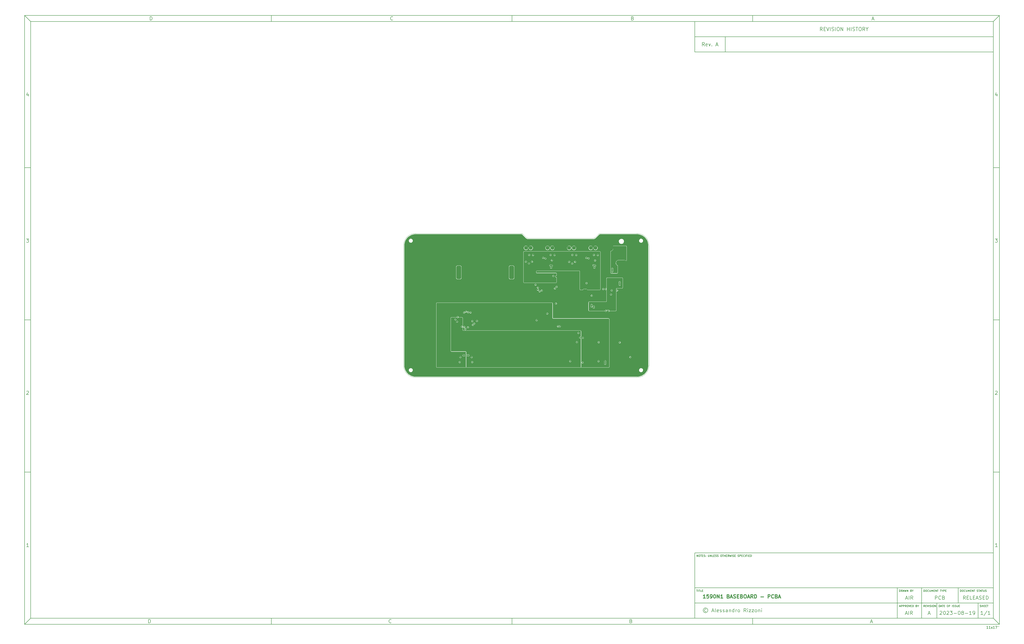
<source format=gbr>
%TF.GenerationSoftware,KiCad,Pcbnew,7.0.7*%
%TF.CreationDate,2023-09-27T18:03:17-04:00*%
%TF.ProjectId,baseboard,62617365-626f-4617-9264-2e6b69636164,A*%
%TF.SameCoordinates,Original*%
%TF.FileFunction,Copper,L5,Inr*%
%TF.FilePolarity,Positive*%
%FSLAX46Y46*%
G04 Gerber Fmt 4.6, Leading zero omitted, Abs format (unit mm)*
G04 Created by KiCad (PCBNEW 7.0.7) date 2023-09-27 18:03:17*
%MOMM*%
%LPD*%
G01*
G04 APERTURE LIST*
G04 Aperture macros list*
%AMRoundRect*
0 Rectangle with rounded corners*
0 $1 Rounding radius*
0 $2 $3 $4 $5 $6 $7 $8 $9 X,Y pos of 4 corners*
0 Add a 4 corners polygon primitive as box body*
4,1,4,$2,$3,$4,$5,$6,$7,$8,$9,$2,$3,0*
0 Add four circle primitives for the rounded corners*
1,1,$1+$1,$2,$3*
1,1,$1+$1,$4,$5*
1,1,$1+$1,$6,$7*
1,1,$1+$1,$8,$9*
0 Add four rect primitives between the rounded corners*
20,1,$1+$1,$2,$3,$4,$5,0*
20,1,$1+$1,$4,$5,$6,$7,0*
20,1,$1+$1,$6,$7,$8,$9,0*
20,1,$1+$1,$8,$9,$2,$3,0*%
G04 Aperture macros list end*
%ADD10C,0.100000*%
%ADD11C,0.150000*%
%ADD12C,0.300000*%
%TA.AperFunction,ComponentPad*%
%ADD13C,1.600000*%
%TD*%
%TA.AperFunction,ComponentPad*%
%ADD14O,4.500000X2.250000*%
%TD*%
%TA.AperFunction,ComponentPad*%
%ADD15O,4.000000X2.000000*%
%TD*%
%TA.AperFunction,ComponentPad*%
%ADD16O,2.000000X4.000000*%
%TD*%
%TA.AperFunction,ComponentPad*%
%ADD17RoundRect,0.500000X-0.500000X-2.300000X0.500000X-2.300000X0.500000X2.300000X-0.500000X2.300000X0*%
%TD*%
%TA.AperFunction,ComponentPad*%
%ADD18C,0.600000*%
%TD*%
%TA.AperFunction,ViaPad*%
%ADD19C,0.550000*%
%TD*%
%TA.AperFunction,Profile*%
%ADD20C,0.050000*%
%TD*%
G04 APERTURE END LIST*
D10*
D11*
X412213572Y-262654128D02*
X411356429Y-262654128D01*
X411785000Y-262654128D02*
X411785000Y-261154128D01*
X411785000Y-261154128D02*
X411642143Y-261368414D01*
X411642143Y-261368414D02*
X411499286Y-261511271D01*
X411499286Y-261511271D02*
X411356429Y-261582700D01*
X413927857Y-261082700D02*
X412642143Y-263011271D01*
X415213572Y-262654128D02*
X414356429Y-262654128D01*
X414785000Y-262654128D02*
X414785000Y-261154128D01*
X414785000Y-261154128D02*
X414642143Y-261368414D01*
X414642143Y-261368414D02*
X414499286Y-261511271D01*
X414499286Y-261511271D02*
X414356429Y-261582700D01*
D10*
D11*
X292809874Y-252259295D02*
X293267017Y-252259295D01*
X293038445Y-253059295D02*
X293038445Y-252259295D01*
X293533684Y-253059295D02*
X293533684Y-252259295D01*
X293800350Y-252259295D02*
X294257493Y-252259295D01*
X294028921Y-253059295D02*
X294028921Y-252259295D01*
X294905112Y-253059295D02*
X294524160Y-253059295D01*
X294524160Y-253059295D02*
X294524160Y-252259295D01*
X295171779Y-252640247D02*
X295438445Y-252640247D01*
X295552731Y-253059295D02*
X295171779Y-253059295D01*
X295171779Y-253059295D02*
X295171779Y-252259295D01*
X295171779Y-252259295D02*
X295552731Y-252259295D01*
D10*
D11*
X387996303Y-259409295D02*
X387729636Y-259028342D01*
X387539160Y-259409295D02*
X387539160Y-258609295D01*
X387539160Y-258609295D02*
X387843922Y-258609295D01*
X387843922Y-258609295D02*
X387920112Y-258647390D01*
X387920112Y-258647390D02*
X387958207Y-258685485D01*
X387958207Y-258685485D02*
X387996303Y-258761676D01*
X387996303Y-258761676D02*
X387996303Y-258875961D01*
X387996303Y-258875961D02*
X387958207Y-258952152D01*
X387958207Y-258952152D02*
X387920112Y-258990247D01*
X387920112Y-258990247D02*
X387843922Y-259028342D01*
X387843922Y-259028342D02*
X387539160Y-259028342D01*
X388339160Y-258990247D02*
X388605826Y-258990247D01*
X388720112Y-259409295D02*
X388339160Y-259409295D01*
X388339160Y-259409295D02*
X388339160Y-258609295D01*
X388339160Y-258609295D02*
X388720112Y-258609295D01*
X388948684Y-258609295D02*
X389215351Y-259409295D01*
X389215351Y-259409295D02*
X389482017Y-258609295D01*
X389748684Y-259409295D02*
X389748684Y-258609295D01*
X390091540Y-259371200D02*
X390205826Y-259409295D01*
X390205826Y-259409295D02*
X390396302Y-259409295D01*
X390396302Y-259409295D02*
X390472493Y-259371200D01*
X390472493Y-259371200D02*
X390510588Y-259333104D01*
X390510588Y-259333104D02*
X390548683Y-259256914D01*
X390548683Y-259256914D02*
X390548683Y-259180723D01*
X390548683Y-259180723D02*
X390510588Y-259104533D01*
X390510588Y-259104533D02*
X390472493Y-259066438D01*
X390472493Y-259066438D02*
X390396302Y-259028342D01*
X390396302Y-259028342D02*
X390243921Y-258990247D01*
X390243921Y-258990247D02*
X390167731Y-258952152D01*
X390167731Y-258952152D02*
X390129636Y-258914057D01*
X390129636Y-258914057D02*
X390091540Y-258837866D01*
X390091540Y-258837866D02*
X390091540Y-258761676D01*
X390091540Y-258761676D02*
X390129636Y-258685485D01*
X390129636Y-258685485D02*
X390167731Y-258647390D01*
X390167731Y-258647390D02*
X390243921Y-258609295D01*
X390243921Y-258609295D02*
X390434398Y-258609295D01*
X390434398Y-258609295D02*
X390548683Y-258647390D01*
X390891541Y-259409295D02*
X390891541Y-258609295D01*
X391424874Y-258609295D02*
X391577255Y-258609295D01*
X391577255Y-258609295D02*
X391653445Y-258647390D01*
X391653445Y-258647390D02*
X391729636Y-258723580D01*
X391729636Y-258723580D02*
X391767731Y-258875961D01*
X391767731Y-258875961D02*
X391767731Y-259142628D01*
X391767731Y-259142628D02*
X391729636Y-259295009D01*
X391729636Y-259295009D02*
X391653445Y-259371200D01*
X391653445Y-259371200D02*
X391577255Y-259409295D01*
X391577255Y-259409295D02*
X391424874Y-259409295D01*
X391424874Y-259409295D02*
X391348683Y-259371200D01*
X391348683Y-259371200D02*
X391272493Y-259295009D01*
X391272493Y-259295009D02*
X391234397Y-259142628D01*
X391234397Y-259142628D02*
X391234397Y-258875961D01*
X391234397Y-258875961D02*
X391272493Y-258723580D01*
X391272493Y-258723580D02*
X391348683Y-258647390D01*
X391348683Y-258647390D02*
X391424874Y-258609295D01*
X392110588Y-259409295D02*
X392110588Y-258609295D01*
X392110588Y-258609295D02*
X392567731Y-259409295D01*
X392567731Y-259409295D02*
X392567731Y-258609295D01*
D10*
D11*
X393889160Y-259409295D02*
X393889160Y-258609295D01*
X393889160Y-258609295D02*
X394079636Y-258609295D01*
X394079636Y-258609295D02*
X394193922Y-258647390D01*
X394193922Y-258647390D02*
X394270112Y-258723580D01*
X394270112Y-258723580D02*
X394308207Y-258799771D01*
X394308207Y-258799771D02*
X394346303Y-258952152D01*
X394346303Y-258952152D02*
X394346303Y-259066438D01*
X394346303Y-259066438D02*
X394308207Y-259218819D01*
X394308207Y-259218819D02*
X394270112Y-259295009D01*
X394270112Y-259295009D02*
X394193922Y-259371200D01*
X394193922Y-259371200D02*
X394079636Y-259409295D01*
X394079636Y-259409295D02*
X393889160Y-259409295D01*
X394651064Y-259180723D02*
X395032017Y-259180723D01*
X394574874Y-259409295D02*
X394841541Y-258609295D01*
X394841541Y-258609295D02*
X395108207Y-259409295D01*
X395260588Y-258609295D02*
X395717731Y-258609295D01*
X395489159Y-259409295D02*
X395489159Y-258609295D01*
X395984398Y-258990247D02*
X396251064Y-258990247D01*
X396365350Y-259409295D02*
X395984398Y-259409295D01*
X395984398Y-259409295D02*
X395984398Y-258609295D01*
X395984398Y-258609295D02*
X396365350Y-258609295D01*
X397470113Y-258609295D02*
X397622494Y-258609295D01*
X397622494Y-258609295D02*
X397698684Y-258647390D01*
X397698684Y-258647390D02*
X397774875Y-258723580D01*
X397774875Y-258723580D02*
X397812970Y-258875961D01*
X397812970Y-258875961D02*
X397812970Y-259142628D01*
X397812970Y-259142628D02*
X397774875Y-259295009D01*
X397774875Y-259295009D02*
X397698684Y-259371200D01*
X397698684Y-259371200D02*
X397622494Y-259409295D01*
X397622494Y-259409295D02*
X397470113Y-259409295D01*
X397470113Y-259409295D02*
X397393922Y-259371200D01*
X397393922Y-259371200D02*
X397317732Y-259295009D01*
X397317732Y-259295009D02*
X397279636Y-259142628D01*
X397279636Y-259142628D02*
X397279636Y-258875961D01*
X397279636Y-258875961D02*
X397317732Y-258723580D01*
X397317732Y-258723580D02*
X397393922Y-258647390D01*
X397393922Y-258647390D02*
X397470113Y-258609295D01*
X398422493Y-258990247D02*
X398155827Y-258990247D01*
X398155827Y-259409295D02*
X398155827Y-258609295D01*
X398155827Y-258609295D02*
X398536779Y-258609295D01*
X399451065Y-259409295D02*
X399451065Y-258609295D01*
X399793921Y-259371200D02*
X399908207Y-259409295D01*
X399908207Y-259409295D02*
X400098683Y-259409295D01*
X400098683Y-259409295D02*
X400174874Y-259371200D01*
X400174874Y-259371200D02*
X400212969Y-259333104D01*
X400212969Y-259333104D02*
X400251064Y-259256914D01*
X400251064Y-259256914D02*
X400251064Y-259180723D01*
X400251064Y-259180723D02*
X400212969Y-259104533D01*
X400212969Y-259104533D02*
X400174874Y-259066438D01*
X400174874Y-259066438D02*
X400098683Y-259028342D01*
X400098683Y-259028342D02*
X399946302Y-258990247D01*
X399946302Y-258990247D02*
X399870112Y-258952152D01*
X399870112Y-258952152D02*
X399832017Y-258914057D01*
X399832017Y-258914057D02*
X399793921Y-258837866D01*
X399793921Y-258837866D02*
X399793921Y-258761676D01*
X399793921Y-258761676D02*
X399832017Y-258685485D01*
X399832017Y-258685485D02*
X399870112Y-258647390D01*
X399870112Y-258647390D02*
X399946302Y-258609295D01*
X399946302Y-258609295D02*
X400136779Y-258609295D01*
X400136779Y-258609295D02*
X400251064Y-258647390D01*
X400555826Y-259371200D02*
X400670112Y-259409295D01*
X400670112Y-259409295D02*
X400860588Y-259409295D01*
X400860588Y-259409295D02*
X400936779Y-259371200D01*
X400936779Y-259371200D02*
X400974874Y-259333104D01*
X400974874Y-259333104D02*
X401012969Y-259256914D01*
X401012969Y-259256914D02*
X401012969Y-259180723D01*
X401012969Y-259180723D02*
X400974874Y-259104533D01*
X400974874Y-259104533D02*
X400936779Y-259066438D01*
X400936779Y-259066438D02*
X400860588Y-259028342D01*
X400860588Y-259028342D02*
X400708207Y-258990247D01*
X400708207Y-258990247D02*
X400632017Y-258952152D01*
X400632017Y-258952152D02*
X400593922Y-258914057D01*
X400593922Y-258914057D02*
X400555826Y-258837866D01*
X400555826Y-258837866D02*
X400555826Y-258761676D01*
X400555826Y-258761676D02*
X400593922Y-258685485D01*
X400593922Y-258685485D02*
X400632017Y-258647390D01*
X400632017Y-258647390D02*
X400708207Y-258609295D01*
X400708207Y-258609295D02*
X400898684Y-258609295D01*
X400898684Y-258609295D02*
X401012969Y-258647390D01*
X401355827Y-258609295D02*
X401355827Y-259256914D01*
X401355827Y-259256914D02*
X401393922Y-259333104D01*
X401393922Y-259333104D02*
X401432017Y-259371200D01*
X401432017Y-259371200D02*
X401508208Y-259409295D01*
X401508208Y-259409295D02*
X401660589Y-259409295D01*
X401660589Y-259409295D02*
X401736779Y-259371200D01*
X401736779Y-259371200D02*
X401774874Y-259333104D01*
X401774874Y-259333104D02*
X401812970Y-259256914D01*
X401812970Y-259256914D02*
X401812970Y-258609295D01*
X402193922Y-258990247D02*
X402460588Y-258990247D01*
X402574874Y-259409295D02*
X402193922Y-259409295D01*
X402193922Y-259409295D02*
X402193922Y-258609295D01*
X402193922Y-258609295D02*
X402574874Y-258609295D01*
D10*
D11*
X410996064Y-259371200D02*
X411110350Y-259409295D01*
X411110350Y-259409295D02*
X411300826Y-259409295D01*
X411300826Y-259409295D02*
X411377017Y-259371200D01*
X411377017Y-259371200D02*
X411415112Y-259333104D01*
X411415112Y-259333104D02*
X411453207Y-259256914D01*
X411453207Y-259256914D02*
X411453207Y-259180723D01*
X411453207Y-259180723D02*
X411415112Y-259104533D01*
X411415112Y-259104533D02*
X411377017Y-259066438D01*
X411377017Y-259066438D02*
X411300826Y-259028342D01*
X411300826Y-259028342D02*
X411148445Y-258990247D01*
X411148445Y-258990247D02*
X411072255Y-258952152D01*
X411072255Y-258952152D02*
X411034160Y-258914057D01*
X411034160Y-258914057D02*
X410996064Y-258837866D01*
X410996064Y-258837866D02*
X410996064Y-258761676D01*
X410996064Y-258761676D02*
X411034160Y-258685485D01*
X411034160Y-258685485D02*
X411072255Y-258647390D01*
X411072255Y-258647390D02*
X411148445Y-258609295D01*
X411148445Y-258609295D02*
X411338922Y-258609295D01*
X411338922Y-258609295D02*
X411453207Y-258647390D01*
X411796065Y-259409295D02*
X411796065Y-258609295D01*
X411796065Y-258990247D02*
X412253208Y-258990247D01*
X412253208Y-259409295D02*
X412253208Y-258609295D01*
X412634160Y-258990247D02*
X412900826Y-258990247D01*
X413015112Y-259409295D02*
X412634160Y-259409295D01*
X412634160Y-259409295D02*
X412634160Y-258609295D01*
X412634160Y-258609295D02*
X413015112Y-258609295D01*
X413357970Y-258990247D02*
X413624636Y-258990247D01*
X413738922Y-259409295D02*
X413357970Y-259409295D01*
X413357970Y-259409295D02*
X413357970Y-258609295D01*
X413357970Y-258609295D02*
X413738922Y-258609295D01*
X413967494Y-258609295D02*
X414424637Y-258609295D01*
X414196065Y-259409295D02*
X414196065Y-258609295D01*
D10*
D11*
X392342142Y-256304128D02*
X392342142Y-254804128D01*
X392342142Y-254804128D02*
X392913571Y-254804128D01*
X392913571Y-254804128D02*
X393056428Y-254875557D01*
X393056428Y-254875557D02*
X393127857Y-254946985D01*
X393127857Y-254946985D02*
X393199285Y-255089842D01*
X393199285Y-255089842D02*
X393199285Y-255304128D01*
X393199285Y-255304128D02*
X393127857Y-255446985D01*
X393127857Y-255446985D02*
X393056428Y-255518414D01*
X393056428Y-255518414D02*
X392913571Y-255589842D01*
X392913571Y-255589842D02*
X392342142Y-255589842D01*
X394699285Y-256161271D02*
X394627857Y-256232700D01*
X394627857Y-256232700D02*
X394413571Y-256304128D01*
X394413571Y-256304128D02*
X394270714Y-256304128D01*
X394270714Y-256304128D02*
X394056428Y-256232700D01*
X394056428Y-256232700D02*
X393913571Y-256089842D01*
X393913571Y-256089842D02*
X393842142Y-255946985D01*
X393842142Y-255946985D02*
X393770714Y-255661271D01*
X393770714Y-255661271D02*
X393770714Y-255446985D01*
X393770714Y-255446985D02*
X393842142Y-255161271D01*
X393842142Y-255161271D02*
X393913571Y-255018414D01*
X393913571Y-255018414D02*
X394056428Y-254875557D01*
X394056428Y-254875557D02*
X394270714Y-254804128D01*
X394270714Y-254804128D02*
X394413571Y-254804128D01*
X394413571Y-254804128D02*
X394627857Y-254875557D01*
X394627857Y-254875557D02*
X394699285Y-254946985D01*
X395842142Y-255518414D02*
X396056428Y-255589842D01*
X396056428Y-255589842D02*
X396127857Y-255661271D01*
X396127857Y-255661271D02*
X396199285Y-255804128D01*
X396199285Y-255804128D02*
X396199285Y-256018414D01*
X396199285Y-256018414D02*
X396127857Y-256161271D01*
X396127857Y-256161271D02*
X396056428Y-256232700D01*
X396056428Y-256232700D02*
X395913571Y-256304128D01*
X395913571Y-256304128D02*
X395342142Y-256304128D01*
X395342142Y-256304128D02*
X395342142Y-254804128D01*
X395342142Y-254804128D02*
X395842142Y-254804128D01*
X395842142Y-254804128D02*
X395985000Y-254875557D01*
X395985000Y-254875557D02*
X396056428Y-254946985D01*
X396056428Y-254946985D02*
X396127857Y-255089842D01*
X396127857Y-255089842D02*
X396127857Y-255232700D01*
X396127857Y-255232700D02*
X396056428Y-255375557D01*
X396056428Y-255375557D02*
X395985000Y-255446985D01*
X395985000Y-255446985D02*
X395842142Y-255518414D01*
X395842142Y-255518414D02*
X395342142Y-255518414D01*
D10*
D11*
X377468064Y-259180723D02*
X377849017Y-259180723D01*
X377391874Y-259409295D02*
X377658541Y-258609295D01*
X377658541Y-258609295D02*
X377925207Y-259409295D01*
X378191874Y-259409295D02*
X378191874Y-258609295D01*
X378191874Y-258609295D02*
X378496636Y-258609295D01*
X378496636Y-258609295D02*
X378572826Y-258647390D01*
X378572826Y-258647390D02*
X378610921Y-258685485D01*
X378610921Y-258685485D02*
X378649017Y-258761676D01*
X378649017Y-258761676D02*
X378649017Y-258875961D01*
X378649017Y-258875961D02*
X378610921Y-258952152D01*
X378610921Y-258952152D02*
X378572826Y-258990247D01*
X378572826Y-258990247D02*
X378496636Y-259028342D01*
X378496636Y-259028342D02*
X378191874Y-259028342D01*
X378991874Y-259409295D02*
X378991874Y-258609295D01*
X378991874Y-258609295D02*
X379296636Y-258609295D01*
X379296636Y-258609295D02*
X379372826Y-258647390D01*
X379372826Y-258647390D02*
X379410921Y-258685485D01*
X379410921Y-258685485D02*
X379449017Y-258761676D01*
X379449017Y-258761676D02*
X379449017Y-258875961D01*
X379449017Y-258875961D02*
X379410921Y-258952152D01*
X379410921Y-258952152D02*
X379372826Y-258990247D01*
X379372826Y-258990247D02*
X379296636Y-259028342D01*
X379296636Y-259028342D02*
X378991874Y-259028342D01*
X380249017Y-259409295D02*
X379982350Y-259028342D01*
X379791874Y-259409295D02*
X379791874Y-258609295D01*
X379791874Y-258609295D02*
X380096636Y-258609295D01*
X380096636Y-258609295D02*
X380172826Y-258647390D01*
X380172826Y-258647390D02*
X380210921Y-258685485D01*
X380210921Y-258685485D02*
X380249017Y-258761676D01*
X380249017Y-258761676D02*
X380249017Y-258875961D01*
X380249017Y-258875961D02*
X380210921Y-258952152D01*
X380210921Y-258952152D02*
X380172826Y-258990247D01*
X380172826Y-258990247D02*
X380096636Y-259028342D01*
X380096636Y-259028342D02*
X379791874Y-259028342D01*
X380744255Y-258609295D02*
X380896636Y-258609295D01*
X380896636Y-258609295D02*
X380972826Y-258647390D01*
X380972826Y-258647390D02*
X381049017Y-258723580D01*
X381049017Y-258723580D02*
X381087112Y-258875961D01*
X381087112Y-258875961D02*
X381087112Y-259142628D01*
X381087112Y-259142628D02*
X381049017Y-259295009D01*
X381049017Y-259295009D02*
X380972826Y-259371200D01*
X380972826Y-259371200D02*
X380896636Y-259409295D01*
X380896636Y-259409295D02*
X380744255Y-259409295D01*
X380744255Y-259409295D02*
X380668064Y-259371200D01*
X380668064Y-259371200D02*
X380591874Y-259295009D01*
X380591874Y-259295009D02*
X380553778Y-259142628D01*
X380553778Y-259142628D02*
X380553778Y-258875961D01*
X380553778Y-258875961D02*
X380591874Y-258723580D01*
X380591874Y-258723580D02*
X380668064Y-258647390D01*
X380668064Y-258647390D02*
X380744255Y-258609295D01*
X381315683Y-258609295D02*
X381582350Y-259409295D01*
X381582350Y-259409295D02*
X381849016Y-258609295D01*
X382115683Y-258990247D02*
X382382349Y-258990247D01*
X382496635Y-259409295D02*
X382115683Y-259409295D01*
X382115683Y-259409295D02*
X382115683Y-258609295D01*
X382115683Y-258609295D02*
X382496635Y-258609295D01*
X382839493Y-259409295D02*
X382839493Y-258609295D01*
X382839493Y-258609295D02*
X383029969Y-258609295D01*
X383029969Y-258609295D02*
X383144255Y-258647390D01*
X383144255Y-258647390D02*
X383220445Y-258723580D01*
X383220445Y-258723580D02*
X383258540Y-258799771D01*
X383258540Y-258799771D02*
X383296636Y-258952152D01*
X383296636Y-258952152D02*
X383296636Y-259066438D01*
X383296636Y-259066438D02*
X383258540Y-259218819D01*
X383258540Y-259218819D02*
X383220445Y-259295009D01*
X383220445Y-259295009D02*
X383144255Y-259371200D01*
X383144255Y-259371200D02*
X383029969Y-259409295D01*
X383029969Y-259409295D02*
X382839493Y-259409295D01*
X384515683Y-258990247D02*
X384629969Y-259028342D01*
X384629969Y-259028342D02*
X384668064Y-259066438D01*
X384668064Y-259066438D02*
X384706160Y-259142628D01*
X384706160Y-259142628D02*
X384706160Y-259256914D01*
X384706160Y-259256914D02*
X384668064Y-259333104D01*
X384668064Y-259333104D02*
X384629969Y-259371200D01*
X384629969Y-259371200D02*
X384553779Y-259409295D01*
X384553779Y-259409295D02*
X384249017Y-259409295D01*
X384249017Y-259409295D02*
X384249017Y-258609295D01*
X384249017Y-258609295D02*
X384515683Y-258609295D01*
X384515683Y-258609295D02*
X384591874Y-258647390D01*
X384591874Y-258647390D02*
X384629969Y-258685485D01*
X384629969Y-258685485D02*
X384668064Y-258761676D01*
X384668064Y-258761676D02*
X384668064Y-258837866D01*
X384668064Y-258837866D02*
X384629969Y-258914057D01*
X384629969Y-258914057D02*
X384591874Y-258952152D01*
X384591874Y-258952152D02*
X384515683Y-258990247D01*
X384515683Y-258990247D02*
X384249017Y-258990247D01*
X385201398Y-259028342D02*
X385201398Y-259409295D01*
X384934731Y-258609295D02*
X385201398Y-259028342D01*
X385201398Y-259028342D02*
X385468064Y-258609295D01*
D10*
D11*
X296845112Y-260418271D02*
X296702255Y-260346842D01*
X296702255Y-260346842D02*
X296416541Y-260346842D01*
X296416541Y-260346842D02*
X296273684Y-260418271D01*
X296273684Y-260418271D02*
X296130826Y-260561128D01*
X296130826Y-260561128D02*
X296059398Y-260703985D01*
X296059398Y-260703985D02*
X296059398Y-260989700D01*
X296059398Y-260989700D02*
X296130826Y-261132557D01*
X296130826Y-261132557D02*
X296273684Y-261275414D01*
X296273684Y-261275414D02*
X296416541Y-261346842D01*
X296416541Y-261346842D02*
X296702255Y-261346842D01*
X296702255Y-261346842D02*
X296845112Y-261275414D01*
X296559398Y-259846842D02*
X296202255Y-259918271D01*
X296202255Y-259918271D02*
X295845112Y-260132557D01*
X295845112Y-260132557D02*
X295630826Y-260489700D01*
X295630826Y-260489700D02*
X295559398Y-260846842D01*
X295559398Y-260846842D02*
X295630826Y-261203985D01*
X295630826Y-261203985D02*
X295845112Y-261561128D01*
X295845112Y-261561128D02*
X296202255Y-261775414D01*
X296202255Y-261775414D02*
X296559398Y-261846842D01*
X296559398Y-261846842D02*
X296916541Y-261775414D01*
X296916541Y-261775414D02*
X297273684Y-261561128D01*
X297273684Y-261561128D02*
X297487969Y-261203985D01*
X297487969Y-261203985D02*
X297559398Y-260846842D01*
X297559398Y-260846842D02*
X297487969Y-260489700D01*
X297487969Y-260489700D02*
X297273684Y-260132557D01*
X297273684Y-260132557D02*
X296916541Y-259918271D01*
X296916541Y-259918271D02*
X296559398Y-259846842D01*
X299273684Y-261132557D02*
X299987970Y-261132557D01*
X299130827Y-261561128D02*
X299630827Y-260061128D01*
X299630827Y-260061128D02*
X300130827Y-261561128D01*
X300845112Y-261561128D02*
X300702255Y-261489700D01*
X300702255Y-261489700D02*
X300630826Y-261346842D01*
X300630826Y-261346842D02*
X300630826Y-260061128D01*
X301987969Y-261489700D02*
X301845112Y-261561128D01*
X301845112Y-261561128D02*
X301559398Y-261561128D01*
X301559398Y-261561128D02*
X301416540Y-261489700D01*
X301416540Y-261489700D02*
X301345112Y-261346842D01*
X301345112Y-261346842D02*
X301345112Y-260775414D01*
X301345112Y-260775414D02*
X301416540Y-260632557D01*
X301416540Y-260632557D02*
X301559398Y-260561128D01*
X301559398Y-260561128D02*
X301845112Y-260561128D01*
X301845112Y-260561128D02*
X301987969Y-260632557D01*
X301987969Y-260632557D02*
X302059398Y-260775414D01*
X302059398Y-260775414D02*
X302059398Y-260918271D01*
X302059398Y-260918271D02*
X301345112Y-261061128D01*
X302630826Y-261489700D02*
X302773683Y-261561128D01*
X302773683Y-261561128D02*
X303059397Y-261561128D01*
X303059397Y-261561128D02*
X303202254Y-261489700D01*
X303202254Y-261489700D02*
X303273683Y-261346842D01*
X303273683Y-261346842D02*
X303273683Y-261275414D01*
X303273683Y-261275414D02*
X303202254Y-261132557D01*
X303202254Y-261132557D02*
X303059397Y-261061128D01*
X303059397Y-261061128D02*
X302845112Y-261061128D01*
X302845112Y-261061128D02*
X302702254Y-260989700D01*
X302702254Y-260989700D02*
X302630826Y-260846842D01*
X302630826Y-260846842D02*
X302630826Y-260775414D01*
X302630826Y-260775414D02*
X302702254Y-260632557D01*
X302702254Y-260632557D02*
X302845112Y-260561128D01*
X302845112Y-260561128D02*
X303059397Y-260561128D01*
X303059397Y-260561128D02*
X303202254Y-260632557D01*
X303845112Y-261489700D02*
X303987969Y-261561128D01*
X303987969Y-261561128D02*
X304273683Y-261561128D01*
X304273683Y-261561128D02*
X304416540Y-261489700D01*
X304416540Y-261489700D02*
X304487969Y-261346842D01*
X304487969Y-261346842D02*
X304487969Y-261275414D01*
X304487969Y-261275414D02*
X304416540Y-261132557D01*
X304416540Y-261132557D02*
X304273683Y-261061128D01*
X304273683Y-261061128D02*
X304059398Y-261061128D01*
X304059398Y-261061128D02*
X303916540Y-260989700D01*
X303916540Y-260989700D02*
X303845112Y-260846842D01*
X303845112Y-260846842D02*
X303845112Y-260775414D01*
X303845112Y-260775414D02*
X303916540Y-260632557D01*
X303916540Y-260632557D02*
X304059398Y-260561128D01*
X304059398Y-260561128D02*
X304273683Y-260561128D01*
X304273683Y-260561128D02*
X304416540Y-260632557D01*
X305773684Y-261561128D02*
X305773684Y-260775414D01*
X305773684Y-260775414D02*
X305702255Y-260632557D01*
X305702255Y-260632557D02*
X305559398Y-260561128D01*
X305559398Y-260561128D02*
X305273684Y-260561128D01*
X305273684Y-260561128D02*
X305130826Y-260632557D01*
X305773684Y-261489700D02*
X305630826Y-261561128D01*
X305630826Y-261561128D02*
X305273684Y-261561128D01*
X305273684Y-261561128D02*
X305130826Y-261489700D01*
X305130826Y-261489700D02*
X305059398Y-261346842D01*
X305059398Y-261346842D02*
X305059398Y-261203985D01*
X305059398Y-261203985D02*
X305130826Y-261061128D01*
X305130826Y-261061128D02*
X305273684Y-260989700D01*
X305273684Y-260989700D02*
X305630826Y-260989700D01*
X305630826Y-260989700D02*
X305773684Y-260918271D01*
X306487969Y-260561128D02*
X306487969Y-261561128D01*
X306487969Y-260703985D02*
X306559398Y-260632557D01*
X306559398Y-260632557D02*
X306702255Y-260561128D01*
X306702255Y-260561128D02*
X306916541Y-260561128D01*
X306916541Y-260561128D02*
X307059398Y-260632557D01*
X307059398Y-260632557D02*
X307130827Y-260775414D01*
X307130827Y-260775414D02*
X307130827Y-261561128D01*
X308487970Y-261561128D02*
X308487970Y-260061128D01*
X308487970Y-261489700D02*
X308345112Y-261561128D01*
X308345112Y-261561128D02*
X308059398Y-261561128D01*
X308059398Y-261561128D02*
X307916541Y-261489700D01*
X307916541Y-261489700D02*
X307845112Y-261418271D01*
X307845112Y-261418271D02*
X307773684Y-261275414D01*
X307773684Y-261275414D02*
X307773684Y-260846842D01*
X307773684Y-260846842D02*
X307845112Y-260703985D01*
X307845112Y-260703985D02*
X307916541Y-260632557D01*
X307916541Y-260632557D02*
X308059398Y-260561128D01*
X308059398Y-260561128D02*
X308345112Y-260561128D01*
X308345112Y-260561128D02*
X308487970Y-260632557D01*
X309202255Y-261561128D02*
X309202255Y-260561128D01*
X309202255Y-260846842D02*
X309273684Y-260703985D01*
X309273684Y-260703985D02*
X309345113Y-260632557D01*
X309345113Y-260632557D02*
X309487970Y-260561128D01*
X309487970Y-260561128D02*
X309630827Y-260561128D01*
X310345112Y-261561128D02*
X310202255Y-261489700D01*
X310202255Y-261489700D02*
X310130826Y-261418271D01*
X310130826Y-261418271D02*
X310059398Y-261275414D01*
X310059398Y-261275414D02*
X310059398Y-260846842D01*
X310059398Y-260846842D02*
X310130826Y-260703985D01*
X310130826Y-260703985D02*
X310202255Y-260632557D01*
X310202255Y-260632557D02*
X310345112Y-260561128D01*
X310345112Y-260561128D02*
X310559398Y-260561128D01*
X310559398Y-260561128D02*
X310702255Y-260632557D01*
X310702255Y-260632557D02*
X310773684Y-260703985D01*
X310773684Y-260703985D02*
X310845112Y-260846842D01*
X310845112Y-260846842D02*
X310845112Y-261275414D01*
X310845112Y-261275414D02*
X310773684Y-261418271D01*
X310773684Y-261418271D02*
X310702255Y-261489700D01*
X310702255Y-261489700D02*
X310559398Y-261561128D01*
X310559398Y-261561128D02*
X310345112Y-261561128D01*
X313487969Y-261561128D02*
X312987969Y-260846842D01*
X312630826Y-261561128D02*
X312630826Y-260061128D01*
X312630826Y-260061128D02*
X313202255Y-260061128D01*
X313202255Y-260061128D02*
X313345112Y-260132557D01*
X313345112Y-260132557D02*
X313416541Y-260203985D01*
X313416541Y-260203985D02*
X313487969Y-260346842D01*
X313487969Y-260346842D02*
X313487969Y-260561128D01*
X313487969Y-260561128D02*
X313416541Y-260703985D01*
X313416541Y-260703985D02*
X313345112Y-260775414D01*
X313345112Y-260775414D02*
X313202255Y-260846842D01*
X313202255Y-260846842D02*
X312630826Y-260846842D01*
X314130826Y-261561128D02*
X314130826Y-260561128D01*
X314130826Y-260061128D02*
X314059398Y-260132557D01*
X314059398Y-260132557D02*
X314130826Y-260203985D01*
X314130826Y-260203985D02*
X314202255Y-260132557D01*
X314202255Y-260132557D02*
X314130826Y-260061128D01*
X314130826Y-260061128D02*
X314130826Y-260203985D01*
X314702255Y-260561128D02*
X315487970Y-260561128D01*
X315487970Y-260561128D02*
X314702255Y-261561128D01*
X314702255Y-261561128D02*
X315487970Y-261561128D01*
X315916541Y-260561128D02*
X316702256Y-260561128D01*
X316702256Y-260561128D02*
X315916541Y-261561128D01*
X315916541Y-261561128D02*
X316702256Y-261561128D01*
X317487970Y-261561128D02*
X317345113Y-261489700D01*
X317345113Y-261489700D02*
X317273684Y-261418271D01*
X317273684Y-261418271D02*
X317202256Y-261275414D01*
X317202256Y-261275414D02*
X317202256Y-260846842D01*
X317202256Y-260846842D02*
X317273684Y-260703985D01*
X317273684Y-260703985D02*
X317345113Y-260632557D01*
X317345113Y-260632557D02*
X317487970Y-260561128D01*
X317487970Y-260561128D02*
X317702256Y-260561128D01*
X317702256Y-260561128D02*
X317845113Y-260632557D01*
X317845113Y-260632557D02*
X317916542Y-260703985D01*
X317916542Y-260703985D02*
X317987970Y-260846842D01*
X317987970Y-260846842D02*
X317987970Y-261275414D01*
X317987970Y-261275414D02*
X317916542Y-261418271D01*
X317916542Y-261418271D02*
X317845113Y-261489700D01*
X317845113Y-261489700D02*
X317702256Y-261561128D01*
X317702256Y-261561128D02*
X317487970Y-261561128D01*
X318630827Y-260561128D02*
X318630827Y-261561128D01*
X318630827Y-260703985D02*
X318702256Y-260632557D01*
X318702256Y-260632557D02*
X318845113Y-260561128D01*
X318845113Y-260561128D02*
X319059399Y-260561128D01*
X319059399Y-260561128D02*
X319202256Y-260632557D01*
X319202256Y-260632557D02*
X319273685Y-260775414D01*
X319273685Y-260775414D02*
X319273685Y-261561128D01*
X319987970Y-261561128D02*
X319987970Y-260561128D01*
X319987970Y-260061128D02*
X319916542Y-260132557D01*
X319916542Y-260132557D02*
X319987970Y-260203985D01*
X319987970Y-260203985D02*
X320059399Y-260132557D01*
X320059399Y-260132557D02*
X319987970Y-260061128D01*
X319987970Y-260061128D02*
X319987970Y-260203985D01*
D10*
D11*
X380070714Y-255875557D02*
X380785000Y-255875557D01*
X379927857Y-256304128D02*
X380427857Y-254804128D01*
X380427857Y-254804128D02*
X380927857Y-256304128D01*
X381427856Y-256304128D02*
X381427856Y-254804128D01*
X382999285Y-256304128D02*
X382499285Y-255589842D01*
X382142142Y-256304128D02*
X382142142Y-254804128D01*
X382142142Y-254804128D02*
X382713571Y-254804128D01*
X382713571Y-254804128D02*
X382856428Y-254875557D01*
X382856428Y-254875557D02*
X382927857Y-254946985D01*
X382927857Y-254946985D02*
X382999285Y-255089842D01*
X382999285Y-255089842D02*
X382999285Y-255304128D01*
X382999285Y-255304128D02*
X382927857Y-255446985D01*
X382927857Y-255446985D02*
X382856428Y-255518414D01*
X382856428Y-255518414D02*
X382713571Y-255589842D01*
X382713571Y-255589842D02*
X382142142Y-255589842D01*
D10*
D11*
X379943714Y-262225557D02*
X380658000Y-262225557D01*
X379800857Y-262654128D02*
X380300857Y-261154128D01*
X380300857Y-261154128D02*
X380800857Y-262654128D01*
X381300856Y-262654128D02*
X381300856Y-261154128D01*
X382872285Y-262654128D02*
X382372285Y-261939842D01*
X382015142Y-262654128D02*
X382015142Y-261154128D01*
X382015142Y-261154128D02*
X382586571Y-261154128D01*
X382586571Y-261154128D02*
X382729428Y-261225557D01*
X382729428Y-261225557D02*
X382800857Y-261296985D01*
X382800857Y-261296985D02*
X382872285Y-261439842D01*
X382872285Y-261439842D02*
X382872285Y-261654128D01*
X382872285Y-261654128D02*
X382800857Y-261796985D01*
X382800857Y-261796985D02*
X382729428Y-261868414D01*
X382729428Y-261868414D02*
X382586571Y-261939842D01*
X382586571Y-261939842D02*
X382015142Y-261939842D01*
D10*
D11*
X402779160Y-253059295D02*
X402779160Y-252259295D01*
X402779160Y-252259295D02*
X402969636Y-252259295D01*
X402969636Y-252259295D02*
X403083922Y-252297390D01*
X403083922Y-252297390D02*
X403160112Y-252373580D01*
X403160112Y-252373580D02*
X403198207Y-252449771D01*
X403198207Y-252449771D02*
X403236303Y-252602152D01*
X403236303Y-252602152D02*
X403236303Y-252716438D01*
X403236303Y-252716438D02*
X403198207Y-252868819D01*
X403198207Y-252868819D02*
X403160112Y-252945009D01*
X403160112Y-252945009D02*
X403083922Y-253021200D01*
X403083922Y-253021200D02*
X402969636Y-253059295D01*
X402969636Y-253059295D02*
X402779160Y-253059295D01*
X403731541Y-252259295D02*
X403883922Y-252259295D01*
X403883922Y-252259295D02*
X403960112Y-252297390D01*
X403960112Y-252297390D02*
X404036303Y-252373580D01*
X404036303Y-252373580D02*
X404074398Y-252525961D01*
X404074398Y-252525961D02*
X404074398Y-252792628D01*
X404074398Y-252792628D02*
X404036303Y-252945009D01*
X404036303Y-252945009D02*
X403960112Y-253021200D01*
X403960112Y-253021200D02*
X403883922Y-253059295D01*
X403883922Y-253059295D02*
X403731541Y-253059295D01*
X403731541Y-253059295D02*
X403655350Y-253021200D01*
X403655350Y-253021200D02*
X403579160Y-252945009D01*
X403579160Y-252945009D02*
X403541064Y-252792628D01*
X403541064Y-252792628D02*
X403541064Y-252525961D01*
X403541064Y-252525961D02*
X403579160Y-252373580D01*
X403579160Y-252373580D02*
X403655350Y-252297390D01*
X403655350Y-252297390D02*
X403731541Y-252259295D01*
X404874398Y-252983104D02*
X404836302Y-253021200D01*
X404836302Y-253021200D02*
X404722017Y-253059295D01*
X404722017Y-253059295D02*
X404645826Y-253059295D01*
X404645826Y-253059295D02*
X404531540Y-253021200D01*
X404531540Y-253021200D02*
X404455350Y-252945009D01*
X404455350Y-252945009D02*
X404417255Y-252868819D01*
X404417255Y-252868819D02*
X404379159Y-252716438D01*
X404379159Y-252716438D02*
X404379159Y-252602152D01*
X404379159Y-252602152D02*
X404417255Y-252449771D01*
X404417255Y-252449771D02*
X404455350Y-252373580D01*
X404455350Y-252373580D02*
X404531540Y-252297390D01*
X404531540Y-252297390D02*
X404645826Y-252259295D01*
X404645826Y-252259295D02*
X404722017Y-252259295D01*
X404722017Y-252259295D02*
X404836302Y-252297390D01*
X404836302Y-252297390D02*
X404874398Y-252335485D01*
X405217255Y-252259295D02*
X405217255Y-252906914D01*
X405217255Y-252906914D02*
X405255350Y-252983104D01*
X405255350Y-252983104D02*
X405293445Y-253021200D01*
X405293445Y-253021200D02*
X405369636Y-253059295D01*
X405369636Y-253059295D02*
X405522017Y-253059295D01*
X405522017Y-253059295D02*
X405598207Y-253021200D01*
X405598207Y-253021200D02*
X405636302Y-252983104D01*
X405636302Y-252983104D02*
X405674398Y-252906914D01*
X405674398Y-252906914D02*
X405674398Y-252259295D01*
X406055350Y-253059295D02*
X406055350Y-252259295D01*
X406055350Y-252259295D02*
X406322016Y-252830723D01*
X406322016Y-252830723D02*
X406588683Y-252259295D01*
X406588683Y-252259295D02*
X406588683Y-253059295D01*
X406969636Y-252640247D02*
X407236302Y-252640247D01*
X407350588Y-253059295D02*
X406969636Y-253059295D01*
X406969636Y-253059295D02*
X406969636Y-252259295D01*
X406969636Y-252259295D02*
X407350588Y-252259295D01*
X407693446Y-253059295D02*
X407693446Y-252259295D01*
X407693446Y-252259295D02*
X408150589Y-253059295D01*
X408150589Y-253059295D02*
X408150589Y-252259295D01*
X408417255Y-252259295D02*
X408874398Y-252259295D01*
X408645826Y-253059295D02*
X408645826Y-252259295D01*
X409712493Y-253021200D02*
X409826779Y-253059295D01*
X409826779Y-253059295D02*
X410017255Y-253059295D01*
X410017255Y-253059295D02*
X410093446Y-253021200D01*
X410093446Y-253021200D02*
X410131541Y-252983104D01*
X410131541Y-252983104D02*
X410169636Y-252906914D01*
X410169636Y-252906914D02*
X410169636Y-252830723D01*
X410169636Y-252830723D02*
X410131541Y-252754533D01*
X410131541Y-252754533D02*
X410093446Y-252716438D01*
X410093446Y-252716438D02*
X410017255Y-252678342D01*
X410017255Y-252678342D02*
X409864874Y-252640247D01*
X409864874Y-252640247D02*
X409788684Y-252602152D01*
X409788684Y-252602152D02*
X409750589Y-252564057D01*
X409750589Y-252564057D02*
X409712493Y-252487866D01*
X409712493Y-252487866D02*
X409712493Y-252411676D01*
X409712493Y-252411676D02*
X409750589Y-252335485D01*
X409750589Y-252335485D02*
X409788684Y-252297390D01*
X409788684Y-252297390D02*
X409864874Y-252259295D01*
X409864874Y-252259295D02*
X410055351Y-252259295D01*
X410055351Y-252259295D02*
X410169636Y-252297390D01*
X410398208Y-252259295D02*
X410855351Y-252259295D01*
X410626779Y-253059295D02*
X410626779Y-252259295D01*
X411083922Y-252830723D02*
X411464875Y-252830723D01*
X411007732Y-253059295D02*
X411274399Y-252259295D01*
X411274399Y-252259295D02*
X411541065Y-253059295D01*
X411693446Y-252259295D02*
X412150589Y-252259295D01*
X411922017Y-253059295D02*
X411922017Y-252259295D01*
X412417256Y-252259295D02*
X412417256Y-252906914D01*
X412417256Y-252906914D02*
X412455351Y-252983104D01*
X412455351Y-252983104D02*
X412493446Y-253021200D01*
X412493446Y-253021200D02*
X412569637Y-253059295D01*
X412569637Y-253059295D02*
X412722018Y-253059295D01*
X412722018Y-253059295D02*
X412798208Y-253021200D01*
X412798208Y-253021200D02*
X412836303Y-252983104D01*
X412836303Y-252983104D02*
X412874399Y-252906914D01*
X412874399Y-252906914D02*
X412874399Y-252259295D01*
X413217255Y-253021200D02*
X413331541Y-253059295D01*
X413331541Y-253059295D02*
X413522017Y-253059295D01*
X413522017Y-253059295D02*
X413598208Y-253021200D01*
X413598208Y-253021200D02*
X413636303Y-252983104D01*
X413636303Y-252983104D02*
X413674398Y-252906914D01*
X413674398Y-252906914D02*
X413674398Y-252830723D01*
X413674398Y-252830723D02*
X413636303Y-252754533D01*
X413636303Y-252754533D02*
X413598208Y-252716438D01*
X413598208Y-252716438D02*
X413522017Y-252678342D01*
X413522017Y-252678342D02*
X413369636Y-252640247D01*
X413369636Y-252640247D02*
X413293446Y-252602152D01*
X413293446Y-252602152D02*
X413255351Y-252564057D01*
X413255351Y-252564057D02*
X413217255Y-252487866D01*
X413217255Y-252487866D02*
X413217255Y-252411676D01*
X413217255Y-252411676D02*
X413255351Y-252335485D01*
X413255351Y-252335485D02*
X413293446Y-252297390D01*
X413293446Y-252297390D02*
X413369636Y-252259295D01*
X413369636Y-252259295D02*
X413560113Y-252259295D01*
X413560113Y-252259295D02*
X413674398Y-252297390D01*
D10*
D11*
X377379160Y-253059295D02*
X377379160Y-252259295D01*
X377379160Y-252259295D02*
X377569636Y-252259295D01*
X377569636Y-252259295D02*
X377683922Y-252297390D01*
X377683922Y-252297390D02*
X377760112Y-252373580D01*
X377760112Y-252373580D02*
X377798207Y-252449771D01*
X377798207Y-252449771D02*
X377836303Y-252602152D01*
X377836303Y-252602152D02*
X377836303Y-252716438D01*
X377836303Y-252716438D02*
X377798207Y-252868819D01*
X377798207Y-252868819D02*
X377760112Y-252945009D01*
X377760112Y-252945009D02*
X377683922Y-253021200D01*
X377683922Y-253021200D02*
X377569636Y-253059295D01*
X377569636Y-253059295D02*
X377379160Y-253059295D01*
X378636303Y-253059295D02*
X378369636Y-252678342D01*
X378179160Y-253059295D02*
X378179160Y-252259295D01*
X378179160Y-252259295D02*
X378483922Y-252259295D01*
X378483922Y-252259295D02*
X378560112Y-252297390D01*
X378560112Y-252297390D02*
X378598207Y-252335485D01*
X378598207Y-252335485D02*
X378636303Y-252411676D01*
X378636303Y-252411676D02*
X378636303Y-252525961D01*
X378636303Y-252525961D02*
X378598207Y-252602152D01*
X378598207Y-252602152D02*
X378560112Y-252640247D01*
X378560112Y-252640247D02*
X378483922Y-252678342D01*
X378483922Y-252678342D02*
X378179160Y-252678342D01*
X378941064Y-252830723D02*
X379322017Y-252830723D01*
X378864874Y-253059295D02*
X379131541Y-252259295D01*
X379131541Y-252259295D02*
X379398207Y-253059295D01*
X379588683Y-252259295D02*
X379779159Y-253059295D01*
X379779159Y-253059295D02*
X379931540Y-252487866D01*
X379931540Y-252487866D02*
X380083921Y-253059295D01*
X380083921Y-253059295D02*
X380274398Y-252259295D01*
X380579160Y-253059295D02*
X380579160Y-252259295D01*
X380579160Y-252259295D02*
X381036303Y-253059295D01*
X381036303Y-253059295D02*
X381036303Y-252259295D01*
X382293445Y-252640247D02*
X382407731Y-252678342D01*
X382407731Y-252678342D02*
X382445826Y-252716438D01*
X382445826Y-252716438D02*
X382483922Y-252792628D01*
X382483922Y-252792628D02*
X382483922Y-252906914D01*
X382483922Y-252906914D02*
X382445826Y-252983104D01*
X382445826Y-252983104D02*
X382407731Y-253021200D01*
X382407731Y-253021200D02*
X382331541Y-253059295D01*
X382331541Y-253059295D02*
X382026779Y-253059295D01*
X382026779Y-253059295D02*
X382026779Y-252259295D01*
X382026779Y-252259295D02*
X382293445Y-252259295D01*
X382293445Y-252259295D02*
X382369636Y-252297390D01*
X382369636Y-252297390D02*
X382407731Y-252335485D01*
X382407731Y-252335485D02*
X382445826Y-252411676D01*
X382445826Y-252411676D02*
X382445826Y-252487866D01*
X382445826Y-252487866D02*
X382407731Y-252564057D01*
X382407731Y-252564057D02*
X382369636Y-252602152D01*
X382369636Y-252602152D02*
X382293445Y-252640247D01*
X382293445Y-252640247D02*
X382026779Y-252640247D01*
X382979160Y-252678342D02*
X382979160Y-253059295D01*
X382712493Y-252259295D02*
X382979160Y-252678342D01*
X382979160Y-252678342D02*
X383245826Y-252259295D01*
D10*
D11*
X387539160Y-253059295D02*
X387539160Y-252259295D01*
X387539160Y-252259295D02*
X387729636Y-252259295D01*
X387729636Y-252259295D02*
X387843922Y-252297390D01*
X387843922Y-252297390D02*
X387920112Y-252373580D01*
X387920112Y-252373580D02*
X387958207Y-252449771D01*
X387958207Y-252449771D02*
X387996303Y-252602152D01*
X387996303Y-252602152D02*
X387996303Y-252716438D01*
X387996303Y-252716438D02*
X387958207Y-252868819D01*
X387958207Y-252868819D02*
X387920112Y-252945009D01*
X387920112Y-252945009D02*
X387843922Y-253021200D01*
X387843922Y-253021200D02*
X387729636Y-253059295D01*
X387729636Y-253059295D02*
X387539160Y-253059295D01*
X388491541Y-252259295D02*
X388643922Y-252259295D01*
X388643922Y-252259295D02*
X388720112Y-252297390D01*
X388720112Y-252297390D02*
X388796303Y-252373580D01*
X388796303Y-252373580D02*
X388834398Y-252525961D01*
X388834398Y-252525961D02*
X388834398Y-252792628D01*
X388834398Y-252792628D02*
X388796303Y-252945009D01*
X388796303Y-252945009D02*
X388720112Y-253021200D01*
X388720112Y-253021200D02*
X388643922Y-253059295D01*
X388643922Y-253059295D02*
X388491541Y-253059295D01*
X388491541Y-253059295D02*
X388415350Y-253021200D01*
X388415350Y-253021200D02*
X388339160Y-252945009D01*
X388339160Y-252945009D02*
X388301064Y-252792628D01*
X388301064Y-252792628D02*
X388301064Y-252525961D01*
X388301064Y-252525961D02*
X388339160Y-252373580D01*
X388339160Y-252373580D02*
X388415350Y-252297390D01*
X388415350Y-252297390D02*
X388491541Y-252259295D01*
X389634398Y-252983104D02*
X389596302Y-253021200D01*
X389596302Y-253021200D02*
X389482017Y-253059295D01*
X389482017Y-253059295D02*
X389405826Y-253059295D01*
X389405826Y-253059295D02*
X389291540Y-253021200D01*
X389291540Y-253021200D02*
X389215350Y-252945009D01*
X389215350Y-252945009D02*
X389177255Y-252868819D01*
X389177255Y-252868819D02*
X389139159Y-252716438D01*
X389139159Y-252716438D02*
X389139159Y-252602152D01*
X389139159Y-252602152D02*
X389177255Y-252449771D01*
X389177255Y-252449771D02*
X389215350Y-252373580D01*
X389215350Y-252373580D02*
X389291540Y-252297390D01*
X389291540Y-252297390D02*
X389405826Y-252259295D01*
X389405826Y-252259295D02*
X389482017Y-252259295D01*
X389482017Y-252259295D02*
X389596302Y-252297390D01*
X389596302Y-252297390D02*
X389634398Y-252335485D01*
X389977255Y-252259295D02*
X389977255Y-252906914D01*
X389977255Y-252906914D02*
X390015350Y-252983104D01*
X390015350Y-252983104D02*
X390053445Y-253021200D01*
X390053445Y-253021200D02*
X390129636Y-253059295D01*
X390129636Y-253059295D02*
X390282017Y-253059295D01*
X390282017Y-253059295D02*
X390358207Y-253021200D01*
X390358207Y-253021200D02*
X390396302Y-252983104D01*
X390396302Y-252983104D02*
X390434398Y-252906914D01*
X390434398Y-252906914D02*
X390434398Y-252259295D01*
X390815350Y-253059295D02*
X390815350Y-252259295D01*
X390815350Y-252259295D02*
X391082016Y-252830723D01*
X391082016Y-252830723D02*
X391348683Y-252259295D01*
X391348683Y-252259295D02*
X391348683Y-253059295D01*
X391729636Y-252640247D02*
X391996302Y-252640247D01*
X392110588Y-253059295D02*
X391729636Y-253059295D01*
X391729636Y-253059295D02*
X391729636Y-252259295D01*
X391729636Y-252259295D02*
X392110588Y-252259295D01*
X392453446Y-253059295D02*
X392453446Y-252259295D01*
X392453446Y-252259295D02*
X392910589Y-253059295D01*
X392910589Y-253059295D02*
X392910589Y-252259295D01*
X393177255Y-252259295D02*
X393634398Y-252259295D01*
X393405826Y-253059295D02*
X393405826Y-252259295D01*
X394396303Y-252259295D02*
X394853446Y-252259295D01*
X394624874Y-253059295D02*
X394624874Y-252259295D01*
X395272494Y-252678342D02*
X395272494Y-253059295D01*
X395005827Y-252259295D02*
X395272494Y-252678342D01*
X395272494Y-252678342D02*
X395539160Y-252259295D01*
X395805827Y-253059295D02*
X395805827Y-252259295D01*
X395805827Y-252259295D02*
X396110589Y-252259295D01*
X396110589Y-252259295D02*
X396186779Y-252297390D01*
X396186779Y-252297390D02*
X396224874Y-252335485D01*
X396224874Y-252335485D02*
X396262970Y-252411676D01*
X396262970Y-252411676D02*
X396262970Y-252525961D01*
X396262970Y-252525961D02*
X396224874Y-252602152D01*
X396224874Y-252602152D02*
X396186779Y-252640247D01*
X396186779Y-252640247D02*
X396110589Y-252678342D01*
X396110589Y-252678342D02*
X395805827Y-252678342D01*
X396605827Y-252640247D02*
X396872493Y-252640247D01*
X396986779Y-253059295D02*
X396605827Y-253059295D01*
X396605827Y-253059295D02*
X396605827Y-252259295D01*
X396605827Y-252259295D02*
X396986779Y-252259295D01*
D10*
D11*
X404935285Y-256304128D02*
X404435285Y-255589842D01*
X404078142Y-256304128D02*
X404078142Y-254804128D01*
X404078142Y-254804128D02*
X404649571Y-254804128D01*
X404649571Y-254804128D02*
X404792428Y-254875557D01*
X404792428Y-254875557D02*
X404863857Y-254946985D01*
X404863857Y-254946985D02*
X404935285Y-255089842D01*
X404935285Y-255089842D02*
X404935285Y-255304128D01*
X404935285Y-255304128D02*
X404863857Y-255446985D01*
X404863857Y-255446985D02*
X404792428Y-255518414D01*
X404792428Y-255518414D02*
X404649571Y-255589842D01*
X404649571Y-255589842D02*
X404078142Y-255589842D01*
X405578142Y-255518414D02*
X406078142Y-255518414D01*
X406292428Y-256304128D02*
X405578142Y-256304128D01*
X405578142Y-256304128D02*
X405578142Y-254804128D01*
X405578142Y-254804128D02*
X406292428Y-254804128D01*
X407649571Y-256304128D02*
X406935285Y-256304128D01*
X406935285Y-256304128D02*
X406935285Y-254804128D01*
X408149571Y-255518414D02*
X408649571Y-255518414D01*
X408863857Y-256304128D02*
X408149571Y-256304128D01*
X408149571Y-256304128D02*
X408149571Y-254804128D01*
X408149571Y-254804128D02*
X408863857Y-254804128D01*
X409435286Y-255875557D02*
X410149572Y-255875557D01*
X409292429Y-256304128D02*
X409792429Y-254804128D01*
X409792429Y-254804128D02*
X410292429Y-256304128D01*
X410721000Y-256232700D02*
X410935286Y-256304128D01*
X410935286Y-256304128D02*
X411292428Y-256304128D01*
X411292428Y-256304128D02*
X411435286Y-256232700D01*
X411435286Y-256232700D02*
X411506714Y-256161271D01*
X411506714Y-256161271D02*
X411578143Y-256018414D01*
X411578143Y-256018414D02*
X411578143Y-255875557D01*
X411578143Y-255875557D02*
X411506714Y-255732700D01*
X411506714Y-255732700D02*
X411435286Y-255661271D01*
X411435286Y-255661271D02*
X411292428Y-255589842D01*
X411292428Y-255589842D02*
X411006714Y-255518414D01*
X411006714Y-255518414D02*
X410863857Y-255446985D01*
X410863857Y-255446985D02*
X410792428Y-255375557D01*
X410792428Y-255375557D02*
X410721000Y-255232700D01*
X410721000Y-255232700D02*
X410721000Y-255089842D01*
X410721000Y-255089842D02*
X410792428Y-254946985D01*
X410792428Y-254946985D02*
X410863857Y-254875557D01*
X410863857Y-254875557D02*
X411006714Y-254804128D01*
X411006714Y-254804128D02*
X411363857Y-254804128D01*
X411363857Y-254804128D02*
X411578143Y-254875557D01*
X412220999Y-255518414D02*
X412720999Y-255518414D01*
X412935285Y-256304128D02*
X412220999Y-256304128D01*
X412220999Y-256304128D02*
X412220999Y-254804128D01*
X412220999Y-254804128D02*
X412935285Y-254804128D01*
X413578142Y-256304128D02*
X413578142Y-254804128D01*
X413578142Y-254804128D02*
X413935285Y-254804128D01*
X413935285Y-254804128D02*
X414149571Y-254875557D01*
X414149571Y-254875557D02*
X414292428Y-255018414D01*
X414292428Y-255018414D02*
X414363857Y-255161271D01*
X414363857Y-255161271D02*
X414435285Y-255446985D01*
X414435285Y-255446985D02*
X414435285Y-255661271D01*
X414435285Y-255661271D02*
X414363857Y-255946985D01*
X414363857Y-255946985D02*
X414292428Y-256089842D01*
X414292428Y-256089842D02*
X414149571Y-256232700D01*
X414149571Y-256232700D02*
X413935285Y-256304128D01*
X413935285Y-256304128D02*
X413578142Y-256304128D01*
D10*
D11*
X394315287Y-261296985D02*
X394386715Y-261225557D01*
X394386715Y-261225557D02*
X394529573Y-261154128D01*
X394529573Y-261154128D02*
X394886715Y-261154128D01*
X394886715Y-261154128D02*
X395029573Y-261225557D01*
X395029573Y-261225557D02*
X395101001Y-261296985D01*
X395101001Y-261296985D02*
X395172430Y-261439842D01*
X395172430Y-261439842D02*
X395172430Y-261582700D01*
X395172430Y-261582700D02*
X395101001Y-261796985D01*
X395101001Y-261796985D02*
X394243858Y-262654128D01*
X394243858Y-262654128D02*
X395172430Y-262654128D01*
X396101001Y-261154128D02*
X396243858Y-261154128D01*
X396243858Y-261154128D02*
X396386715Y-261225557D01*
X396386715Y-261225557D02*
X396458144Y-261296985D01*
X396458144Y-261296985D02*
X396529572Y-261439842D01*
X396529572Y-261439842D02*
X396601001Y-261725557D01*
X396601001Y-261725557D02*
X396601001Y-262082700D01*
X396601001Y-262082700D02*
X396529572Y-262368414D01*
X396529572Y-262368414D02*
X396458144Y-262511271D01*
X396458144Y-262511271D02*
X396386715Y-262582700D01*
X396386715Y-262582700D02*
X396243858Y-262654128D01*
X396243858Y-262654128D02*
X396101001Y-262654128D01*
X396101001Y-262654128D02*
X395958144Y-262582700D01*
X395958144Y-262582700D02*
X395886715Y-262511271D01*
X395886715Y-262511271D02*
X395815286Y-262368414D01*
X395815286Y-262368414D02*
X395743858Y-262082700D01*
X395743858Y-262082700D02*
X395743858Y-261725557D01*
X395743858Y-261725557D02*
X395815286Y-261439842D01*
X395815286Y-261439842D02*
X395886715Y-261296985D01*
X395886715Y-261296985D02*
X395958144Y-261225557D01*
X395958144Y-261225557D02*
X396101001Y-261154128D01*
X397172429Y-261296985D02*
X397243857Y-261225557D01*
X397243857Y-261225557D02*
X397386715Y-261154128D01*
X397386715Y-261154128D02*
X397743857Y-261154128D01*
X397743857Y-261154128D02*
X397886715Y-261225557D01*
X397886715Y-261225557D02*
X397958143Y-261296985D01*
X397958143Y-261296985D02*
X398029572Y-261439842D01*
X398029572Y-261439842D02*
X398029572Y-261582700D01*
X398029572Y-261582700D02*
X397958143Y-261796985D01*
X397958143Y-261796985D02*
X397101000Y-262654128D01*
X397101000Y-262654128D02*
X398029572Y-262654128D01*
X398529571Y-261154128D02*
X399458143Y-261154128D01*
X399458143Y-261154128D02*
X398958143Y-261725557D01*
X398958143Y-261725557D02*
X399172428Y-261725557D01*
X399172428Y-261725557D02*
X399315286Y-261796985D01*
X399315286Y-261796985D02*
X399386714Y-261868414D01*
X399386714Y-261868414D02*
X399458143Y-262011271D01*
X399458143Y-262011271D02*
X399458143Y-262368414D01*
X399458143Y-262368414D02*
X399386714Y-262511271D01*
X399386714Y-262511271D02*
X399315286Y-262582700D01*
X399315286Y-262582700D02*
X399172428Y-262654128D01*
X399172428Y-262654128D02*
X398743857Y-262654128D01*
X398743857Y-262654128D02*
X398601000Y-262582700D01*
X398601000Y-262582700D02*
X398529571Y-262511271D01*
X400100999Y-262082700D02*
X401243857Y-262082700D01*
X402243857Y-261154128D02*
X402386714Y-261154128D01*
X402386714Y-261154128D02*
X402529571Y-261225557D01*
X402529571Y-261225557D02*
X402601000Y-261296985D01*
X402601000Y-261296985D02*
X402672428Y-261439842D01*
X402672428Y-261439842D02*
X402743857Y-261725557D01*
X402743857Y-261725557D02*
X402743857Y-262082700D01*
X402743857Y-262082700D02*
X402672428Y-262368414D01*
X402672428Y-262368414D02*
X402601000Y-262511271D01*
X402601000Y-262511271D02*
X402529571Y-262582700D01*
X402529571Y-262582700D02*
X402386714Y-262654128D01*
X402386714Y-262654128D02*
X402243857Y-262654128D01*
X402243857Y-262654128D02*
X402101000Y-262582700D01*
X402101000Y-262582700D02*
X402029571Y-262511271D01*
X402029571Y-262511271D02*
X401958142Y-262368414D01*
X401958142Y-262368414D02*
X401886714Y-262082700D01*
X401886714Y-262082700D02*
X401886714Y-261725557D01*
X401886714Y-261725557D02*
X401958142Y-261439842D01*
X401958142Y-261439842D02*
X402029571Y-261296985D01*
X402029571Y-261296985D02*
X402101000Y-261225557D01*
X402101000Y-261225557D02*
X402243857Y-261154128D01*
X403600999Y-261796985D02*
X403458142Y-261725557D01*
X403458142Y-261725557D02*
X403386713Y-261654128D01*
X403386713Y-261654128D02*
X403315285Y-261511271D01*
X403315285Y-261511271D02*
X403315285Y-261439842D01*
X403315285Y-261439842D02*
X403386713Y-261296985D01*
X403386713Y-261296985D02*
X403458142Y-261225557D01*
X403458142Y-261225557D02*
X403600999Y-261154128D01*
X403600999Y-261154128D02*
X403886713Y-261154128D01*
X403886713Y-261154128D02*
X404029571Y-261225557D01*
X404029571Y-261225557D02*
X404100999Y-261296985D01*
X404100999Y-261296985D02*
X404172428Y-261439842D01*
X404172428Y-261439842D02*
X404172428Y-261511271D01*
X404172428Y-261511271D02*
X404100999Y-261654128D01*
X404100999Y-261654128D02*
X404029571Y-261725557D01*
X404029571Y-261725557D02*
X403886713Y-261796985D01*
X403886713Y-261796985D02*
X403600999Y-261796985D01*
X403600999Y-261796985D02*
X403458142Y-261868414D01*
X403458142Y-261868414D02*
X403386713Y-261939842D01*
X403386713Y-261939842D02*
X403315285Y-262082700D01*
X403315285Y-262082700D02*
X403315285Y-262368414D01*
X403315285Y-262368414D02*
X403386713Y-262511271D01*
X403386713Y-262511271D02*
X403458142Y-262582700D01*
X403458142Y-262582700D02*
X403600999Y-262654128D01*
X403600999Y-262654128D02*
X403886713Y-262654128D01*
X403886713Y-262654128D02*
X404029571Y-262582700D01*
X404029571Y-262582700D02*
X404100999Y-262511271D01*
X404100999Y-262511271D02*
X404172428Y-262368414D01*
X404172428Y-262368414D02*
X404172428Y-262082700D01*
X404172428Y-262082700D02*
X404100999Y-261939842D01*
X404100999Y-261939842D02*
X404029571Y-261868414D01*
X404029571Y-261868414D02*
X403886713Y-261796985D01*
X404815284Y-262082700D02*
X405958142Y-262082700D01*
X407458142Y-262654128D02*
X406600999Y-262654128D01*
X407029570Y-262654128D02*
X407029570Y-261154128D01*
X407029570Y-261154128D02*
X406886713Y-261368414D01*
X406886713Y-261368414D02*
X406743856Y-261511271D01*
X406743856Y-261511271D02*
X406600999Y-261582700D01*
X408172427Y-262654128D02*
X408458141Y-262654128D01*
X408458141Y-262654128D02*
X408600998Y-262582700D01*
X408600998Y-262582700D02*
X408672427Y-262511271D01*
X408672427Y-262511271D02*
X408815284Y-262296985D01*
X408815284Y-262296985D02*
X408886713Y-262011271D01*
X408886713Y-262011271D02*
X408886713Y-261439842D01*
X408886713Y-261439842D02*
X408815284Y-261296985D01*
X408815284Y-261296985D02*
X408743856Y-261225557D01*
X408743856Y-261225557D02*
X408600998Y-261154128D01*
X408600998Y-261154128D02*
X408315284Y-261154128D01*
X408315284Y-261154128D02*
X408172427Y-261225557D01*
X408172427Y-261225557D02*
X408100998Y-261296985D01*
X408100998Y-261296985D02*
X408029570Y-261439842D01*
X408029570Y-261439842D02*
X408029570Y-261796985D01*
X408029570Y-261796985D02*
X408100998Y-261939842D01*
X408100998Y-261939842D02*
X408172427Y-262011271D01*
X408172427Y-262011271D02*
X408315284Y-262082700D01*
X408315284Y-262082700D02*
X408600998Y-262082700D01*
X408600998Y-262082700D02*
X408743856Y-262011271D01*
X408743856Y-262011271D02*
X408815284Y-261939842D01*
X408815284Y-261939842D02*
X408886713Y-261796985D01*
D10*
D11*
X389432857Y-262225557D02*
X390147143Y-262225557D01*
X389290000Y-262654128D02*
X389790000Y-261154128D01*
X389790000Y-261154128D02*
X390290000Y-262654128D01*
D10*
D12*
X296515225Y-255788328D02*
X295658082Y-255788328D01*
X296086653Y-255788328D02*
X296086653Y-254288328D01*
X296086653Y-254288328D02*
X295943796Y-254502614D01*
X295943796Y-254502614D02*
X295800939Y-254645471D01*
X295800939Y-254645471D02*
X295658082Y-254716900D01*
X297872367Y-254288328D02*
X297158081Y-254288328D01*
X297158081Y-254288328D02*
X297086653Y-255002614D01*
X297086653Y-255002614D02*
X297158081Y-254931185D01*
X297158081Y-254931185D02*
X297300939Y-254859757D01*
X297300939Y-254859757D02*
X297658081Y-254859757D01*
X297658081Y-254859757D02*
X297800939Y-254931185D01*
X297800939Y-254931185D02*
X297872367Y-255002614D01*
X297872367Y-255002614D02*
X297943796Y-255145471D01*
X297943796Y-255145471D02*
X297943796Y-255502614D01*
X297943796Y-255502614D02*
X297872367Y-255645471D01*
X297872367Y-255645471D02*
X297800939Y-255716900D01*
X297800939Y-255716900D02*
X297658081Y-255788328D01*
X297658081Y-255788328D02*
X297300939Y-255788328D01*
X297300939Y-255788328D02*
X297158081Y-255716900D01*
X297158081Y-255716900D02*
X297086653Y-255645471D01*
X298658081Y-255788328D02*
X298943795Y-255788328D01*
X298943795Y-255788328D02*
X299086652Y-255716900D01*
X299086652Y-255716900D02*
X299158081Y-255645471D01*
X299158081Y-255645471D02*
X299300938Y-255431185D01*
X299300938Y-255431185D02*
X299372367Y-255145471D01*
X299372367Y-255145471D02*
X299372367Y-254574042D01*
X299372367Y-254574042D02*
X299300938Y-254431185D01*
X299300938Y-254431185D02*
X299229510Y-254359757D01*
X299229510Y-254359757D02*
X299086652Y-254288328D01*
X299086652Y-254288328D02*
X298800938Y-254288328D01*
X298800938Y-254288328D02*
X298658081Y-254359757D01*
X298658081Y-254359757D02*
X298586652Y-254431185D01*
X298586652Y-254431185D02*
X298515224Y-254574042D01*
X298515224Y-254574042D02*
X298515224Y-254931185D01*
X298515224Y-254931185D02*
X298586652Y-255074042D01*
X298586652Y-255074042D02*
X298658081Y-255145471D01*
X298658081Y-255145471D02*
X298800938Y-255216900D01*
X298800938Y-255216900D02*
X299086652Y-255216900D01*
X299086652Y-255216900D02*
X299229510Y-255145471D01*
X299229510Y-255145471D02*
X299300938Y-255074042D01*
X299300938Y-255074042D02*
X299372367Y-254931185D01*
X300300938Y-254288328D02*
X300443795Y-254288328D01*
X300443795Y-254288328D02*
X300586652Y-254359757D01*
X300586652Y-254359757D02*
X300658081Y-254431185D01*
X300658081Y-254431185D02*
X300729509Y-254574042D01*
X300729509Y-254574042D02*
X300800938Y-254859757D01*
X300800938Y-254859757D02*
X300800938Y-255216900D01*
X300800938Y-255216900D02*
X300729509Y-255502614D01*
X300729509Y-255502614D02*
X300658081Y-255645471D01*
X300658081Y-255645471D02*
X300586652Y-255716900D01*
X300586652Y-255716900D02*
X300443795Y-255788328D01*
X300443795Y-255788328D02*
X300300938Y-255788328D01*
X300300938Y-255788328D02*
X300158081Y-255716900D01*
X300158081Y-255716900D02*
X300086652Y-255645471D01*
X300086652Y-255645471D02*
X300015223Y-255502614D01*
X300015223Y-255502614D02*
X299943795Y-255216900D01*
X299943795Y-255216900D02*
X299943795Y-254859757D01*
X299943795Y-254859757D02*
X300015223Y-254574042D01*
X300015223Y-254574042D02*
X300086652Y-254431185D01*
X300086652Y-254431185D02*
X300158081Y-254359757D01*
X300158081Y-254359757D02*
X300300938Y-254288328D01*
X301443794Y-255788328D02*
X301443794Y-254288328D01*
X301443794Y-254288328D02*
X302300937Y-255788328D01*
X302300937Y-255788328D02*
X302300937Y-254288328D01*
X303800938Y-255788328D02*
X302943795Y-255788328D01*
X303372366Y-255788328D02*
X303372366Y-254288328D01*
X303372366Y-254288328D02*
X303229509Y-254502614D01*
X303229509Y-254502614D02*
X303086652Y-254645471D01*
X303086652Y-254645471D02*
X302943795Y-254716900D01*
X306086651Y-255002614D02*
X306300937Y-255074042D01*
X306300937Y-255074042D02*
X306372366Y-255145471D01*
X306372366Y-255145471D02*
X306443794Y-255288328D01*
X306443794Y-255288328D02*
X306443794Y-255502614D01*
X306443794Y-255502614D02*
X306372366Y-255645471D01*
X306372366Y-255645471D02*
X306300937Y-255716900D01*
X306300937Y-255716900D02*
X306158080Y-255788328D01*
X306158080Y-255788328D02*
X305586651Y-255788328D01*
X305586651Y-255788328D02*
X305586651Y-254288328D01*
X305586651Y-254288328D02*
X306086651Y-254288328D01*
X306086651Y-254288328D02*
X306229509Y-254359757D01*
X306229509Y-254359757D02*
X306300937Y-254431185D01*
X306300937Y-254431185D02*
X306372366Y-254574042D01*
X306372366Y-254574042D02*
X306372366Y-254716900D01*
X306372366Y-254716900D02*
X306300937Y-254859757D01*
X306300937Y-254859757D02*
X306229509Y-254931185D01*
X306229509Y-254931185D02*
X306086651Y-255002614D01*
X306086651Y-255002614D02*
X305586651Y-255002614D01*
X307015223Y-255359757D02*
X307729509Y-255359757D01*
X306872366Y-255788328D02*
X307372366Y-254288328D01*
X307372366Y-254288328D02*
X307872366Y-255788328D01*
X308300937Y-255716900D02*
X308515223Y-255788328D01*
X308515223Y-255788328D02*
X308872365Y-255788328D01*
X308872365Y-255788328D02*
X309015223Y-255716900D01*
X309015223Y-255716900D02*
X309086651Y-255645471D01*
X309086651Y-255645471D02*
X309158080Y-255502614D01*
X309158080Y-255502614D02*
X309158080Y-255359757D01*
X309158080Y-255359757D02*
X309086651Y-255216900D01*
X309086651Y-255216900D02*
X309015223Y-255145471D01*
X309015223Y-255145471D02*
X308872365Y-255074042D01*
X308872365Y-255074042D02*
X308586651Y-255002614D01*
X308586651Y-255002614D02*
X308443794Y-254931185D01*
X308443794Y-254931185D02*
X308372365Y-254859757D01*
X308372365Y-254859757D02*
X308300937Y-254716900D01*
X308300937Y-254716900D02*
X308300937Y-254574042D01*
X308300937Y-254574042D02*
X308372365Y-254431185D01*
X308372365Y-254431185D02*
X308443794Y-254359757D01*
X308443794Y-254359757D02*
X308586651Y-254288328D01*
X308586651Y-254288328D02*
X308943794Y-254288328D01*
X308943794Y-254288328D02*
X309158080Y-254359757D01*
X309800936Y-255002614D02*
X310300936Y-255002614D01*
X310515222Y-255788328D02*
X309800936Y-255788328D01*
X309800936Y-255788328D02*
X309800936Y-254288328D01*
X309800936Y-254288328D02*
X310515222Y-254288328D01*
X311658079Y-255002614D02*
X311872365Y-255074042D01*
X311872365Y-255074042D02*
X311943794Y-255145471D01*
X311943794Y-255145471D02*
X312015222Y-255288328D01*
X312015222Y-255288328D02*
X312015222Y-255502614D01*
X312015222Y-255502614D02*
X311943794Y-255645471D01*
X311943794Y-255645471D02*
X311872365Y-255716900D01*
X311872365Y-255716900D02*
X311729508Y-255788328D01*
X311729508Y-255788328D02*
X311158079Y-255788328D01*
X311158079Y-255788328D02*
X311158079Y-254288328D01*
X311158079Y-254288328D02*
X311658079Y-254288328D01*
X311658079Y-254288328D02*
X311800937Y-254359757D01*
X311800937Y-254359757D02*
X311872365Y-254431185D01*
X311872365Y-254431185D02*
X311943794Y-254574042D01*
X311943794Y-254574042D02*
X311943794Y-254716900D01*
X311943794Y-254716900D02*
X311872365Y-254859757D01*
X311872365Y-254859757D02*
X311800937Y-254931185D01*
X311800937Y-254931185D02*
X311658079Y-255002614D01*
X311658079Y-255002614D02*
X311158079Y-255002614D01*
X312943794Y-254288328D02*
X313229508Y-254288328D01*
X313229508Y-254288328D02*
X313372365Y-254359757D01*
X313372365Y-254359757D02*
X313515222Y-254502614D01*
X313515222Y-254502614D02*
X313586651Y-254788328D01*
X313586651Y-254788328D02*
X313586651Y-255288328D01*
X313586651Y-255288328D02*
X313515222Y-255574042D01*
X313515222Y-255574042D02*
X313372365Y-255716900D01*
X313372365Y-255716900D02*
X313229508Y-255788328D01*
X313229508Y-255788328D02*
X312943794Y-255788328D01*
X312943794Y-255788328D02*
X312800937Y-255716900D01*
X312800937Y-255716900D02*
X312658079Y-255574042D01*
X312658079Y-255574042D02*
X312586651Y-255288328D01*
X312586651Y-255288328D02*
X312586651Y-254788328D01*
X312586651Y-254788328D02*
X312658079Y-254502614D01*
X312658079Y-254502614D02*
X312800937Y-254359757D01*
X312800937Y-254359757D02*
X312943794Y-254288328D01*
X314158080Y-255359757D02*
X314872366Y-255359757D01*
X314015223Y-255788328D02*
X314515223Y-254288328D01*
X314515223Y-254288328D02*
X315015223Y-255788328D01*
X316372365Y-255788328D02*
X315872365Y-255074042D01*
X315515222Y-255788328D02*
X315515222Y-254288328D01*
X315515222Y-254288328D02*
X316086651Y-254288328D01*
X316086651Y-254288328D02*
X316229508Y-254359757D01*
X316229508Y-254359757D02*
X316300937Y-254431185D01*
X316300937Y-254431185D02*
X316372365Y-254574042D01*
X316372365Y-254574042D02*
X316372365Y-254788328D01*
X316372365Y-254788328D02*
X316300937Y-254931185D01*
X316300937Y-254931185D02*
X316229508Y-255002614D01*
X316229508Y-255002614D02*
X316086651Y-255074042D01*
X316086651Y-255074042D02*
X315515222Y-255074042D01*
X317015222Y-255788328D02*
X317015222Y-254288328D01*
X317015222Y-254288328D02*
X317372365Y-254288328D01*
X317372365Y-254288328D02*
X317586651Y-254359757D01*
X317586651Y-254359757D02*
X317729508Y-254502614D01*
X317729508Y-254502614D02*
X317800937Y-254645471D01*
X317800937Y-254645471D02*
X317872365Y-254931185D01*
X317872365Y-254931185D02*
X317872365Y-255145471D01*
X317872365Y-255145471D02*
X317800937Y-255431185D01*
X317800937Y-255431185D02*
X317729508Y-255574042D01*
X317729508Y-255574042D02*
X317586651Y-255716900D01*
X317586651Y-255716900D02*
X317372365Y-255788328D01*
X317372365Y-255788328D02*
X317015222Y-255788328D01*
X319658079Y-255216900D02*
X320800937Y-255216900D01*
X322658079Y-255788328D02*
X322658079Y-254288328D01*
X322658079Y-254288328D02*
X323229508Y-254288328D01*
X323229508Y-254288328D02*
X323372365Y-254359757D01*
X323372365Y-254359757D02*
X323443794Y-254431185D01*
X323443794Y-254431185D02*
X323515222Y-254574042D01*
X323515222Y-254574042D02*
X323515222Y-254788328D01*
X323515222Y-254788328D02*
X323443794Y-254931185D01*
X323443794Y-254931185D02*
X323372365Y-255002614D01*
X323372365Y-255002614D02*
X323229508Y-255074042D01*
X323229508Y-255074042D02*
X322658079Y-255074042D01*
X325015222Y-255645471D02*
X324943794Y-255716900D01*
X324943794Y-255716900D02*
X324729508Y-255788328D01*
X324729508Y-255788328D02*
X324586651Y-255788328D01*
X324586651Y-255788328D02*
X324372365Y-255716900D01*
X324372365Y-255716900D02*
X324229508Y-255574042D01*
X324229508Y-255574042D02*
X324158079Y-255431185D01*
X324158079Y-255431185D02*
X324086651Y-255145471D01*
X324086651Y-255145471D02*
X324086651Y-254931185D01*
X324086651Y-254931185D02*
X324158079Y-254645471D01*
X324158079Y-254645471D02*
X324229508Y-254502614D01*
X324229508Y-254502614D02*
X324372365Y-254359757D01*
X324372365Y-254359757D02*
X324586651Y-254288328D01*
X324586651Y-254288328D02*
X324729508Y-254288328D01*
X324729508Y-254288328D02*
X324943794Y-254359757D01*
X324943794Y-254359757D02*
X325015222Y-254431185D01*
X326158079Y-255002614D02*
X326372365Y-255074042D01*
X326372365Y-255074042D02*
X326443794Y-255145471D01*
X326443794Y-255145471D02*
X326515222Y-255288328D01*
X326515222Y-255288328D02*
X326515222Y-255502614D01*
X326515222Y-255502614D02*
X326443794Y-255645471D01*
X326443794Y-255645471D02*
X326372365Y-255716900D01*
X326372365Y-255716900D02*
X326229508Y-255788328D01*
X326229508Y-255788328D02*
X325658079Y-255788328D01*
X325658079Y-255788328D02*
X325658079Y-254288328D01*
X325658079Y-254288328D02*
X326158079Y-254288328D01*
X326158079Y-254288328D02*
X326300937Y-254359757D01*
X326300937Y-254359757D02*
X326372365Y-254431185D01*
X326372365Y-254431185D02*
X326443794Y-254574042D01*
X326443794Y-254574042D02*
X326443794Y-254716900D01*
X326443794Y-254716900D02*
X326372365Y-254859757D01*
X326372365Y-254859757D02*
X326300937Y-254931185D01*
X326300937Y-254931185D02*
X326158079Y-255002614D01*
X326158079Y-255002614D02*
X325658079Y-255002614D01*
X327086651Y-255359757D02*
X327800937Y-255359757D01*
X326943794Y-255788328D02*
X327443794Y-254288328D01*
X327443794Y-254288328D02*
X327943794Y-255788328D01*
D10*
D11*
X292924160Y-238454295D02*
X292924160Y-237654295D01*
X292924160Y-237654295D02*
X293381303Y-238454295D01*
X293381303Y-238454295D02*
X293381303Y-237654295D01*
X293914636Y-237654295D02*
X294067017Y-237654295D01*
X294067017Y-237654295D02*
X294143207Y-237692390D01*
X294143207Y-237692390D02*
X294219398Y-237768580D01*
X294219398Y-237768580D02*
X294257493Y-237920961D01*
X294257493Y-237920961D02*
X294257493Y-238187628D01*
X294257493Y-238187628D02*
X294219398Y-238340009D01*
X294219398Y-238340009D02*
X294143207Y-238416200D01*
X294143207Y-238416200D02*
X294067017Y-238454295D01*
X294067017Y-238454295D02*
X293914636Y-238454295D01*
X293914636Y-238454295D02*
X293838445Y-238416200D01*
X293838445Y-238416200D02*
X293762255Y-238340009D01*
X293762255Y-238340009D02*
X293724159Y-238187628D01*
X293724159Y-238187628D02*
X293724159Y-237920961D01*
X293724159Y-237920961D02*
X293762255Y-237768580D01*
X293762255Y-237768580D02*
X293838445Y-237692390D01*
X293838445Y-237692390D02*
X293914636Y-237654295D01*
X294486064Y-237654295D02*
X294943207Y-237654295D01*
X294714635Y-238454295D02*
X294714635Y-237654295D01*
X295209874Y-238035247D02*
X295476540Y-238035247D01*
X295590826Y-238454295D02*
X295209874Y-238454295D01*
X295209874Y-238454295D02*
X295209874Y-237654295D01*
X295209874Y-237654295D02*
X295590826Y-237654295D01*
X295895588Y-238416200D02*
X296009874Y-238454295D01*
X296009874Y-238454295D02*
X296200350Y-238454295D01*
X296200350Y-238454295D02*
X296276541Y-238416200D01*
X296276541Y-238416200D02*
X296314636Y-238378104D01*
X296314636Y-238378104D02*
X296352731Y-238301914D01*
X296352731Y-238301914D02*
X296352731Y-238225723D01*
X296352731Y-238225723D02*
X296314636Y-238149533D01*
X296314636Y-238149533D02*
X296276541Y-238111438D01*
X296276541Y-238111438D02*
X296200350Y-238073342D01*
X296200350Y-238073342D02*
X296047969Y-238035247D01*
X296047969Y-238035247D02*
X295971779Y-237997152D01*
X295971779Y-237997152D02*
X295933684Y-237959057D01*
X295933684Y-237959057D02*
X295895588Y-237882866D01*
X295895588Y-237882866D02*
X295895588Y-237806676D01*
X295895588Y-237806676D02*
X295933684Y-237730485D01*
X295933684Y-237730485D02*
X295971779Y-237692390D01*
X295971779Y-237692390D02*
X296047969Y-237654295D01*
X296047969Y-237654295D02*
X296238446Y-237654295D01*
X296238446Y-237654295D02*
X296352731Y-237692390D01*
X296695589Y-238378104D02*
X296733684Y-238416200D01*
X296733684Y-238416200D02*
X296695589Y-238454295D01*
X296695589Y-238454295D02*
X296657493Y-238416200D01*
X296657493Y-238416200D02*
X296695589Y-238378104D01*
X296695589Y-238378104D02*
X296695589Y-238454295D01*
X296695589Y-237959057D02*
X296733684Y-237997152D01*
X296733684Y-237997152D02*
X296695589Y-238035247D01*
X296695589Y-238035247D02*
X296657493Y-237997152D01*
X296657493Y-237997152D02*
X296695589Y-237959057D01*
X296695589Y-237959057D02*
X296695589Y-238035247D01*
X297686065Y-237654295D02*
X297686065Y-238301914D01*
X297686065Y-238301914D02*
X297724160Y-238378104D01*
X297724160Y-238378104D02*
X297762255Y-238416200D01*
X297762255Y-238416200D02*
X297838446Y-238454295D01*
X297838446Y-238454295D02*
X297990827Y-238454295D01*
X297990827Y-238454295D02*
X298067017Y-238416200D01*
X298067017Y-238416200D02*
X298105112Y-238378104D01*
X298105112Y-238378104D02*
X298143208Y-238301914D01*
X298143208Y-238301914D02*
X298143208Y-237654295D01*
X298524160Y-238454295D02*
X298524160Y-237654295D01*
X298524160Y-237654295D02*
X298981303Y-238454295D01*
X298981303Y-238454295D02*
X298981303Y-237654295D01*
X299743207Y-238454295D02*
X299362255Y-238454295D01*
X299362255Y-238454295D02*
X299362255Y-237654295D01*
X300009874Y-238035247D02*
X300276540Y-238035247D01*
X300390826Y-238454295D02*
X300009874Y-238454295D01*
X300009874Y-238454295D02*
X300009874Y-237654295D01*
X300009874Y-237654295D02*
X300390826Y-237654295D01*
X300695588Y-238416200D02*
X300809874Y-238454295D01*
X300809874Y-238454295D02*
X301000350Y-238454295D01*
X301000350Y-238454295D02*
X301076541Y-238416200D01*
X301076541Y-238416200D02*
X301114636Y-238378104D01*
X301114636Y-238378104D02*
X301152731Y-238301914D01*
X301152731Y-238301914D02*
X301152731Y-238225723D01*
X301152731Y-238225723D02*
X301114636Y-238149533D01*
X301114636Y-238149533D02*
X301076541Y-238111438D01*
X301076541Y-238111438D02*
X301000350Y-238073342D01*
X301000350Y-238073342D02*
X300847969Y-238035247D01*
X300847969Y-238035247D02*
X300771779Y-237997152D01*
X300771779Y-237997152D02*
X300733684Y-237959057D01*
X300733684Y-237959057D02*
X300695588Y-237882866D01*
X300695588Y-237882866D02*
X300695588Y-237806676D01*
X300695588Y-237806676D02*
X300733684Y-237730485D01*
X300733684Y-237730485D02*
X300771779Y-237692390D01*
X300771779Y-237692390D02*
X300847969Y-237654295D01*
X300847969Y-237654295D02*
X301038446Y-237654295D01*
X301038446Y-237654295D02*
X301152731Y-237692390D01*
X301457493Y-238416200D02*
X301571779Y-238454295D01*
X301571779Y-238454295D02*
X301762255Y-238454295D01*
X301762255Y-238454295D02*
X301838446Y-238416200D01*
X301838446Y-238416200D02*
X301876541Y-238378104D01*
X301876541Y-238378104D02*
X301914636Y-238301914D01*
X301914636Y-238301914D02*
X301914636Y-238225723D01*
X301914636Y-238225723D02*
X301876541Y-238149533D01*
X301876541Y-238149533D02*
X301838446Y-238111438D01*
X301838446Y-238111438D02*
X301762255Y-238073342D01*
X301762255Y-238073342D02*
X301609874Y-238035247D01*
X301609874Y-238035247D02*
X301533684Y-237997152D01*
X301533684Y-237997152D02*
X301495589Y-237959057D01*
X301495589Y-237959057D02*
X301457493Y-237882866D01*
X301457493Y-237882866D02*
X301457493Y-237806676D01*
X301457493Y-237806676D02*
X301495589Y-237730485D01*
X301495589Y-237730485D02*
X301533684Y-237692390D01*
X301533684Y-237692390D02*
X301609874Y-237654295D01*
X301609874Y-237654295D02*
X301800351Y-237654295D01*
X301800351Y-237654295D02*
X301914636Y-237692390D01*
X303019399Y-237654295D02*
X303171780Y-237654295D01*
X303171780Y-237654295D02*
X303247970Y-237692390D01*
X303247970Y-237692390D02*
X303324161Y-237768580D01*
X303324161Y-237768580D02*
X303362256Y-237920961D01*
X303362256Y-237920961D02*
X303362256Y-238187628D01*
X303362256Y-238187628D02*
X303324161Y-238340009D01*
X303324161Y-238340009D02*
X303247970Y-238416200D01*
X303247970Y-238416200D02*
X303171780Y-238454295D01*
X303171780Y-238454295D02*
X303019399Y-238454295D01*
X303019399Y-238454295D02*
X302943208Y-238416200D01*
X302943208Y-238416200D02*
X302867018Y-238340009D01*
X302867018Y-238340009D02*
X302828922Y-238187628D01*
X302828922Y-238187628D02*
X302828922Y-237920961D01*
X302828922Y-237920961D02*
X302867018Y-237768580D01*
X302867018Y-237768580D02*
X302943208Y-237692390D01*
X302943208Y-237692390D02*
X303019399Y-237654295D01*
X303590827Y-237654295D02*
X304047970Y-237654295D01*
X303819398Y-238454295D02*
X303819398Y-237654295D01*
X304314637Y-238454295D02*
X304314637Y-237654295D01*
X304314637Y-238035247D02*
X304771780Y-238035247D01*
X304771780Y-238454295D02*
X304771780Y-237654295D01*
X305152732Y-238035247D02*
X305419398Y-238035247D01*
X305533684Y-238454295D02*
X305152732Y-238454295D01*
X305152732Y-238454295D02*
X305152732Y-237654295D01*
X305152732Y-237654295D02*
X305533684Y-237654295D01*
X306333685Y-238454295D02*
X306067018Y-238073342D01*
X305876542Y-238454295D02*
X305876542Y-237654295D01*
X305876542Y-237654295D02*
X306181304Y-237654295D01*
X306181304Y-237654295D02*
X306257494Y-237692390D01*
X306257494Y-237692390D02*
X306295589Y-237730485D01*
X306295589Y-237730485D02*
X306333685Y-237806676D01*
X306333685Y-237806676D02*
X306333685Y-237920961D01*
X306333685Y-237920961D02*
X306295589Y-237997152D01*
X306295589Y-237997152D02*
X306257494Y-238035247D01*
X306257494Y-238035247D02*
X306181304Y-238073342D01*
X306181304Y-238073342D02*
X305876542Y-238073342D01*
X306600351Y-237654295D02*
X306790827Y-238454295D01*
X306790827Y-238454295D02*
X306943208Y-237882866D01*
X306943208Y-237882866D02*
X307095589Y-238454295D01*
X307095589Y-238454295D02*
X307286066Y-237654295D01*
X307590828Y-238454295D02*
X307590828Y-237654295D01*
X307933684Y-238416200D02*
X308047970Y-238454295D01*
X308047970Y-238454295D02*
X308238446Y-238454295D01*
X308238446Y-238454295D02*
X308314637Y-238416200D01*
X308314637Y-238416200D02*
X308352732Y-238378104D01*
X308352732Y-238378104D02*
X308390827Y-238301914D01*
X308390827Y-238301914D02*
X308390827Y-238225723D01*
X308390827Y-238225723D02*
X308352732Y-238149533D01*
X308352732Y-238149533D02*
X308314637Y-238111438D01*
X308314637Y-238111438D02*
X308238446Y-238073342D01*
X308238446Y-238073342D02*
X308086065Y-238035247D01*
X308086065Y-238035247D02*
X308009875Y-237997152D01*
X308009875Y-237997152D02*
X307971780Y-237959057D01*
X307971780Y-237959057D02*
X307933684Y-237882866D01*
X307933684Y-237882866D02*
X307933684Y-237806676D01*
X307933684Y-237806676D02*
X307971780Y-237730485D01*
X307971780Y-237730485D02*
X308009875Y-237692390D01*
X308009875Y-237692390D02*
X308086065Y-237654295D01*
X308086065Y-237654295D02*
X308276542Y-237654295D01*
X308276542Y-237654295D02*
X308390827Y-237692390D01*
X308733685Y-238035247D02*
X309000351Y-238035247D01*
X309114637Y-238454295D02*
X308733685Y-238454295D01*
X308733685Y-238454295D02*
X308733685Y-237654295D01*
X308733685Y-237654295D02*
X309114637Y-237654295D01*
X310028923Y-238416200D02*
X310143209Y-238454295D01*
X310143209Y-238454295D02*
X310333685Y-238454295D01*
X310333685Y-238454295D02*
X310409876Y-238416200D01*
X310409876Y-238416200D02*
X310447971Y-238378104D01*
X310447971Y-238378104D02*
X310486066Y-238301914D01*
X310486066Y-238301914D02*
X310486066Y-238225723D01*
X310486066Y-238225723D02*
X310447971Y-238149533D01*
X310447971Y-238149533D02*
X310409876Y-238111438D01*
X310409876Y-238111438D02*
X310333685Y-238073342D01*
X310333685Y-238073342D02*
X310181304Y-238035247D01*
X310181304Y-238035247D02*
X310105114Y-237997152D01*
X310105114Y-237997152D02*
X310067019Y-237959057D01*
X310067019Y-237959057D02*
X310028923Y-237882866D01*
X310028923Y-237882866D02*
X310028923Y-237806676D01*
X310028923Y-237806676D02*
X310067019Y-237730485D01*
X310067019Y-237730485D02*
X310105114Y-237692390D01*
X310105114Y-237692390D02*
X310181304Y-237654295D01*
X310181304Y-237654295D02*
X310371781Y-237654295D01*
X310371781Y-237654295D02*
X310486066Y-237692390D01*
X310828924Y-238454295D02*
X310828924Y-237654295D01*
X310828924Y-237654295D02*
X311133686Y-237654295D01*
X311133686Y-237654295D02*
X311209876Y-237692390D01*
X311209876Y-237692390D02*
X311247971Y-237730485D01*
X311247971Y-237730485D02*
X311286067Y-237806676D01*
X311286067Y-237806676D02*
X311286067Y-237920961D01*
X311286067Y-237920961D02*
X311247971Y-237997152D01*
X311247971Y-237997152D02*
X311209876Y-238035247D01*
X311209876Y-238035247D02*
X311133686Y-238073342D01*
X311133686Y-238073342D02*
X310828924Y-238073342D01*
X311628924Y-238035247D02*
X311895590Y-238035247D01*
X312009876Y-238454295D02*
X311628924Y-238454295D01*
X311628924Y-238454295D02*
X311628924Y-237654295D01*
X311628924Y-237654295D02*
X312009876Y-237654295D01*
X312809877Y-238378104D02*
X312771781Y-238416200D01*
X312771781Y-238416200D02*
X312657496Y-238454295D01*
X312657496Y-238454295D02*
X312581305Y-238454295D01*
X312581305Y-238454295D02*
X312467019Y-238416200D01*
X312467019Y-238416200D02*
X312390829Y-238340009D01*
X312390829Y-238340009D02*
X312352734Y-238263819D01*
X312352734Y-238263819D02*
X312314638Y-238111438D01*
X312314638Y-238111438D02*
X312314638Y-237997152D01*
X312314638Y-237997152D02*
X312352734Y-237844771D01*
X312352734Y-237844771D02*
X312390829Y-237768580D01*
X312390829Y-237768580D02*
X312467019Y-237692390D01*
X312467019Y-237692390D02*
X312581305Y-237654295D01*
X312581305Y-237654295D02*
X312657496Y-237654295D01*
X312657496Y-237654295D02*
X312771781Y-237692390D01*
X312771781Y-237692390D02*
X312809877Y-237730485D01*
X313152734Y-238454295D02*
X313152734Y-237654295D01*
X313800352Y-238035247D02*
X313533686Y-238035247D01*
X313533686Y-238454295D02*
X313533686Y-237654295D01*
X313533686Y-237654295D02*
X313914638Y-237654295D01*
X314219400Y-238454295D02*
X314219400Y-237654295D01*
X314600352Y-238035247D02*
X314867018Y-238035247D01*
X314981304Y-238454295D02*
X314600352Y-238454295D01*
X314600352Y-238454295D02*
X314600352Y-237654295D01*
X314600352Y-237654295D02*
X314981304Y-237654295D01*
X315324162Y-238454295D02*
X315324162Y-237654295D01*
X315324162Y-237654295D02*
X315514638Y-237654295D01*
X315514638Y-237654295D02*
X315628924Y-237692390D01*
X315628924Y-237692390D02*
X315705114Y-237768580D01*
X315705114Y-237768580D02*
X315743209Y-237844771D01*
X315743209Y-237844771D02*
X315781305Y-237997152D01*
X315781305Y-237997152D02*
X315781305Y-238111438D01*
X315781305Y-238111438D02*
X315743209Y-238263819D01*
X315743209Y-238263819D02*
X315705114Y-238340009D01*
X315705114Y-238340009D02*
X315628924Y-238416200D01*
X315628924Y-238416200D02*
X315514638Y-238454295D01*
X315514638Y-238454295D02*
X315324162Y-238454295D01*
D10*
D11*
D10*
D11*
D10*
D11*
D10*
D11*
D10*
D11*
D10*
D11*
X12700000Y-12700000D02*
X419100000Y-12700000D01*
X419100000Y-266700000D01*
X12700000Y-266700000D01*
X12700000Y-12700000D01*
D10*
D11*
X15240000Y-15240000D02*
X416560000Y-15240000D01*
X416560000Y-264160000D01*
X15240000Y-264160000D01*
X15240000Y-15240000D01*
D10*
D11*
X15240000Y-264160000D02*
X12700000Y-266700000D01*
D10*
D11*
X416560000Y-264160000D02*
X419100000Y-266700000D01*
D10*
D11*
X416560000Y-15240000D02*
X419100000Y-12700000D01*
D10*
D11*
X15240000Y-15240000D02*
X12700000Y-12700000D01*
D10*
D11*
X292100000Y-27940000D02*
X292100000Y-15240000D01*
D10*
D11*
X292100000Y-251460000D02*
X292100000Y-236855000D01*
D10*
D11*
X416560000Y-236855000D02*
X292100000Y-236855000D01*
D10*
D11*
X292100000Y-257810000D02*
X416560000Y-257810000D01*
D10*
D11*
X292100000Y-251460000D02*
X416560000Y-251460000D01*
D10*
D11*
X410210000Y-257810000D02*
X410210000Y-264160000D01*
D10*
D11*
X393065000Y-257810000D02*
X393065000Y-264160000D01*
D10*
D11*
X386715000Y-257810000D02*
X386715000Y-264160000D01*
D10*
D11*
X401955000Y-251460000D02*
X401955000Y-257810000D01*
D10*
D11*
X386715000Y-251460000D02*
X386715000Y-257810000D01*
D10*
D11*
X376555000Y-251460000D02*
X376555000Y-257810000D01*
D10*
D11*
X376555000Y-257810000D02*
X376555000Y-264160000D01*
D10*
D11*
D10*
D11*
X416560000Y-21590000D02*
X292100000Y-21590000D01*
D10*
D11*
X345294285Y-19101128D02*
X344794285Y-18386842D01*
X344437142Y-19101128D02*
X344437142Y-17601128D01*
X344437142Y-17601128D02*
X345008571Y-17601128D01*
X345008571Y-17601128D02*
X345151428Y-17672557D01*
X345151428Y-17672557D02*
X345222857Y-17743985D01*
X345222857Y-17743985D02*
X345294285Y-17886842D01*
X345294285Y-17886842D02*
X345294285Y-18101128D01*
X345294285Y-18101128D02*
X345222857Y-18243985D01*
X345222857Y-18243985D02*
X345151428Y-18315414D01*
X345151428Y-18315414D02*
X345008571Y-18386842D01*
X345008571Y-18386842D02*
X344437142Y-18386842D01*
X345937142Y-18315414D02*
X346437142Y-18315414D01*
X346651428Y-19101128D02*
X345937142Y-19101128D01*
X345937142Y-19101128D02*
X345937142Y-17601128D01*
X345937142Y-17601128D02*
X346651428Y-17601128D01*
X347080000Y-17601128D02*
X347580000Y-19101128D01*
X347580000Y-19101128D02*
X348080000Y-17601128D01*
X348579999Y-19101128D02*
X348579999Y-17601128D01*
X349222857Y-19029700D02*
X349437143Y-19101128D01*
X349437143Y-19101128D02*
X349794285Y-19101128D01*
X349794285Y-19101128D02*
X349937143Y-19029700D01*
X349937143Y-19029700D02*
X350008571Y-18958271D01*
X350008571Y-18958271D02*
X350080000Y-18815414D01*
X350080000Y-18815414D02*
X350080000Y-18672557D01*
X350080000Y-18672557D02*
X350008571Y-18529700D01*
X350008571Y-18529700D02*
X349937143Y-18458271D01*
X349937143Y-18458271D02*
X349794285Y-18386842D01*
X349794285Y-18386842D02*
X349508571Y-18315414D01*
X349508571Y-18315414D02*
X349365714Y-18243985D01*
X349365714Y-18243985D02*
X349294285Y-18172557D01*
X349294285Y-18172557D02*
X349222857Y-18029700D01*
X349222857Y-18029700D02*
X349222857Y-17886842D01*
X349222857Y-17886842D02*
X349294285Y-17743985D01*
X349294285Y-17743985D02*
X349365714Y-17672557D01*
X349365714Y-17672557D02*
X349508571Y-17601128D01*
X349508571Y-17601128D02*
X349865714Y-17601128D01*
X349865714Y-17601128D02*
X350080000Y-17672557D01*
X350722856Y-19101128D02*
X350722856Y-17601128D01*
X351722857Y-17601128D02*
X352008571Y-17601128D01*
X352008571Y-17601128D02*
X352151428Y-17672557D01*
X352151428Y-17672557D02*
X352294285Y-17815414D01*
X352294285Y-17815414D02*
X352365714Y-18101128D01*
X352365714Y-18101128D02*
X352365714Y-18601128D01*
X352365714Y-18601128D02*
X352294285Y-18886842D01*
X352294285Y-18886842D02*
X352151428Y-19029700D01*
X352151428Y-19029700D02*
X352008571Y-19101128D01*
X352008571Y-19101128D02*
X351722857Y-19101128D01*
X351722857Y-19101128D02*
X351580000Y-19029700D01*
X351580000Y-19029700D02*
X351437142Y-18886842D01*
X351437142Y-18886842D02*
X351365714Y-18601128D01*
X351365714Y-18601128D02*
X351365714Y-18101128D01*
X351365714Y-18101128D02*
X351437142Y-17815414D01*
X351437142Y-17815414D02*
X351580000Y-17672557D01*
X351580000Y-17672557D02*
X351722857Y-17601128D01*
X353008571Y-19101128D02*
X353008571Y-17601128D01*
X353008571Y-17601128D02*
X353865714Y-19101128D01*
X353865714Y-19101128D02*
X353865714Y-17601128D01*
X355722857Y-19101128D02*
X355722857Y-17601128D01*
X355722857Y-18315414D02*
X356580000Y-18315414D01*
X356580000Y-19101128D02*
X356580000Y-17601128D01*
X357294286Y-19101128D02*
X357294286Y-17601128D01*
X357937144Y-19029700D02*
X358151430Y-19101128D01*
X358151430Y-19101128D02*
X358508572Y-19101128D01*
X358508572Y-19101128D02*
X358651430Y-19029700D01*
X358651430Y-19029700D02*
X358722858Y-18958271D01*
X358722858Y-18958271D02*
X358794287Y-18815414D01*
X358794287Y-18815414D02*
X358794287Y-18672557D01*
X358794287Y-18672557D02*
X358722858Y-18529700D01*
X358722858Y-18529700D02*
X358651430Y-18458271D01*
X358651430Y-18458271D02*
X358508572Y-18386842D01*
X358508572Y-18386842D02*
X358222858Y-18315414D01*
X358222858Y-18315414D02*
X358080001Y-18243985D01*
X358080001Y-18243985D02*
X358008572Y-18172557D01*
X358008572Y-18172557D02*
X357937144Y-18029700D01*
X357937144Y-18029700D02*
X357937144Y-17886842D01*
X357937144Y-17886842D02*
X358008572Y-17743985D01*
X358008572Y-17743985D02*
X358080001Y-17672557D01*
X358080001Y-17672557D02*
X358222858Y-17601128D01*
X358222858Y-17601128D02*
X358580001Y-17601128D01*
X358580001Y-17601128D02*
X358794287Y-17672557D01*
X359222858Y-17601128D02*
X360080001Y-17601128D01*
X359651429Y-19101128D02*
X359651429Y-17601128D01*
X360865715Y-17601128D02*
X361151429Y-17601128D01*
X361151429Y-17601128D02*
X361294286Y-17672557D01*
X361294286Y-17672557D02*
X361437143Y-17815414D01*
X361437143Y-17815414D02*
X361508572Y-18101128D01*
X361508572Y-18101128D02*
X361508572Y-18601128D01*
X361508572Y-18601128D02*
X361437143Y-18886842D01*
X361437143Y-18886842D02*
X361294286Y-19029700D01*
X361294286Y-19029700D02*
X361151429Y-19101128D01*
X361151429Y-19101128D02*
X360865715Y-19101128D01*
X360865715Y-19101128D02*
X360722858Y-19029700D01*
X360722858Y-19029700D02*
X360580000Y-18886842D01*
X360580000Y-18886842D02*
X360508572Y-18601128D01*
X360508572Y-18601128D02*
X360508572Y-18101128D01*
X360508572Y-18101128D02*
X360580000Y-17815414D01*
X360580000Y-17815414D02*
X360722858Y-17672557D01*
X360722858Y-17672557D02*
X360865715Y-17601128D01*
X363008572Y-19101128D02*
X362508572Y-18386842D01*
X362151429Y-19101128D02*
X362151429Y-17601128D01*
X362151429Y-17601128D02*
X362722858Y-17601128D01*
X362722858Y-17601128D02*
X362865715Y-17672557D01*
X362865715Y-17672557D02*
X362937144Y-17743985D01*
X362937144Y-17743985D02*
X363008572Y-17886842D01*
X363008572Y-17886842D02*
X363008572Y-18101128D01*
X363008572Y-18101128D02*
X362937144Y-18243985D01*
X362937144Y-18243985D02*
X362865715Y-18315414D01*
X362865715Y-18315414D02*
X362722858Y-18386842D01*
X362722858Y-18386842D02*
X362151429Y-18386842D01*
X363937144Y-18386842D02*
X363937144Y-19101128D01*
X363437144Y-17601128D02*
X363937144Y-18386842D01*
X363937144Y-18386842D02*
X364437144Y-17601128D01*
D10*
D11*
X416560000Y-27940000D02*
X292100000Y-27940000D01*
D10*
D11*
X304800000Y-21590000D02*
X304800000Y-27940000D01*
D10*
D11*
X292100000Y-264160000D02*
X292100000Y-251460000D01*
D10*
D11*
X296128571Y-25451128D02*
X295628571Y-24736842D01*
X295271428Y-25451128D02*
X295271428Y-23951128D01*
X295271428Y-23951128D02*
X295842857Y-23951128D01*
X295842857Y-23951128D02*
X295985714Y-24022557D01*
X295985714Y-24022557D02*
X296057143Y-24093985D01*
X296057143Y-24093985D02*
X296128571Y-24236842D01*
X296128571Y-24236842D02*
X296128571Y-24451128D01*
X296128571Y-24451128D02*
X296057143Y-24593985D01*
X296057143Y-24593985D02*
X295985714Y-24665414D01*
X295985714Y-24665414D02*
X295842857Y-24736842D01*
X295842857Y-24736842D02*
X295271428Y-24736842D01*
X297342857Y-25379700D02*
X297200000Y-25451128D01*
X297200000Y-25451128D02*
X296914286Y-25451128D01*
X296914286Y-25451128D02*
X296771428Y-25379700D01*
X296771428Y-25379700D02*
X296700000Y-25236842D01*
X296700000Y-25236842D02*
X296700000Y-24665414D01*
X296700000Y-24665414D02*
X296771428Y-24522557D01*
X296771428Y-24522557D02*
X296914286Y-24451128D01*
X296914286Y-24451128D02*
X297200000Y-24451128D01*
X297200000Y-24451128D02*
X297342857Y-24522557D01*
X297342857Y-24522557D02*
X297414286Y-24665414D01*
X297414286Y-24665414D02*
X297414286Y-24808271D01*
X297414286Y-24808271D02*
X296700000Y-24951128D01*
X297914285Y-24451128D02*
X298271428Y-25451128D01*
X298271428Y-25451128D02*
X298628571Y-24451128D01*
X299199999Y-25308271D02*
X299271428Y-25379700D01*
X299271428Y-25379700D02*
X299199999Y-25451128D01*
X299199999Y-25451128D02*
X299128571Y-25379700D01*
X299128571Y-25379700D02*
X299199999Y-25308271D01*
X299199999Y-25308271D02*
X299199999Y-25451128D01*
X300985714Y-25022557D02*
X301700000Y-25022557D01*
X300842857Y-25451128D02*
X301342857Y-23951128D01*
X301342857Y-23951128D02*
X301842857Y-25451128D01*
D10*
D11*
X15240000Y-139700000D02*
X12700000Y-139700000D01*
D10*
D11*
X419100000Y-139700000D02*
X416560000Y-139700000D01*
D10*
D11*
X215900000Y-266700000D02*
X215900000Y-264160000D01*
D10*
D11*
X416560000Y-203200000D02*
X419100000Y-203200000D01*
D10*
D11*
X12700000Y-203200000D02*
X15240000Y-203200000D01*
D10*
D11*
X419100000Y-76200000D02*
X416560000Y-76200000D01*
D10*
D11*
X15240000Y-76200000D02*
X12700000Y-76200000D01*
D10*
D11*
X115570000Y-266700000D02*
X115570000Y-264160000D01*
D10*
D11*
X316230000Y-266700000D02*
X316230000Y-264160000D01*
D10*
D11*
X115570000Y-15240000D02*
X115570000Y-12700000D01*
D10*
D11*
X215900000Y-15240000D02*
X215900000Y-12700000D01*
D10*
D11*
X316230000Y-15240000D02*
X316230000Y-12700000D01*
D10*
D11*
X365402857Y-265687557D02*
X366117143Y-265687557D01*
X365260000Y-266116128D02*
X365760000Y-264616128D01*
X365760000Y-264616128D02*
X366260000Y-266116128D01*
D10*
D11*
X265537142Y-265330414D02*
X265751428Y-265401842D01*
X265751428Y-265401842D02*
X265822857Y-265473271D01*
X265822857Y-265473271D02*
X265894285Y-265616128D01*
X265894285Y-265616128D02*
X265894285Y-265830414D01*
X265894285Y-265830414D02*
X265822857Y-265973271D01*
X265822857Y-265973271D02*
X265751428Y-266044700D01*
X265751428Y-266044700D02*
X265608571Y-266116128D01*
X265608571Y-266116128D02*
X265037142Y-266116128D01*
X265037142Y-266116128D02*
X265037142Y-264616128D01*
X265037142Y-264616128D02*
X265537142Y-264616128D01*
X265537142Y-264616128D02*
X265680000Y-264687557D01*
X265680000Y-264687557D02*
X265751428Y-264758985D01*
X265751428Y-264758985D02*
X265822857Y-264901842D01*
X265822857Y-264901842D02*
X265822857Y-265044700D01*
X265822857Y-265044700D02*
X265751428Y-265187557D01*
X265751428Y-265187557D02*
X265680000Y-265258985D01*
X265680000Y-265258985D02*
X265537142Y-265330414D01*
X265537142Y-265330414D02*
X265037142Y-265330414D01*
D10*
D11*
X165564285Y-265973271D02*
X165492857Y-266044700D01*
X165492857Y-266044700D02*
X165278571Y-266116128D01*
X165278571Y-266116128D02*
X165135714Y-266116128D01*
X165135714Y-266116128D02*
X164921428Y-266044700D01*
X164921428Y-266044700D02*
X164778571Y-265901842D01*
X164778571Y-265901842D02*
X164707142Y-265758985D01*
X164707142Y-265758985D02*
X164635714Y-265473271D01*
X164635714Y-265473271D02*
X164635714Y-265258985D01*
X164635714Y-265258985D02*
X164707142Y-264973271D01*
X164707142Y-264973271D02*
X164778571Y-264830414D01*
X164778571Y-264830414D02*
X164921428Y-264687557D01*
X164921428Y-264687557D02*
X165135714Y-264616128D01*
X165135714Y-264616128D02*
X165278571Y-264616128D01*
X165278571Y-264616128D02*
X165492857Y-264687557D01*
X165492857Y-264687557D02*
X165564285Y-264758985D01*
D10*
D11*
X64377142Y-266116128D02*
X64377142Y-264616128D01*
X64377142Y-264616128D02*
X64734285Y-264616128D01*
X64734285Y-264616128D02*
X64948571Y-264687557D01*
X64948571Y-264687557D02*
X65091428Y-264830414D01*
X65091428Y-264830414D02*
X65162857Y-264973271D01*
X65162857Y-264973271D02*
X65234285Y-265258985D01*
X65234285Y-265258985D02*
X65234285Y-265473271D01*
X65234285Y-265473271D02*
X65162857Y-265758985D01*
X65162857Y-265758985D02*
X65091428Y-265901842D01*
X65091428Y-265901842D02*
X64948571Y-266044700D01*
X64948571Y-266044700D02*
X64734285Y-266116128D01*
X64734285Y-266116128D02*
X64377142Y-266116128D01*
D10*
D11*
X366037857Y-14227557D02*
X366752143Y-14227557D01*
X365895000Y-14656128D02*
X366395000Y-13156128D01*
X366395000Y-13156128D02*
X366895000Y-14656128D01*
D10*
D11*
X65012142Y-14656128D02*
X65012142Y-13156128D01*
X65012142Y-13156128D02*
X65369285Y-13156128D01*
X65369285Y-13156128D02*
X65583571Y-13227557D01*
X65583571Y-13227557D02*
X65726428Y-13370414D01*
X65726428Y-13370414D02*
X65797857Y-13513271D01*
X65797857Y-13513271D02*
X65869285Y-13798985D01*
X65869285Y-13798985D02*
X65869285Y-14013271D01*
X65869285Y-14013271D02*
X65797857Y-14298985D01*
X65797857Y-14298985D02*
X65726428Y-14441842D01*
X65726428Y-14441842D02*
X65583571Y-14584700D01*
X65583571Y-14584700D02*
X65369285Y-14656128D01*
X65369285Y-14656128D02*
X65012142Y-14656128D01*
D10*
D11*
X266172142Y-13870414D02*
X266386428Y-13941842D01*
X266386428Y-13941842D02*
X266457857Y-14013271D01*
X266457857Y-14013271D02*
X266529285Y-14156128D01*
X266529285Y-14156128D02*
X266529285Y-14370414D01*
X266529285Y-14370414D02*
X266457857Y-14513271D01*
X266457857Y-14513271D02*
X266386428Y-14584700D01*
X266386428Y-14584700D02*
X266243571Y-14656128D01*
X266243571Y-14656128D02*
X265672142Y-14656128D01*
X265672142Y-14656128D02*
X265672142Y-13156128D01*
X265672142Y-13156128D02*
X266172142Y-13156128D01*
X266172142Y-13156128D02*
X266315000Y-13227557D01*
X266315000Y-13227557D02*
X266386428Y-13298985D01*
X266386428Y-13298985D02*
X266457857Y-13441842D01*
X266457857Y-13441842D02*
X266457857Y-13584700D01*
X266457857Y-13584700D02*
X266386428Y-13727557D01*
X266386428Y-13727557D02*
X266315000Y-13798985D01*
X266315000Y-13798985D02*
X266172142Y-13870414D01*
X266172142Y-13870414D02*
X265672142Y-13870414D01*
D10*
D11*
X166199285Y-14513271D02*
X166127857Y-14584700D01*
X166127857Y-14584700D02*
X165913571Y-14656128D01*
X165913571Y-14656128D02*
X165770714Y-14656128D01*
X165770714Y-14656128D02*
X165556428Y-14584700D01*
X165556428Y-14584700D02*
X165413571Y-14441842D01*
X165413571Y-14441842D02*
X165342142Y-14298985D01*
X165342142Y-14298985D02*
X165270714Y-14013271D01*
X165270714Y-14013271D02*
X165270714Y-13798985D01*
X165270714Y-13798985D02*
X165342142Y-13513271D01*
X165342142Y-13513271D02*
X165413571Y-13370414D01*
X165413571Y-13370414D02*
X165556428Y-13227557D01*
X165556428Y-13227557D02*
X165770714Y-13156128D01*
X165770714Y-13156128D02*
X165913571Y-13156128D01*
X165913571Y-13156128D02*
X166127857Y-13227557D01*
X166127857Y-13227557D02*
X166199285Y-13298985D01*
D10*
D11*
X414382267Y-268424819D02*
X413810839Y-268424819D01*
X414096553Y-268424819D02*
X414096553Y-267424819D01*
X414096553Y-267424819D02*
X414001315Y-267567676D01*
X414001315Y-267567676D02*
X413906077Y-267662914D01*
X413906077Y-267662914D02*
X413810839Y-267710533D01*
X415334648Y-268424819D02*
X414763220Y-268424819D01*
X415048934Y-268424819D02*
X415048934Y-267424819D01*
X415048934Y-267424819D02*
X414953696Y-267567676D01*
X414953696Y-267567676D02*
X414858458Y-267662914D01*
X414858458Y-267662914D02*
X414763220Y-267710533D01*
X415667982Y-268424819D02*
X416191791Y-267758152D01*
X415667982Y-267758152D02*
X416191791Y-268424819D01*
X417096553Y-268424819D02*
X416525125Y-268424819D01*
X416810839Y-268424819D02*
X416810839Y-267424819D01*
X416810839Y-267424819D02*
X416715601Y-267567676D01*
X416715601Y-267567676D02*
X416620363Y-267662914D01*
X416620363Y-267662914D02*
X416525125Y-267710533D01*
X417429887Y-267424819D02*
X418096553Y-267424819D01*
X418096553Y-267424819D02*
X417667982Y-268424819D01*
X418429887Y-267424819D02*
X418429887Y-267615295D01*
X418810839Y-267424819D02*
X418810839Y-267615295D01*
D10*
D11*
X14255715Y-45406128D02*
X14255715Y-46406128D01*
X13898572Y-44834700D02*
X13541429Y-45906128D01*
X13541429Y-45906128D02*
X14470000Y-45906128D01*
D10*
D11*
X13470000Y-105866128D02*
X14398572Y-105866128D01*
X14398572Y-105866128D02*
X13898572Y-106437557D01*
X13898572Y-106437557D02*
X14112857Y-106437557D01*
X14112857Y-106437557D02*
X14255715Y-106508985D01*
X14255715Y-106508985D02*
X14327143Y-106580414D01*
X14327143Y-106580414D02*
X14398572Y-106723271D01*
X14398572Y-106723271D02*
X14398572Y-107080414D01*
X14398572Y-107080414D02*
X14327143Y-107223271D01*
X14327143Y-107223271D02*
X14255715Y-107294700D01*
X14255715Y-107294700D02*
X14112857Y-107366128D01*
X14112857Y-107366128D02*
X13684286Y-107366128D01*
X13684286Y-107366128D02*
X13541429Y-107294700D01*
X13541429Y-107294700D02*
X13470000Y-107223271D01*
D10*
D11*
X13541429Y-169508985D02*
X13612857Y-169437557D01*
X13612857Y-169437557D02*
X13755715Y-169366128D01*
X13755715Y-169366128D02*
X14112857Y-169366128D01*
X14112857Y-169366128D02*
X14255715Y-169437557D01*
X14255715Y-169437557D02*
X14327143Y-169508985D01*
X14327143Y-169508985D02*
X14398572Y-169651842D01*
X14398572Y-169651842D02*
X14398572Y-169794700D01*
X14398572Y-169794700D02*
X14327143Y-170008985D01*
X14327143Y-170008985D02*
X13470000Y-170866128D01*
X13470000Y-170866128D02*
X14398572Y-170866128D01*
D10*
D11*
X14398572Y-234366128D02*
X13541429Y-234366128D01*
X13970000Y-234366128D02*
X13970000Y-232866128D01*
X13970000Y-232866128D02*
X13827143Y-233080414D01*
X13827143Y-233080414D02*
X13684286Y-233223271D01*
X13684286Y-233223271D02*
X13541429Y-233294700D01*
D10*
D11*
X417330000Y-105866128D02*
X418258572Y-105866128D01*
X418258572Y-105866128D02*
X417758572Y-106437557D01*
X417758572Y-106437557D02*
X417972857Y-106437557D01*
X417972857Y-106437557D02*
X418115715Y-106508985D01*
X418115715Y-106508985D02*
X418187143Y-106580414D01*
X418187143Y-106580414D02*
X418258572Y-106723271D01*
X418258572Y-106723271D02*
X418258572Y-107080414D01*
X418258572Y-107080414D02*
X418187143Y-107223271D01*
X418187143Y-107223271D02*
X418115715Y-107294700D01*
X418115715Y-107294700D02*
X417972857Y-107366128D01*
X417972857Y-107366128D02*
X417544286Y-107366128D01*
X417544286Y-107366128D02*
X417401429Y-107294700D01*
X417401429Y-107294700D02*
X417330000Y-107223271D01*
D10*
D11*
X418258572Y-234366128D02*
X417401429Y-234366128D01*
X417830000Y-234366128D02*
X417830000Y-232866128D01*
X417830000Y-232866128D02*
X417687143Y-233080414D01*
X417687143Y-233080414D02*
X417544286Y-233223271D01*
X417544286Y-233223271D02*
X417401429Y-233294700D01*
D10*
D11*
X418115715Y-45406128D02*
X418115715Y-46406128D01*
X417758572Y-44834700D02*
X417401429Y-45906128D01*
X417401429Y-45906128D02*
X418330000Y-45906128D01*
D10*
D11*
X417401429Y-169508985D02*
X417472857Y-169437557D01*
X417472857Y-169437557D02*
X417615715Y-169366128D01*
X417615715Y-169366128D02*
X417972857Y-169366128D01*
X417972857Y-169366128D02*
X418115715Y-169437557D01*
X418115715Y-169437557D02*
X418187143Y-169508985D01*
X418187143Y-169508985D02*
X418258572Y-169651842D01*
X418258572Y-169651842D02*
X418258572Y-169794700D01*
X418258572Y-169794700D02*
X418187143Y-170008985D01*
X418187143Y-170008985D02*
X417330000Y-170866128D01*
X417330000Y-170866128D02*
X418258572Y-170866128D01*
D13*
%TO.N,/MICROCONTROLLER/V_FTSW_RAW_B*%
%TO.C,J401*%
X239720000Y-109670000D03*
%TO.N,+3V3*%
X241720000Y-109670000D03*
%TD*%
D14*
%TO.N,GND*%
%TO.C,J301*%
X261520000Y-115932100D03*
D15*
%TO.N,/POWER/DC_IN_RAW*%
X261520000Y-109932100D03*
D16*
%TO.N,GND*%
X257020000Y-108932100D03*
X266020000Y-108932100D03*
%TD*%
D13*
%TO.N,/MICROCONTROLLER/V_LEDA*%
%TO.C,J408*%
X230720000Y-109670000D03*
%TO.N,+3V3*%
X232720000Y-109670000D03*
%TD*%
%TO.N,/MICROCONTROLLER/V_FTSW_RAW_A*%
%TO.C,J406*%
X221720000Y-109670000D03*
%TO.N,+3V3*%
X223720000Y-109670000D03*
%TD*%
D17*
%TO.N,GND*%
%TO.C,J203*%
X215720000Y-114020000D03*
X199720000Y-114020000D03*
X215720000Y-108170000D03*
X199720000Y-108170000D03*
%TO.N,/AUDIO/AUDIO_OUT*%
X215720000Y-119870000D03*
%TO.N,GND*%
X199720000Y-119870000D03*
%TD*%
D13*
%TO.N,/MICROCONTROLLER/V_LEDB*%
%TO.C,J404*%
X248720000Y-109670000D03*
%TO.N,+3V3*%
X250720000Y-109670000D03*
%TD*%
D17*
%TO.N,GND*%
%TO.C,J201*%
X193720000Y-114020000D03*
X177720000Y-114020000D03*
X193720000Y-108170000D03*
X177720000Y-108170000D03*
%TO.N,/AUDIO/AUDIO_IN-*%
X193720000Y-119870000D03*
%TO.N,GND*%
X177720000Y-119870000D03*
%TD*%
D18*
%TO.N,GND1*%
%TO.C,NT301*%
X256220000Y-135920000D03*
X254970000Y-135920000D03*
%TO.N,GND*%
X255595000Y-135920000D03*
%TD*%
D19*
%TO.N,DC_IN*%
X261620000Y-124495000D03*
X261620000Y-123945000D03*
X248270000Y-134020000D03*
X261620000Y-125045000D03*
X250745000Y-133470000D03*
X248270000Y-134570000D03*
X250745000Y-134570000D03*
X257170000Y-130045000D03*
X250745000Y-134020000D03*
X248270000Y-133470000D03*
%TO.N,+9V*%
X252270000Y-157470000D03*
X196145000Y-155120000D03*
X195620000Y-155120000D03*
X254045000Y-158020000D03*
X254045000Y-156920000D03*
X200685000Y-139670000D03*
X254045000Y-157470000D03*
X265245000Y-155245000D03*
%TO.N,-9V*%
X197820000Y-155120000D03*
X197295000Y-155120000D03*
X241950000Y-159180000D03*
X243595000Y-145795000D03*
X242500000Y-159180000D03*
X240520000Y-157470000D03*
X241400000Y-159190000D03*
X192995000Y-139445000D03*
%TO.N,+3V3*%
X234220000Y-132895000D03*
X241720000Y-112595000D03*
X245845000Y-126445000D03*
X235095000Y-142345000D03*
X246395000Y-124670000D03*
X249570000Y-117882500D03*
X250720000Y-112595000D03*
X246945000Y-126445000D03*
X232720000Y-112595000D03*
X231539999Y-117867500D03*
X246395000Y-126445000D03*
X223720000Y-112595000D03*
X233820000Y-122045000D03*
%TO.N,+12V_RAW*%
X259695000Y-127345000D03*
X260820000Y-149095000D03*
%TO.N,-12V_RAW*%
X252045000Y-148995000D03*
X249145000Y-129570000D03*
%TO.N,/AUDIO/AUDIO_A_TO_B*%
X199630000Y-141795000D03*
X195020000Y-142470000D03*
%TO.N,-9V_EN*%
X253920000Y-126820000D03*
X233820000Y-126570000D03*
%TO.N,+9V_EN*%
X254970000Y-126820000D03*
X234520000Y-125870000D03*
%TO.N,GND*%
X250050000Y-112600000D03*
X224670000Y-112607500D03*
X266894999Y-121545000D03*
X233145000Y-121370000D03*
X260840000Y-125045000D03*
X260840000Y-123945000D03*
X257070000Y-157470000D03*
X210470000Y-129670000D03*
X240970000Y-116195000D03*
X241400000Y-159860000D03*
X236720000Y-125670000D03*
X254445000Y-124595000D03*
X197850000Y-154460000D03*
X254710000Y-156910000D03*
X250545000Y-117082500D03*
X249970000Y-134580000D03*
X200095000Y-141195000D03*
X250240000Y-117880000D03*
X193470000Y-159870000D03*
X198970000Y-159870000D03*
X192330000Y-139450000D03*
X240180000Y-156890000D03*
X209370000Y-131170000D03*
X196720000Y-159870000D03*
X223050000Y-112600000D03*
X266570000Y-153345000D03*
X199970000Y-159870000D03*
X251720000Y-129545000D03*
X255445000Y-121670000D03*
X229819999Y-114070000D03*
X249970000Y-134030000D03*
X242500000Y-159860000D03*
X199095000Y-155220000D03*
X248395000Y-130745000D03*
X268195000Y-149295000D03*
X235845000Y-142345000D03*
X246895000Y-113795000D03*
X249870000Y-116920000D03*
X249040000Y-134030000D03*
X265770000Y-155640000D03*
X260840000Y-124495000D03*
X232050000Y-112590000D03*
X254710000Y-158010000D03*
X246980000Y-124360000D03*
X234220000Y-132220000D03*
X226195000Y-139800000D03*
X231850000Y-116930000D03*
X249040000Y-133480000D03*
X244295000Y-147045000D03*
X242970000Y-148970000D03*
X199320000Y-157295000D03*
X239720000Y-115470000D03*
X246395000Y-137895000D03*
X266894999Y-119219999D03*
X246390000Y-127110000D03*
X267099504Y-124489758D03*
X232544999Y-117082500D03*
X201295000Y-140120000D03*
X267200000Y-142440000D03*
X236970000Y-132870000D03*
X257670000Y-118350000D03*
X232210000Y-117870000D03*
X257170000Y-129045000D03*
X188470000Y-129670000D03*
X245320000Y-157470000D03*
X222970000Y-116132500D03*
X241950000Y-159860000D03*
X245840000Y-127110000D03*
X245445000Y-147170000D03*
X257670000Y-118900000D03*
X234320000Y-121570000D03*
X254710000Y-157460000D03*
X246395000Y-129470000D03*
X195610000Y-154450000D03*
X197300000Y-154460000D03*
X246940000Y-127110000D03*
X257470000Y-127345000D03*
X253445000Y-121670000D03*
X257670000Y-119450000D03*
X228894999Y-113782500D03*
X187370000Y-131170000D03*
X221720000Y-115432500D03*
X230580000Y-137060000D03*
X192470000Y-159870000D03*
X200970000Y-159870000D03*
X196160000Y-154450000D03*
X241050000Y-112590000D03*
X235470000Y-132170000D03*
X194345000Y-155220000D03*
X247820000Y-114045000D03*
X233670000Y-112607500D03*
X243590000Y-145120000D03*
X251960000Y-156890000D03*
X192990000Y-140400000D03*
X242670000Y-112607500D03*
X194470000Y-159870000D03*
X194120000Y-157295000D03*
X251670000Y-112607500D03*
X265870000Y-152095000D03*
%TO.N,/POWER/DC_IN_RAW*%
X258445000Y-118895000D03*
X258445000Y-118345000D03*
X258445000Y-119445000D03*
%TO.N,/MICROCONTROLLER/VG_FTSW_B*%
X242220000Y-115482500D03*
X250545000Y-114882500D03*
%TO.N,/MICROCONTROLLER/VG_FTSW_A*%
X232544999Y-114807500D03*
X224220000Y-115432500D03*
%TO.N,/AUDIO/BYPASS_B*%
X199380000Y-140195000D03*
X198620000Y-136570000D03*
%TO.N,/AUDIO/BYPASS_A*%
X193250000Y-138500000D03*
X195955000Y-142595000D03*
%TO.N,SW_IN2*%
X196430000Y-143470000D03*
X228320000Y-127470000D03*
%TO.N,SW_IN3*%
X197530000Y-142795000D03*
X227420000Y-127770000D03*
%TO.N,SW_IN4*%
X226695000Y-127095000D03*
X197620000Y-136470000D03*
%TO.N,~{SW_EN}*%
X226720000Y-126170000D03*
X196720000Y-136170000D03*
%TO.N,SW_IN1*%
X195930000Y-136695000D03*
X225720000Y-124970000D03*
%TD*%
%TA.AperFunction,Conductor*%
%TO.N,GND*%
G36*
X254787274Y-156634696D02*
G01*
X254809290Y-156641850D01*
X254856027Y-156665664D01*
X254868572Y-156672056D01*
X254887301Y-156685664D01*
X254934331Y-156732693D01*
X254947940Y-156751423D01*
X254978146Y-156810703D01*
X254985301Y-156832723D01*
X254995706Y-156898421D01*
X254995706Y-156921572D01*
X254985301Y-156987273D01*
X254978147Y-157009292D01*
X254939394Y-157085352D01*
X254939392Y-157085356D01*
X254932860Y-157101785D01*
X254932857Y-157101795D01*
X254919958Y-157145718D01*
X254918121Y-157182458D01*
X254917731Y-157190253D01*
X254918755Y-157195703D01*
X254930626Y-157258919D01*
X254939394Y-157284648D01*
X254939401Y-157284664D01*
X254978145Y-157360703D01*
X254985300Y-157382721D01*
X254995707Y-157448421D01*
X254995707Y-157471574D01*
X254985301Y-157537274D01*
X254978147Y-157559292D01*
X254939394Y-157635352D01*
X254939392Y-157635356D01*
X254932860Y-157651785D01*
X254932857Y-157651795D01*
X254919958Y-157695718D01*
X254917731Y-157740250D01*
X254917731Y-157740251D01*
X254930626Y-157808919D01*
X254939394Y-157834648D01*
X254939401Y-157834664D01*
X254978145Y-157910703D01*
X254985300Y-157932721D01*
X254995707Y-157998421D01*
X254995707Y-158021574D01*
X254985301Y-158087276D01*
X254978146Y-158109296D01*
X254947946Y-158168566D01*
X254934338Y-158187296D01*
X254887296Y-158234338D01*
X254868566Y-158247946D01*
X254809298Y-158278145D01*
X254787278Y-158285300D01*
X254721575Y-158295706D01*
X254698424Y-158295706D01*
X254632724Y-158285301D01*
X254610703Y-158278146D01*
X254551427Y-158247943D01*
X254532698Y-158234335D01*
X254485667Y-158187305D01*
X254472058Y-158168575D01*
X254472053Y-158168566D01*
X254441852Y-158109294D01*
X254434698Y-158087275D01*
X254428470Y-158047953D01*
X254428471Y-158024794D01*
X254428982Y-158021574D01*
X254429231Y-158020000D01*
X254426886Y-158005197D01*
X254426885Y-157982046D01*
X254434697Y-157932721D01*
X254441848Y-157910710D01*
X254480604Y-157834652D01*
X254487145Y-157818200D01*
X254500041Y-157774279D01*
X254502268Y-157729747D01*
X254489372Y-157661078D01*
X254480604Y-157635348D01*
X254441850Y-157559292D01*
X254434697Y-157537277D01*
X254428469Y-157497955D01*
X254428470Y-157474802D01*
X254429231Y-157470000D01*
X254426885Y-157455189D01*
X254426885Y-157432044D01*
X254434697Y-157382719D01*
X254441848Y-157360710D01*
X254480604Y-157284652D01*
X254487145Y-157268200D01*
X254500041Y-157224279D01*
X254502268Y-157179747D01*
X254489372Y-157111078D01*
X254480604Y-157085348D01*
X254441850Y-157009291D01*
X254434697Y-156987277D01*
X254428469Y-156947955D01*
X254428470Y-156924802D01*
X254429231Y-156920000D01*
X254426885Y-156905189D01*
X254426885Y-156882044D01*
X254434697Y-156832719D01*
X254441849Y-156810708D01*
X254472059Y-156751420D01*
X254485661Y-156732700D01*
X254532695Y-156685664D01*
X254551423Y-156672056D01*
X254610704Y-156641850D01*
X254632720Y-156634696D01*
X254698424Y-156624291D01*
X254721572Y-156624291D01*
X254787274Y-156634696D01*
G37*
%TD.AperFunction*%
%TA.AperFunction,Conductor*%
G36*
X245397274Y-157194696D02*
G01*
X245419290Y-157201850D01*
X245463305Y-157224277D01*
X245478572Y-157232056D01*
X245497301Y-157245664D01*
X245544331Y-157292693D01*
X245557940Y-157311423D01*
X245588146Y-157370703D01*
X245595301Y-157392723D01*
X245605706Y-157458420D01*
X245605706Y-157481571D01*
X245595301Y-157547275D01*
X245588146Y-157569296D01*
X245557946Y-157628566D01*
X245544338Y-157647296D01*
X245497296Y-157694338D01*
X245478566Y-157707946D01*
X245419298Y-157738145D01*
X245397278Y-157745300D01*
X245331575Y-157755706D01*
X245308424Y-157755706D01*
X245242724Y-157745301D01*
X245220703Y-157738146D01*
X245161427Y-157707943D01*
X245142698Y-157694335D01*
X245095666Y-157647304D01*
X245082057Y-157628574D01*
X245060069Y-157585422D01*
X245050427Y-157570301D01*
X245050189Y-157569927D01*
X245049046Y-157568467D01*
X245020910Y-157532513D01*
X245020907Y-157532511D01*
X245014709Y-157527625D01*
X245013621Y-157526767D01*
X244986984Y-157483725D01*
X244994246Y-157433630D01*
X245005631Y-157417847D01*
X245044413Y-157376785D01*
X245060075Y-157354568D01*
X245082057Y-157311423D01*
X245095660Y-157292701D01*
X245142695Y-157245664D01*
X245161423Y-157232056D01*
X245220704Y-157201850D01*
X245242720Y-157194696D01*
X245308424Y-157184291D01*
X245331572Y-157184291D01*
X245397274Y-157194696D01*
G37*
%TD.AperFunction*%
%TA.AperFunction,Conductor*%
G36*
X194197274Y-157019696D02*
G01*
X194219290Y-157026850D01*
X194277747Y-157056636D01*
X194278572Y-157057056D01*
X194297301Y-157070664D01*
X194344331Y-157117693D01*
X194357940Y-157136423D01*
X194388146Y-157195703D01*
X194395301Y-157217723D01*
X194405706Y-157283421D01*
X194405706Y-157306572D01*
X194395301Y-157372275D01*
X194388146Y-157394296D01*
X194357946Y-157453566D01*
X194344338Y-157472296D01*
X194297296Y-157519338D01*
X194278566Y-157532946D01*
X194219298Y-157563145D01*
X194197278Y-157570300D01*
X194131575Y-157580706D01*
X194108424Y-157580706D01*
X194042724Y-157570301D01*
X194020703Y-157563146D01*
X193961427Y-157532943D01*
X193942698Y-157519335D01*
X193895667Y-157472305D01*
X193882058Y-157453575D01*
X193882053Y-157453566D01*
X193851852Y-157394294D01*
X193844698Y-157372275D01*
X193844519Y-157371146D01*
X193834292Y-157306572D01*
X193834292Y-157283423D01*
X193844697Y-157217722D01*
X193851849Y-157195708D01*
X193882059Y-157136420D01*
X193895661Y-157117700D01*
X193942695Y-157070664D01*
X193961423Y-157057056D01*
X194020704Y-157026850D01*
X194042720Y-157019696D01*
X194108424Y-157009291D01*
X194131572Y-157009291D01*
X194197274Y-157019696D01*
G37*
%TD.AperFunction*%
%TA.AperFunction,Conductor*%
G36*
X199397274Y-157019696D02*
G01*
X199419290Y-157026850D01*
X199477747Y-157056636D01*
X199478572Y-157057056D01*
X199497301Y-157070664D01*
X199544331Y-157117693D01*
X199557940Y-157136423D01*
X199588146Y-157195703D01*
X199595301Y-157217723D01*
X199605706Y-157283421D01*
X199605706Y-157306572D01*
X199595301Y-157372275D01*
X199588146Y-157394296D01*
X199557946Y-157453566D01*
X199544338Y-157472296D01*
X199497296Y-157519338D01*
X199478566Y-157532946D01*
X199419298Y-157563145D01*
X199397278Y-157570300D01*
X199331575Y-157580706D01*
X199308424Y-157580706D01*
X199242724Y-157570301D01*
X199220703Y-157563146D01*
X199161427Y-157532943D01*
X199142698Y-157519335D01*
X199095667Y-157472305D01*
X199082058Y-157453575D01*
X199082053Y-157453566D01*
X199051852Y-157394294D01*
X199044698Y-157372275D01*
X199044519Y-157371146D01*
X199034292Y-157306572D01*
X199034292Y-157283423D01*
X199044697Y-157217722D01*
X199051849Y-157195708D01*
X199082059Y-157136420D01*
X199095661Y-157117700D01*
X199142695Y-157070664D01*
X199161423Y-157057056D01*
X199220704Y-157026850D01*
X199242720Y-157019696D01*
X199308424Y-157009291D01*
X199331572Y-157009291D01*
X199397274Y-157019696D01*
G37*
%TD.AperFunction*%
%TA.AperFunction,Conductor*%
G36*
X240257274Y-156614696D02*
G01*
X240279290Y-156621850D01*
X240308101Y-156636530D01*
X240338572Y-156652056D01*
X240357301Y-156665664D01*
X240404331Y-156712693D01*
X240417940Y-156731423D01*
X240448145Y-156790701D01*
X240455300Y-156812720D01*
X240465707Y-156878420D01*
X240465707Y-156901573D01*
X240455301Y-156967276D01*
X240448146Y-156989296D01*
X240417946Y-157048566D01*
X240404338Y-157067296D01*
X240357296Y-157114338D01*
X240338566Y-157127946D01*
X240279298Y-157158145D01*
X240257278Y-157165300D01*
X240191575Y-157175706D01*
X240168424Y-157175706D01*
X240102724Y-157165301D01*
X240080703Y-157158146D01*
X240021427Y-157127943D01*
X240002698Y-157114335D01*
X239955667Y-157067305D01*
X239942058Y-157048575D01*
X239942057Y-157048574D01*
X239911852Y-156989294D01*
X239904698Y-156967277D01*
X239894292Y-156901572D01*
X239894292Y-156878423D01*
X239904698Y-156812720D01*
X239911849Y-156790708D01*
X239942059Y-156731420D01*
X239955661Y-156712700D01*
X240002695Y-156665664D01*
X240021423Y-156652056D01*
X240080704Y-156621850D01*
X240102720Y-156614696D01*
X240168424Y-156604291D01*
X240191572Y-156604291D01*
X240257274Y-156614696D01*
G37*
%TD.AperFunction*%
%TA.AperFunction,Conductor*%
G36*
X252037274Y-156614696D02*
G01*
X252059290Y-156621850D01*
X252088101Y-156636530D01*
X252118572Y-156652056D01*
X252137301Y-156665664D01*
X252184331Y-156712693D01*
X252197940Y-156731423D01*
X252228145Y-156790701D01*
X252235300Y-156812720D01*
X252245707Y-156878420D01*
X252245707Y-156901573D01*
X252235301Y-156967276D01*
X252228147Y-156989292D01*
X252197945Y-157048568D01*
X252184337Y-157067298D01*
X252150978Y-157100656D01*
X252132249Y-157114263D01*
X252040190Y-157161171D01*
X252018170Y-157168326D01*
X251971574Y-157175706D01*
X251948423Y-157175706D01*
X251882724Y-157165301D01*
X251860703Y-157158146D01*
X251801427Y-157127943D01*
X251782698Y-157114335D01*
X251735666Y-157067304D01*
X251722057Y-157048574D01*
X251691851Y-156989294D01*
X251684696Y-156967274D01*
X251679803Y-156936382D01*
X251674291Y-156901573D01*
X251674291Y-156878425D01*
X251684697Y-156812721D01*
X251691848Y-156790711D01*
X251722058Y-156731422D01*
X251735660Y-156712701D01*
X251782698Y-156665661D01*
X251801423Y-156652056D01*
X251860704Y-156621850D01*
X251882720Y-156614696D01*
X251948424Y-156604291D01*
X251971572Y-156604291D01*
X252037274Y-156614696D01*
G37*
%TD.AperFunction*%
%TA.AperFunction,Conductor*%
G36*
X194422274Y-154944696D02*
G01*
X194444290Y-154951850D01*
X194502747Y-154981636D01*
X194503572Y-154982056D01*
X194522301Y-154995664D01*
X194569331Y-155042693D01*
X194582940Y-155061423D01*
X194613145Y-155120701D01*
X194620300Y-155142720D01*
X194630707Y-155208420D01*
X194630707Y-155231573D01*
X194620301Y-155297276D01*
X194613146Y-155319296D01*
X194582946Y-155378566D01*
X194569338Y-155397296D01*
X194522296Y-155444338D01*
X194503566Y-155457946D01*
X194444298Y-155488145D01*
X194422278Y-155495300D01*
X194356575Y-155505706D01*
X194333424Y-155505706D01*
X194267724Y-155495301D01*
X194245703Y-155488146D01*
X194186427Y-155457943D01*
X194167698Y-155444335D01*
X194120667Y-155397305D01*
X194107058Y-155378575D01*
X194107053Y-155378566D01*
X194076852Y-155319294D01*
X194069698Y-155297277D01*
X194059292Y-155231572D01*
X194059292Y-155208423D01*
X194069698Y-155142720D01*
X194076849Y-155120708D01*
X194107059Y-155061420D01*
X194120661Y-155042700D01*
X194167695Y-154995664D01*
X194186423Y-154982056D01*
X194245704Y-154951850D01*
X194267720Y-154944696D01*
X194333424Y-154934291D01*
X194356572Y-154934291D01*
X194422274Y-154944696D01*
G37*
%TD.AperFunction*%
%TA.AperFunction,Conductor*%
G36*
X199172274Y-154944696D02*
G01*
X199194290Y-154951850D01*
X199252747Y-154981636D01*
X199253572Y-154982056D01*
X199272301Y-154995664D01*
X199319331Y-155042693D01*
X199332940Y-155061423D01*
X199363145Y-155120701D01*
X199370300Y-155142720D01*
X199380707Y-155208420D01*
X199380707Y-155231573D01*
X199370301Y-155297276D01*
X199363146Y-155319296D01*
X199332946Y-155378566D01*
X199319338Y-155397296D01*
X199272296Y-155444338D01*
X199253566Y-155457946D01*
X199194298Y-155488145D01*
X199172278Y-155495300D01*
X199106575Y-155505706D01*
X199083424Y-155505706D01*
X199017724Y-155495301D01*
X198995703Y-155488146D01*
X198936427Y-155457943D01*
X198917698Y-155444335D01*
X198870667Y-155397305D01*
X198857058Y-155378575D01*
X198857053Y-155378566D01*
X198826852Y-155319294D01*
X198819698Y-155297277D01*
X198809292Y-155231572D01*
X198809292Y-155208423D01*
X198819698Y-155142720D01*
X198826849Y-155120708D01*
X198857059Y-155061420D01*
X198870661Y-155042700D01*
X198917695Y-154995664D01*
X198936423Y-154982056D01*
X198995704Y-154951850D01*
X199017720Y-154944696D01*
X199083424Y-154934291D01*
X199106572Y-154934291D01*
X199172274Y-154944696D01*
G37*
%TD.AperFunction*%
%TA.AperFunction,Conductor*%
G36*
X197377274Y-154184696D02*
G01*
X197399290Y-154191850D01*
X197475348Y-154230604D01*
X197491800Y-154237145D01*
X197491803Y-154237146D01*
X197491806Y-154237147D01*
X197501663Y-154240041D01*
X197535721Y-154250041D01*
X197580253Y-154252268D01*
X197648922Y-154239372D01*
X197674652Y-154230604D01*
X197750707Y-154191849D01*
X197772722Y-154184696D01*
X197838425Y-154174291D01*
X197861572Y-154174291D01*
X197927274Y-154184696D01*
X197949290Y-154191850D01*
X198005720Y-154220603D01*
X198008572Y-154222056D01*
X198027301Y-154235664D01*
X198074331Y-154282693D01*
X198087940Y-154301423D01*
X198118146Y-154360703D01*
X198125301Y-154382723D01*
X198135706Y-154448421D01*
X198135706Y-154471572D01*
X198125301Y-154537275D01*
X198118146Y-154559296D01*
X198087946Y-154618566D01*
X198074338Y-154637296D01*
X198027296Y-154684338D01*
X198008566Y-154697946D01*
X197949298Y-154728145D01*
X197927277Y-154735300D01*
X197883734Y-154742196D01*
X197860584Y-154742196D01*
X197820001Y-154735769D01*
X197820000Y-154735769D01*
X197816965Y-154736249D01*
X197809409Y-154737446D01*
X197786264Y-154737445D01*
X197772724Y-154735301D01*
X197750703Y-154728146D01*
X197674649Y-154689395D01*
X197674646Y-154689394D01*
X197658195Y-154682853D01*
X197614278Y-154669958D01*
X197569749Y-154667731D01*
X197569748Y-154667731D01*
X197569747Y-154667731D01*
X197557889Y-154669958D01*
X197501079Y-154680626D01*
X197479609Y-154687943D01*
X197475348Y-154689395D01*
X197399293Y-154728146D01*
X197377275Y-154735300D01*
X197346232Y-154740216D01*
X197323083Y-154740216D01*
X197295002Y-154735769D01*
X197294999Y-154735769D01*
X197271913Y-154739425D01*
X197248764Y-154739425D01*
X197226265Y-154735862D01*
X197222723Y-154735301D01*
X197200703Y-154728146D01*
X197141429Y-154697944D01*
X197122701Y-154684338D01*
X197106093Y-154667731D01*
X197098006Y-154659644D01*
X197090283Y-154652452D01*
X197090279Y-154652448D01*
X197064878Y-154635475D01*
X197064876Y-154635474D01*
X197005974Y-154608575D01*
X197001319Y-154606449D01*
X197001317Y-154606448D01*
X197001316Y-154606448D01*
X196983468Y-154603882D01*
X196938850Y-154579975D01*
X196920037Y-154532982D01*
X196920000Y-154530635D01*
X196920000Y-154389471D01*
X196937313Y-154341905D01*
X196978268Y-154317163D01*
X197016126Y-154308927D01*
X197067302Y-154280983D01*
X197077451Y-154275441D01*
X197099206Y-154259155D01*
X197099206Y-154259154D01*
X197099210Y-154259152D01*
X197122695Y-154235664D01*
X197141423Y-154222056D01*
X197200705Y-154191849D01*
X197222720Y-154184696D01*
X197288424Y-154174291D01*
X197311572Y-154174291D01*
X197377274Y-154184696D01*
G37*
%TD.AperFunction*%
%TA.AperFunction,Conductor*%
G36*
X195687274Y-154174696D02*
G01*
X195709290Y-154181850D01*
X195785348Y-154220604D01*
X195801800Y-154227145D01*
X195801803Y-154227146D01*
X195801806Y-154227147D01*
X195821480Y-154232923D01*
X195845721Y-154240041D01*
X195890253Y-154242268D01*
X195958922Y-154229372D01*
X195984652Y-154220604D01*
X196060707Y-154181849D01*
X196082722Y-154174696D01*
X196148425Y-154164291D01*
X196171572Y-154164291D01*
X196237274Y-154174696D01*
X196259290Y-154181850D01*
X196317747Y-154211636D01*
X196318572Y-154212056D01*
X196337301Y-154225664D01*
X196384331Y-154272693D01*
X196397940Y-154291423D01*
X196428145Y-154350701D01*
X196435300Y-154372720D01*
X196445707Y-154438420D01*
X196445707Y-154461573D01*
X196435301Y-154527276D01*
X196428146Y-154549296D01*
X196397946Y-154608566D01*
X196384338Y-154627296D01*
X196337296Y-154674338D01*
X196318566Y-154687946D01*
X196259298Y-154718145D01*
X196237278Y-154725300D01*
X196171575Y-154735706D01*
X196148424Y-154735706D01*
X196082722Y-154725301D01*
X196060703Y-154718146D01*
X195984649Y-154679395D01*
X195984646Y-154679394D01*
X195968195Y-154672853D01*
X195924278Y-154659958D01*
X195879749Y-154657731D01*
X195879748Y-154657731D01*
X195879747Y-154657731D01*
X195869561Y-154659644D01*
X195811079Y-154670626D01*
X195786193Y-154679107D01*
X195785348Y-154679395D01*
X195709293Y-154718146D01*
X195687276Y-154725300D01*
X195626918Y-154734859D01*
X195624573Y-154735044D01*
X195620984Y-154735613D01*
X195617390Y-154735613D01*
X195615406Y-154735770D01*
X195614228Y-154735771D01*
X195614228Y-154735613D01*
X195597835Y-154735613D01*
X195532723Y-154725301D01*
X195510702Y-154718146D01*
X195451427Y-154687943D01*
X195432698Y-154674335D01*
X195385667Y-154627305D01*
X195372058Y-154608575D01*
X195372053Y-154608566D01*
X195341852Y-154549294D01*
X195334698Y-154527277D01*
X195324292Y-154461572D01*
X195324292Y-154438423D01*
X195334698Y-154372720D01*
X195341849Y-154350708D01*
X195372056Y-154291426D01*
X195385660Y-154272701D01*
X195432698Y-154225661D01*
X195451423Y-154212056D01*
X195510704Y-154181850D01*
X195532720Y-154174696D01*
X195598424Y-154164291D01*
X195621572Y-154164291D01*
X195687274Y-154174696D01*
G37*
%TD.AperFunction*%
%TA.AperFunction,Conductor*%
G36*
X243047274Y-148694696D02*
G01*
X243069290Y-148701850D01*
X243123701Y-148729574D01*
X243128572Y-148732056D01*
X243147301Y-148745664D01*
X243194331Y-148792693D01*
X243207940Y-148811423D01*
X243238145Y-148870701D01*
X243245300Y-148892720D01*
X243255707Y-148958420D01*
X243255707Y-148981573D01*
X243245301Y-149047276D01*
X243238146Y-149069296D01*
X243207946Y-149128566D01*
X243194338Y-149147296D01*
X243147296Y-149194338D01*
X243128566Y-149207946D01*
X243069298Y-149238145D01*
X243047278Y-149245300D01*
X242981575Y-149255706D01*
X242958424Y-149255706D01*
X242892724Y-149245301D01*
X242870703Y-149238146D01*
X242811427Y-149207943D01*
X242792698Y-149194335D01*
X242745667Y-149147305D01*
X242732058Y-149128575D01*
X242732053Y-149128566D01*
X242701852Y-149069294D01*
X242694698Y-149047277D01*
X242684292Y-148981572D01*
X242684292Y-148958423D01*
X242694698Y-148892720D01*
X242701849Y-148870708D01*
X242732059Y-148811420D01*
X242745661Y-148792700D01*
X242792695Y-148745664D01*
X242811423Y-148732056D01*
X242870704Y-148701850D01*
X242892720Y-148694696D01*
X242958424Y-148684291D01*
X242981572Y-148684291D01*
X243047274Y-148694696D01*
G37*
%TD.AperFunction*%
%TA.AperFunction,Conductor*%
G36*
X245522274Y-146894696D02*
G01*
X245544290Y-146901850D01*
X245602747Y-146931636D01*
X245603572Y-146932056D01*
X245622301Y-146945664D01*
X245669331Y-146992693D01*
X245682940Y-147011423D01*
X245713146Y-147070703D01*
X245720301Y-147092723D01*
X245730706Y-147158421D01*
X245730706Y-147181572D01*
X245720301Y-147247275D01*
X245713146Y-147269296D01*
X245682946Y-147328566D01*
X245669338Y-147347296D01*
X245622296Y-147394338D01*
X245603566Y-147407946D01*
X245544298Y-147438145D01*
X245522278Y-147445300D01*
X245456575Y-147455706D01*
X245433424Y-147455706D01*
X245367724Y-147445301D01*
X245345703Y-147438146D01*
X245286427Y-147407943D01*
X245267698Y-147394335D01*
X245220667Y-147347305D01*
X245207058Y-147328575D01*
X245207053Y-147328566D01*
X245176852Y-147269294D01*
X245169698Y-147247275D01*
X245165783Y-147222558D01*
X245159292Y-147181572D01*
X245159292Y-147158423D01*
X245169697Y-147092722D01*
X245176849Y-147070708D01*
X245207059Y-147011420D01*
X245220661Y-146992700D01*
X245267695Y-146945664D01*
X245286423Y-146932056D01*
X245345704Y-146901850D01*
X245367720Y-146894696D01*
X245433424Y-146884291D01*
X245456572Y-146884291D01*
X245522274Y-146894696D01*
G37*
%TD.AperFunction*%
%TA.AperFunction,Conductor*%
G36*
X244372274Y-146769696D02*
G01*
X244394289Y-146776849D01*
X244421348Y-146790637D01*
X244421355Y-146790640D01*
X244435845Y-146796581D01*
X244435844Y-146796581D01*
X244451526Y-146801552D01*
X244474490Y-146808833D01*
X244476122Y-146808967D01*
X244476835Y-146809295D01*
X244478580Y-146809639D01*
X244478497Y-146810059D01*
X244522108Y-146830123D01*
X244542781Y-146869058D01*
X244551156Y-146913648D01*
X244551157Y-146913655D01*
X244559927Y-146939388D01*
X244559928Y-146939391D01*
X244563147Y-146945709D01*
X244570300Y-146967722D01*
X244580707Y-147033420D01*
X244580707Y-147056574D01*
X244570301Y-147122274D01*
X244563149Y-147144287D01*
X244559704Y-147151050D01*
X244559703Y-147151053D01*
X244557507Y-147156049D01*
X244552304Y-147170000D01*
X244549489Y-147177545D01*
X244546675Y-147185089D01*
X244546674Y-147185092D01*
X244540667Y-147223025D01*
X244516127Y-147267297D01*
X244481238Y-147284177D01*
X244447084Y-147290591D01*
X244421350Y-147299361D01*
X244394292Y-147313147D01*
X244372276Y-147320300D01*
X244306575Y-147330706D01*
X244283424Y-147330706D01*
X244217724Y-147320301D01*
X244195703Y-147313146D01*
X244136427Y-147282943D01*
X244117698Y-147269335D01*
X244070666Y-147222304D01*
X244057057Y-147203574D01*
X244026851Y-147144294D01*
X244019696Y-147122274D01*
X244015016Y-147092726D01*
X244009291Y-147056574D01*
X244009291Y-147033425D01*
X244014429Y-147000983D01*
X244019697Y-146967722D01*
X244026849Y-146945708D01*
X244057059Y-146886420D01*
X244070661Y-146867700D01*
X244117695Y-146820664D01*
X244136423Y-146807056D01*
X244195704Y-146776850D01*
X244217720Y-146769696D01*
X244283424Y-146759291D01*
X244306572Y-146759291D01*
X244372274Y-146769696D01*
G37*
%TD.AperFunction*%
%TA.AperFunction,Conductor*%
G36*
X243667274Y-144844696D02*
G01*
X243689290Y-144851850D01*
X243747747Y-144881636D01*
X243748572Y-144882056D01*
X243767301Y-144895664D01*
X243814331Y-144942693D01*
X243827940Y-144961423D01*
X243858145Y-145020701D01*
X243865300Y-145042720D01*
X243875707Y-145108420D01*
X243875707Y-145131573D01*
X243865301Y-145197276D01*
X243858146Y-145219296D01*
X243827946Y-145278566D01*
X243814338Y-145297296D01*
X243767296Y-145344338D01*
X243748566Y-145357946D01*
X243689298Y-145388145D01*
X243667278Y-145395300D01*
X243601575Y-145405706D01*
X243578424Y-145405706D01*
X243512724Y-145395301D01*
X243490703Y-145388146D01*
X243431427Y-145357943D01*
X243412698Y-145344335D01*
X243365667Y-145297305D01*
X243352058Y-145278575D01*
X243352053Y-145278566D01*
X243321852Y-145219294D01*
X243314698Y-145197277D01*
X243304292Y-145131572D01*
X243304292Y-145108423D01*
X243314698Y-145042720D01*
X243321849Y-145020708D01*
X243352059Y-144961420D01*
X243365661Y-144942700D01*
X243412695Y-144895664D01*
X243431423Y-144882056D01*
X243490704Y-144851850D01*
X243512720Y-144844696D01*
X243578424Y-144834291D01*
X243601572Y-144834291D01*
X243667274Y-144844696D01*
G37*
%TD.AperFunction*%
%TA.AperFunction,Conductor*%
G36*
X235922274Y-142069696D02*
G01*
X235944290Y-142076850D01*
X236002747Y-142106636D01*
X236003572Y-142107056D01*
X236022301Y-142120664D01*
X236069331Y-142167693D01*
X236082940Y-142186423D01*
X236113146Y-142245703D01*
X236120301Y-142267723D01*
X236130706Y-142333421D01*
X236130706Y-142356572D01*
X236120301Y-142422275D01*
X236113146Y-142444296D01*
X236082946Y-142503566D01*
X236069338Y-142522296D01*
X236022296Y-142569338D01*
X236003566Y-142582946D01*
X235944298Y-142613145D01*
X235922278Y-142620300D01*
X235856575Y-142630706D01*
X235833424Y-142630706D01*
X235767724Y-142620301D01*
X235745704Y-142613147D01*
X235717629Y-142598842D01*
X235686426Y-142582943D01*
X235667701Y-142569338D01*
X235625209Y-142526847D01*
X235625204Y-142526842D01*
X235609316Y-142514039D01*
X235609311Y-142514035D01*
X235564968Y-142485537D01*
X235564967Y-142485536D01*
X235564966Y-142485536D01*
X235521913Y-142471206D01*
X235482249Y-142439757D01*
X235472080Y-142390170D01*
X235472164Y-142389614D01*
X235479231Y-142345000D01*
X235472037Y-142299579D01*
X235481696Y-142249891D01*
X235521034Y-142218036D01*
X235529399Y-142215695D01*
X235542124Y-142212927D01*
X235603448Y-142179443D01*
X235625210Y-142163152D01*
X235667699Y-142120660D01*
X235686422Y-142107057D01*
X235745708Y-142076849D01*
X235767720Y-142069697D01*
X235833425Y-142059291D01*
X235856572Y-142059291D01*
X235922274Y-142069696D01*
G37*
%TD.AperFunction*%
%TA.AperFunction,Conductor*%
G36*
X200172274Y-140919696D02*
G01*
X200194290Y-140926850D01*
X200252747Y-140956636D01*
X200253572Y-140957056D01*
X200272301Y-140970664D01*
X200319331Y-141017693D01*
X200332940Y-141036423D01*
X200363145Y-141095701D01*
X200370300Y-141117720D01*
X200380707Y-141183420D01*
X200380707Y-141206573D01*
X200370301Y-141272276D01*
X200363146Y-141294296D01*
X200332946Y-141353566D01*
X200319338Y-141372296D01*
X200272296Y-141419338D01*
X200253566Y-141432946D01*
X200194298Y-141463145D01*
X200172279Y-141470300D01*
X200090406Y-141483268D01*
X200090402Y-141483268D01*
X200090402Y-141483269D01*
X200080548Y-141485934D01*
X200070690Y-141488601D01*
X200021569Y-141507726D01*
X199989741Y-141530505D01*
X199940984Y-141544109D01*
X199894890Y-141523190D01*
X199894348Y-141522654D01*
X199855845Y-141484151D01*
X199831992Y-141471997D01*
X199797471Y-141434975D01*
X199794823Y-141384426D01*
X199797845Y-141376285D01*
X199799599Y-141372296D01*
X199808489Y-141352069D01*
X199817444Y-141282775D01*
X199817056Y-141255596D01*
X199809291Y-141206573D01*
X199809291Y-141183425D01*
X199819696Y-141117726D01*
X199826849Y-141095708D01*
X199857059Y-141036420D01*
X199870661Y-141017700D01*
X199917695Y-140970664D01*
X199936423Y-140957056D01*
X199995704Y-140926850D01*
X200017720Y-140919696D01*
X200083424Y-140909291D01*
X200106572Y-140909291D01*
X200172274Y-140919696D01*
G37*
%TD.AperFunction*%
%TA.AperFunction,Conductor*%
G36*
X193067274Y-140124696D02*
G01*
X193089290Y-140131850D01*
X193147747Y-140161636D01*
X193148572Y-140162056D01*
X193167301Y-140175664D01*
X193214331Y-140222693D01*
X193227940Y-140241423D01*
X193258145Y-140300701D01*
X193265300Y-140322720D01*
X193275707Y-140388420D01*
X193275707Y-140411573D01*
X193265301Y-140477276D01*
X193258146Y-140499296D01*
X193227946Y-140558566D01*
X193214338Y-140577296D01*
X193167296Y-140624338D01*
X193148566Y-140637946D01*
X193089298Y-140668145D01*
X193067278Y-140675300D01*
X193001575Y-140685706D01*
X192978424Y-140685706D01*
X192912724Y-140675301D01*
X192890703Y-140668146D01*
X192831427Y-140637943D01*
X192812698Y-140624335D01*
X192765667Y-140577305D01*
X192752058Y-140558575D01*
X192752053Y-140558566D01*
X192721852Y-140499294D01*
X192714698Y-140477277D01*
X192704292Y-140411572D01*
X192704292Y-140388423D01*
X192714698Y-140322720D01*
X192721849Y-140300708D01*
X192752059Y-140241420D01*
X192765661Y-140222700D01*
X192812695Y-140175664D01*
X192831423Y-140162056D01*
X192890704Y-140131850D01*
X192912720Y-140124696D01*
X192978424Y-140114291D01*
X193001572Y-140114291D01*
X193067274Y-140124696D01*
G37*
%TD.AperFunction*%
%TA.AperFunction,Conductor*%
G36*
X201372275Y-139844696D02*
G01*
X201394290Y-139851850D01*
X201431817Y-139870971D01*
X201453572Y-139882056D01*
X201472301Y-139895664D01*
X201519331Y-139942693D01*
X201532940Y-139961423D01*
X201563145Y-140020701D01*
X201570300Y-140042720D01*
X201580707Y-140108420D01*
X201580707Y-140131573D01*
X201570301Y-140197276D01*
X201563146Y-140219296D01*
X201532946Y-140278566D01*
X201519338Y-140297296D01*
X201472296Y-140344338D01*
X201453566Y-140357946D01*
X201394298Y-140388145D01*
X201372278Y-140395300D01*
X201306575Y-140405706D01*
X201283424Y-140405706D01*
X201217724Y-140395301D01*
X201195703Y-140388146D01*
X201136427Y-140357943D01*
X201117698Y-140344335D01*
X201070667Y-140297305D01*
X201057058Y-140278575D01*
X201057053Y-140278566D01*
X201026852Y-140219294D01*
X201019698Y-140197277D01*
X201009292Y-140131572D01*
X201009292Y-140108423D01*
X201019698Y-140042720D01*
X201026849Y-140020708D01*
X201057059Y-139961420D01*
X201070661Y-139942700D01*
X201117695Y-139895664D01*
X201136423Y-139882056D01*
X201195704Y-139851850D01*
X201217720Y-139844696D01*
X201283424Y-139834291D01*
X201306572Y-139834291D01*
X201372275Y-139844696D01*
G37*
%TD.AperFunction*%
%TA.AperFunction,Conductor*%
G36*
X226272274Y-139524696D02*
G01*
X226294290Y-139531850D01*
X226352747Y-139561636D01*
X226353572Y-139562056D01*
X226372301Y-139575664D01*
X226419331Y-139622693D01*
X226432940Y-139641423D01*
X226463145Y-139700701D01*
X226470300Y-139722720D01*
X226480707Y-139788420D01*
X226480707Y-139811573D01*
X226470301Y-139877276D01*
X226463146Y-139899296D01*
X226432946Y-139958566D01*
X226419338Y-139977296D01*
X226372296Y-140024338D01*
X226353566Y-140037946D01*
X226294298Y-140068145D01*
X226272278Y-140075300D01*
X226206575Y-140085706D01*
X226183424Y-140085706D01*
X226117724Y-140075301D01*
X226095703Y-140068146D01*
X226036427Y-140037943D01*
X226017698Y-140024335D01*
X225970667Y-139977305D01*
X225957058Y-139958575D01*
X225957053Y-139958566D01*
X225926852Y-139899294D01*
X225919698Y-139877277D01*
X225909292Y-139811572D01*
X225909292Y-139788423D01*
X225919698Y-139722720D01*
X225926849Y-139700708D01*
X225957059Y-139641420D01*
X225970661Y-139622700D01*
X226017695Y-139575664D01*
X226036423Y-139562056D01*
X226095704Y-139531850D01*
X226117720Y-139524696D01*
X226183424Y-139514291D01*
X226206572Y-139514291D01*
X226272274Y-139524696D01*
G37*
%TD.AperFunction*%
%TA.AperFunction,Conductor*%
G36*
X192407274Y-139174696D02*
G01*
X192429290Y-139181850D01*
X192487747Y-139211636D01*
X192488572Y-139212056D01*
X192507301Y-139225664D01*
X192554331Y-139272693D01*
X192567940Y-139291423D01*
X192598146Y-139350703D01*
X192605301Y-139372725D01*
X192611924Y-139414548D01*
X192611926Y-139437687D01*
X192610769Y-139444999D01*
X192610769Y-139445004D01*
X192612716Y-139457301D01*
X192612716Y-139480448D01*
X192605301Y-139527274D01*
X192598146Y-139549296D01*
X192567946Y-139608566D01*
X192554338Y-139627296D01*
X192507296Y-139674338D01*
X192488566Y-139687946D01*
X192429298Y-139718145D01*
X192407278Y-139725300D01*
X192341575Y-139735706D01*
X192318424Y-139735706D01*
X192252724Y-139725301D01*
X192230703Y-139718146D01*
X192171427Y-139687943D01*
X192152698Y-139674335D01*
X192105667Y-139627305D01*
X192092058Y-139608575D01*
X192092053Y-139608566D01*
X192061852Y-139549294D01*
X192054698Y-139527275D01*
X192052351Y-139512458D01*
X192044292Y-139461572D01*
X192044292Y-139438423D01*
X192049605Y-139404875D01*
X192054697Y-139372722D01*
X192061849Y-139350708D01*
X192092059Y-139291420D01*
X192105661Y-139272700D01*
X192152695Y-139225664D01*
X192171423Y-139212056D01*
X192230704Y-139181850D01*
X192252720Y-139174696D01*
X192318424Y-139164291D01*
X192341572Y-139164291D01*
X192407274Y-139174696D01*
G37*
%TD.AperFunction*%
%TA.AperFunction,Conductor*%
G36*
X230657274Y-136784696D02*
G01*
X230679290Y-136791850D01*
X230737747Y-136821636D01*
X230738572Y-136822056D01*
X230757301Y-136835664D01*
X230804331Y-136882693D01*
X230817940Y-136901423D01*
X230848146Y-136960703D01*
X230855301Y-136982723D01*
X230865706Y-137048421D01*
X230865706Y-137071572D01*
X230855301Y-137137275D01*
X230848146Y-137159296D01*
X230817946Y-137218566D01*
X230804338Y-137237296D01*
X230757296Y-137284338D01*
X230738566Y-137297946D01*
X230679298Y-137328145D01*
X230657278Y-137335300D01*
X230591575Y-137345706D01*
X230568424Y-137345706D01*
X230502724Y-137335301D01*
X230480703Y-137328146D01*
X230421427Y-137297943D01*
X230402698Y-137284335D01*
X230355667Y-137237305D01*
X230342058Y-137218575D01*
X230342053Y-137218566D01*
X230311852Y-137159294D01*
X230304698Y-137137275D01*
X230294292Y-137071574D01*
X230294292Y-137048423D01*
X230304697Y-136982722D01*
X230311849Y-136960708D01*
X230342056Y-136901426D01*
X230355660Y-136882701D01*
X230402698Y-136835661D01*
X230421423Y-136822056D01*
X230480704Y-136791850D01*
X230502720Y-136784696D01*
X230568424Y-136774291D01*
X230591572Y-136774291D01*
X230657274Y-136784696D01*
G37*
%TD.AperFunction*%
%TA.AperFunction,Conductor*%
G36*
X250047274Y-133754696D02*
G01*
X250069290Y-133761850D01*
X250127747Y-133791636D01*
X250128572Y-133792056D01*
X250147301Y-133805664D01*
X250194331Y-133852693D01*
X250207940Y-133871423D01*
X250238145Y-133930701D01*
X250245300Y-133952720D01*
X250255707Y-134018420D01*
X250255707Y-134041573D01*
X250245301Y-134107274D01*
X250238147Y-134129292D01*
X250199395Y-134205348D01*
X250192854Y-134221799D01*
X250179957Y-134265722D01*
X250177731Y-134310250D01*
X250177731Y-134310252D01*
X250190626Y-134378919D01*
X250199394Y-134404648D01*
X250199401Y-134404664D01*
X250238145Y-134480703D01*
X250245300Y-134502721D01*
X250255707Y-134568421D01*
X250255707Y-134591574D01*
X250245301Y-134657276D01*
X250238146Y-134679296D01*
X250207946Y-134738566D01*
X250194338Y-134757296D01*
X250147296Y-134804338D01*
X250128566Y-134817946D01*
X250069298Y-134848145D01*
X250047278Y-134855300D01*
X249981575Y-134865706D01*
X249958424Y-134865706D01*
X249892724Y-134855301D01*
X249870703Y-134848146D01*
X249811427Y-134817943D01*
X249792698Y-134804335D01*
X249745667Y-134757305D01*
X249732058Y-134738575D01*
X249732053Y-134738566D01*
X249701852Y-134679294D01*
X249694698Y-134657277D01*
X249684292Y-134591572D01*
X249684292Y-134568423D01*
X249694697Y-134502722D01*
X249701848Y-134480710D01*
X249740604Y-134404652D01*
X249747145Y-134388200D01*
X249760041Y-134344279D01*
X249762268Y-134299746D01*
X249749371Y-134231076D01*
X249740603Y-134205347D01*
X249732053Y-134188566D01*
X249700577Y-134126791D01*
X249700576Y-134126789D01*
X249687662Y-134107611D01*
X249687657Y-134107604D01*
X249661418Y-134077323D01*
X249643352Y-134030037D01*
X249659908Y-133982202D01*
X249663545Y-133978052D01*
X249684913Y-133955428D01*
X249700575Y-133933211D01*
X249732055Y-133871427D01*
X249745659Y-133852702D01*
X249792698Y-133805661D01*
X249811423Y-133792056D01*
X249870704Y-133761850D01*
X249892720Y-133754696D01*
X249958424Y-133744291D01*
X249981572Y-133744291D01*
X250047274Y-133754696D01*
G37*
%TD.AperFunction*%
%TA.AperFunction,Conductor*%
G36*
X249117274Y-133204696D02*
G01*
X249139290Y-133211850D01*
X249197747Y-133241636D01*
X249198572Y-133242056D01*
X249217301Y-133255664D01*
X249264331Y-133302693D01*
X249277940Y-133321423D01*
X249308145Y-133380701D01*
X249315300Y-133402720D01*
X249325707Y-133468420D01*
X249325707Y-133491573D01*
X249315301Y-133557274D01*
X249308147Y-133579292D01*
X249269396Y-133655349D01*
X249262852Y-133671809D01*
X249249959Y-133715719D01*
X249248257Y-133749749D01*
X249247731Y-133760254D01*
X249260627Y-133828920D01*
X249260627Y-133828921D01*
X249269394Y-133854648D01*
X249269398Y-133854658D01*
X249309422Y-133933208D01*
X249322342Y-133952394D01*
X249348581Y-133982675D01*
X249366646Y-134029961D01*
X249350090Y-134077796D01*
X249346455Y-134081944D01*
X249325092Y-134104563D01*
X249325080Y-134104579D01*
X249309432Y-134126774D01*
X249309421Y-134126794D01*
X249277946Y-134188566D01*
X249264338Y-134207296D01*
X249217296Y-134254338D01*
X249198566Y-134267946D01*
X249139298Y-134298145D01*
X249117278Y-134305300D01*
X249051575Y-134315706D01*
X249028424Y-134315706D01*
X248962724Y-134305301D01*
X248940703Y-134298146D01*
X248881427Y-134267943D01*
X248862698Y-134254335D01*
X248815667Y-134207305D01*
X248802058Y-134188575D01*
X248802053Y-134188566D01*
X248771852Y-134129292D01*
X248764698Y-134107275D01*
X248764268Y-134104563D01*
X248754292Y-134041572D01*
X248754292Y-134018423D01*
X248764698Y-133952720D01*
X248771848Y-133930710D01*
X248810604Y-133854652D01*
X248817145Y-133838200D01*
X248830041Y-133794279D01*
X248832268Y-133749747D01*
X248819372Y-133681078D01*
X248810604Y-133655348D01*
X248771850Y-133579292D01*
X248764696Y-133557275D01*
X248754291Y-133491573D01*
X248754291Y-133468425D01*
X248764696Y-133402726D01*
X248771849Y-133380708D01*
X248802059Y-133321420D01*
X248815661Y-133302700D01*
X248862695Y-133255664D01*
X248881423Y-133242056D01*
X248940704Y-133211850D01*
X248962720Y-133204696D01*
X249028424Y-133194291D01*
X249051572Y-133194291D01*
X249117274Y-133204696D01*
G37*
%TD.AperFunction*%
%TA.AperFunction,Conductor*%
G36*
X257247274Y-128769696D02*
G01*
X257269290Y-128776850D01*
X257327747Y-128806636D01*
X257328572Y-128807056D01*
X257347301Y-128820664D01*
X257394331Y-128867693D01*
X257407940Y-128886423D01*
X257438145Y-128945701D01*
X257445300Y-128967720D01*
X257455707Y-129033420D01*
X257455707Y-129056573D01*
X257445301Y-129122276D01*
X257438146Y-129144296D01*
X257407946Y-129203566D01*
X257394338Y-129222296D01*
X257347296Y-129269338D01*
X257328566Y-129282946D01*
X257269298Y-129313145D01*
X257247278Y-129320300D01*
X257181575Y-129330706D01*
X257158424Y-129330706D01*
X257092724Y-129320301D01*
X257070703Y-129313146D01*
X257011427Y-129282943D01*
X256992698Y-129269335D01*
X256945667Y-129222305D01*
X256932058Y-129203575D01*
X256932053Y-129203566D01*
X256901852Y-129144294D01*
X256894698Y-129122277D01*
X256884292Y-129056572D01*
X256884292Y-129033423D01*
X256894698Y-128967720D01*
X256901849Y-128945708D01*
X256932059Y-128886420D01*
X256945661Y-128867700D01*
X256992695Y-128820664D01*
X257011423Y-128807056D01*
X257070704Y-128776850D01*
X257092720Y-128769696D01*
X257158424Y-128759291D01*
X257181572Y-128759291D01*
X257247274Y-128769696D01*
G37*
%TD.AperFunction*%
%TA.AperFunction,Conductor*%
G36*
X257547274Y-127069696D02*
G01*
X257569290Y-127076850D01*
X257604909Y-127094999D01*
X257628572Y-127107056D01*
X257647301Y-127120664D01*
X257694331Y-127167693D01*
X257707940Y-127186423D01*
X257738146Y-127245703D01*
X257745301Y-127267723D01*
X257755706Y-127333421D01*
X257755706Y-127356572D01*
X257745301Y-127422275D01*
X257738146Y-127444296D01*
X257707946Y-127503566D01*
X257694338Y-127522296D01*
X257647296Y-127569338D01*
X257628566Y-127582946D01*
X257569298Y-127613145D01*
X257547278Y-127620300D01*
X257481575Y-127630706D01*
X257458424Y-127630706D01*
X257392724Y-127620301D01*
X257370703Y-127613146D01*
X257311427Y-127582943D01*
X257292698Y-127569335D01*
X257245666Y-127522304D01*
X257232057Y-127503574D01*
X257201851Y-127444294D01*
X257194696Y-127422274D01*
X257192094Y-127405847D01*
X257184291Y-127356572D01*
X257184291Y-127333425D01*
X257184292Y-127333421D01*
X257194696Y-127267723D01*
X257201849Y-127245708D01*
X257232059Y-127186420D01*
X257245661Y-127167700D01*
X257292695Y-127120664D01*
X257311423Y-127107056D01*
X257370704Y-127076850D01*
X257392720Y-127069696D01*
X257458424Y-127059291D01*
X257481572Y-127059291D01*
X257547274Y-127069696D01*
G37*
%TD.AperFunction*%
%TA.AperFunction,Conductor*%
G36*
X260917274Y-123669696D02*
G01*
X260939290Y-123676850D01*
X260997747Y-123706636D01*
X260998572Y-123707056D01*
X261017301Y-123720664D01*
X261064331Y-123767693D01*
X261077940Y-123786423D01*
X261108145Y-123845701D01*
X261115300Y-123867720D01*
X261125707Y-123933420D01*
X261125707Y-123956573D01*
X261115301Y-124022274D01*
X261108147Y-124044292D01*
X261069395Y-124120348D01*
X261062854Y-124136799D01*
X261049957Y-124180722D01*
X261048922Y-124201428D01*
X261047731Y-124225253D01*
X261058524Y-124282720D01*
X261060627Y-124293920D01*
X261069395Y-124319649D01*
X261108145Y-124395700D01*
X261115300Y-124417718D01*
X261125707Y-124483420D01*
X261125707Y-124506573D01*
X261115301Y-124572275D01*
X261108146Y-124594294D01*
X261069401Y-124670334D01*
X261069394Y-124670349D01*
X261062850Y-124686808D01*
X261049957Y-124730721D01*
X261047731Y-124775247D01*
X261047731Y-124775250D01*
X261060625Y-124843916D01*
X261063131Y-124851269D01*
X261069394Y-124869649D01*
X261069396Y-124869652D01*
X261069400Y-124869661D01*
X261108146Y-124945704D01*
X261115301Y-124967723D01*
X261125706Y-125033421D01*
X261125706Y-125056572D01*
X261115301Y-125122275D01*
X261108146Y-125144296D01*
X261077946Y-125203566D01*
X261064338Y-125222296D01*
X261017296Y-125269338D01*
X260998566Y-125282946D01*
X260939298Y-125313145D01*
X260917278Y-125320300D01*
X260851575Y-125330706D01*
X260828424Y-125330706D01*
X260762724Y-125320301D01*
X260740703Y-125313146D01*
X260681427Y-125282943D01*
X260662698Y-125269335D01*
X260615667Y-125222305D01*
X260602058Y-125203575D01*
X260602053Y-125203566D01*
X260571852Y-125144294D01*
X260564698Y-125122275D01*
X260554292Y-125056574D01*
X260554292Y-125033423D01*
X260564697Y-124967722D01*
X260571848Y-124945710D01*
X260610604Y-124869652D01*
X260617145Y-124853200D01*
X260630041Y-124809279D01*
X260632268Y-124764747D01*
X260619372Y-124696078D01*
X260610604Y-124670348D01*
X260571850Y-124594292D01*
X260564696Y-124572273D01*
X260559156Y-124537296D01*
X260554291Y-124506573D01*
X260554291Y-124483425D01*
X260554292Y-124483420D01*
X260564697Y-124417720D01*
X260571849Y-124395708D01*
X260610604Y-124319649D01*
X260617145Y-124303198D01*
X260630041Y-124259278D01*
X260632268Y-124214746D01*
X260619372Y-124146078D01*
X260610604Y-124120349D01*
X260571852Y-124044296D01*
X260564698Y-124022277D01*
X260562772Y-124010119D01*
X260554292Y-123956573D01*
X260554292Y-123933423D01*
X260564698Y-123867720D01*
X260571849Y-123845708D01*
X260602059Y-123786420D01*
X260615661Y-123767700D01*
X260662695Y-123720664D01*
X260681423Y-123707056D01*
X260740704Y-123676850D01*
X260762720Y-123669696D01*
X260828424Y-123659291D01*
X260851572Y-123659291D01*
X260917274Y-123669696D01*
G37*
%TD.AperFunction*%
%TA.AperFunction,Conductor*%
G36*
X247057274Y-124084696D02*
G01*
X247079290Y-124091850D01*
X247135220Y-124120348D01*
X247138572Y-124122056D01*
X247157301Y-124135664D01*
X247204331Y-124182693D01*
X247217940Y-124201423D01*
X247248145Y-124260701D01*
X247255300Y-124282720D01*
X247265707Y-124348420D01*
X247265707Y-124371573D01*
X247255301Y-124437276D01*
X247248146Y-124459296D01*
X247217946Y-124518566D01*
X247204338Y-124537296D01*
X247157296Y-124584338D01*
X247138566Y-124597946D01*
X247079298Y-124628145D01*
X247057278Y-124635300D01*
X246991575Y-124645706D01*
X246968424Y-124645706D01*
X246902724Y-124635301D01*
X246880703Y-124628146D01*
X246821427Y-124597943D01*
X246802701Y-124584338D01*
X246759147Y-124540785D01*
X246745546Y-124522065D01*
X246711077Y-124454416D01*
X246703926Y-124432404D01*
X246698113Y-124395702D01*
X246694292Y-124371573D01*
X246694292Y-124348423D01*
X246704698Y-124282720D01*
X246711849Y-124260708D01*
X246742056Y-124201426D01*
X246755660Y-124182701D01*
X246802698Y-124135661D01*
X246821423Y-124122056D01*
X246880704Y-124091850D01*
X246902720Y-124084696D01*
X246968424Y-124074291D01*
X246991572Y-124074291D01*
X247057274Y-124084696D01*
G37*
%TD.AperFunction*%
%TA.AperFunction,Conductor*%
G36*
X233222274Y-121094696D02*
G01*
X233244290Y-121101850D01*
X233302747Y-121131636D01*
X233303572Y-121132056D01*
X233322301Y-121145664D01*
X233369331Y-121192693D01*
X233382940Y-121211423D01*
X233413145Y-121270701D01*
X233420300Y-121292720D01*
X233430707Y-121358420D01*
X233430707Y-121381573D01*
X233420301Y-121447276D01*
X233413146Y-121469296D01*
X233382946Y-121528566D01*
X233369338Y-121547296D01*
X233322296Y-121594338D01*
X233303566Y-121607946D01*
X233244298Y-121638145D01*
X233222278Y-121645300D01*
X233156575Y-121655706D01*
X233133424Y-121655706D01*
X233067724Y-121645301D01*
X233045703Y-121638146D01*
X232986427Y-121607943D01*
X232967698Y-121594335D01*
X232920667Y-121547305D01*
X232907058Y-121528575D01*
X232907053Y-121528566D01*
X232876852Y-121469294D01*
X232869698Y-121447277D01*
X232859292Y-121381572D01*
X232859292Y-121358423D01*
X232869698Y-121292720D01*
X232876849Y-121270708D01*
X232907059Y-121211420D01*
X232920661Y-121192700D01*
X232967695Y-121145664D01*
X232986423Y-121132056D01*
X233045704Y-121101850D01*
X233067720Y-121094696D01*
X233133424Y-121084291D01*
X233156572Y-121084291D01*
X233222274Y-121094696D01*
G37*
%TD.AperFunction*%
%TA.AperFunction,Conductor*%
G36*
X250400539Y-117515269D02*
G01*
X250428977Y-117557145D01*
X250431111Y-117571049D01*
X250433636Y-117615228D01*
X250456137Y-117678293D01*
X250456147Y-117678832D01*
X250457119Y-117681044D01*
X250464278Y-117694609D01*
X250508146Y-117780704D01*
X250515301Y-117802724D01*
X250525706Y-117868421D01*
X250525706Y-117891572D01*
X250515301Y-117957275D01*
X250508146Y-117979296D01*
X250477946Y-118038566D01*
X250464338Y-118057296D01*
X250417296Y-118104338D01*
X250398566Y-118117946D01*
X250339298Y-118148145D01*
X250317278Y-118155300D01*
X250251575Y-118165706D01*
X250228424Y-118165706D01*
X250162724Y-118155301D01*
X250140703Y-118148146D01*
X250081427Y-118117943D01*
X250062698Y-118104335D01*
X250015667Y-118057305D01*
X250002058Y-118038575D01*
X250002053Y-118038566D01*
X249971852Y-117979294D01*
X249964698Y-117957276D01*
X249955142Y-117896944D01*
X249954231Y-117885367D01*
X249954231Y-117876674D01*
X249954985Y-117876674D01*
X249954979Y-117864081D01*
X249964697Y-117802721D01*
X249971849Y-117780708D01*
X250002059Y-117721420D01*
X250015661Y-117702700D01*
X250062694Y-117655665D01*
X250081418Y-117642060D01*
X250140709Y-117611850D01*
X250162723Y-117604698D01*
X250171957Y-117603236D01*
X250171958Y-117603235D01*
X250171958Y-117603236D01*
X250187180Y-117599524D01*
X250225636Y-117586724D01*
X250225636Y-117586723D01*
X250225639Y-117586723D01*
X250262035Y-117564599D01*
X250305663Y-117522202D01*
X250351838Y-117501470D01*
X250400539Y-117515269D01*
G37*
%TD.AperFunction*%
%TA.AperFunction,Conductor*%
G36*
X231927274Y-116654696D02*
G01*
X231949290Y-116661850D01*
X231988944Y-116682055D01*
X232008570Y-116692055D01*
X232027299Y-116705663D01*
X232079800Y-116758163D01*
X232089434Y-116770029D01*
X232090553Y-116771744D01*
X232090557Y-116771748D01*
X232115623Y-116802403D01*
X232123924Y-116812554D01*
X232123926Y-116812556D01*
X232161936Y-116840589D01*
X232167199Y-116842725D01*
X232226680Y-116866866D01*
X232280222Y-116872236D01*
X232348889Y-116859340D01*
X232374618Y-116850572D01*
X232445707Y-116814348D01*
X232467720Y-116807196D01*
X232533423Y-116796791D01*
X232556571Y-116796791D01*
X232622273Y-116807196D01*
X232644289Y-116814350D01*
X232698278Y-116841859D01*
X232703571Y-116844556D01*
X232722300Y-116858164D01*
X232769331Y-116905194D01*
X232782939Y-116923923D01*
X232793807Y-116945250D01*
X232803034Y-116963359D01*
X232813146Y-116983204D01*
X232820300Y-117005223D01*
X232830705Y-117070921D01*
X232830705Y-117094072D01*
X232820300Y-117159775D01*
X232813145Y-117181796D01*
X232782945Y-117241066D01*
X232769337Y-117259796D01*
X232722295Y-117306838D01*
X232703565Y-117320446D01*
X232644297Y-117350645D01*
X232622278Y-117357800D01*
X232601052Y-117361162D01*
X232590598Y-117362818D01*
X232586587Y-117363631D01*
X232564016Y-117369220D01*
X232564008Y-117369223D01*
X232531944Y-117383866D01*
X232474835Y-117424126D01*
X232441377Y-117466258D01*
X232441373Y-117466264D01*
X232415099Y-117530999D01*
X232415098Y-117531002D01*
X232415098Y-117531004D01*
X232412476Y-117557145D01*
X232409728Y-117584544D01*
X232422623Y-117653213D01*
X232422624Y-117653215D01*
X232431353Y-117678832D01*
X232431391Y-117678942D01*
X232431395Y-117678952D01*
X232478146Y-117770704D01*
X232485301Y-117792724D01*
X232495706Y-117858421D01*
X232495706Y-117881572D01*
X232485301Y-117947275D01*
X232478146Y-117969296D01*
X232447946Y-118028566D01*
X232434338Y-118047296D01*
X232387296Y-118094338D01*
X232368566Y-118107946D01*
X232309298Y-118138145D01*
X232287278Y-118145300D01*
X232221575Y-118155706D01*
X232198424Y-118155706D01*
X232132724Y-118145301D01*
X232110703Y-118138146D01*
X232051427Y-118107943D01*
X232032698Y-118094335D01*
X231985666Y-118047304D01*
X231972057Y-118028574D01*
X231941851Y-117969293D01*
X231934696Y-117947274D01*
X231924979Y-117885923D01*
X231924984Y-117873332D01*
X231924230Y-117873332D01*
X231924230Y-117864635D01*
X231925141Y-117853060D01*
X231925555Y-117850444D01*
X231934697Y-117792721D01*
X231941849Y-117770710D01*
X231972059Y-117711419D01*
X231985655Y-117692706D01*
X232032700Y-117645660D01*
X232051421Y-117632059D01*
X232087950Y-117613446D01*
X232109168Y-117598714D01*
X232158134Y-117553772D01*
X232185565Y-117509007D01*
X232190962Y-117489602D01*
X232204289Y-117441694D01*
X232204289Y-117441692D01*
X232203520Y-117387892D01*
X232203519Y-117387883D01*
X232182881Y-117321139D01*
X232182877Y-117321131D01*
X232153145Y-117276290D01*
X232153143Y-117276288D01*
X232099692Y-117231293D01*
X232050428Y-117209639D01*
X231981138Y-117200686D01*
X231981132Y-117200685D01*
X231953972Y-117201073D01*
X231953953Y-117201075D01*
X231861573Y-117215706D01*
X231838423Y-117215706D01*
X231772723Y-117205301D01*
X231750702Y-117198146D01*
X231691427Y-117167943D01*
X231672698Y-117154335D01*
X231625667Y-117107305D01*
X231612058Y-117088575D01*
X231606962Y-117078574D01*
X231581852Y-117029294D01*
X231574698Y-117007275D01*
X231573063Y-116996955D01*
X231564292Y-116941572D01*
X231564292Y-116918423D01*
X231574697Y-116852722D01*
X231581849Y-116830708D01*
X231612059Y-116771420D01*
X231625661Y-116752700D01*
X231672695Y-116705664D01*
X231691423Y-116692056D01*
X231750704Y-116661850D01*
X231772720Y-116654696D01*
X231838424Y-116644291D01*
X231861572Y-116644291D01*
X231927274Y-116654696D01*
G37*
%TD.AperFunction*%
%TA.AperFunction,Conductor*%
G36*
X249947274Y-116644696D02*
G01*
X249969290Y-116651850D01*
X250025766Y-116680626D01*
X250028570Y-116682055D01*
X250047299Y-116695663D01*
X250099860Y-116748223D01*
X250109493Y-116760087D01*
X250110471Y-116761584D01*
X250110477Y-116761593D01*
X250110482Y-116761599D01*
X250143847Y-116802403D01*
X250143849Y-116802405D01*
X250181859Y-116830438D01*
X250182517Y-116830705D01*
X250246603Y-116856715D01*
X250300145Y-116862085D01*
X250368814Y-116849189D01*
X250394544Y-116840421D01*
X250445709Y-116814349D01*
X250467723Y-116807196D01*
X250533425Y-116796791D01*
X250556572Y-116796791D01*
X250622274Y-116807196D01*
X250644290Y-116814350D01*
X250698279Y-116841859D01*
X250703572Y-116844556D01*
X250722301Y-116858164D01*
X250769331Y-116905193D01*
X250782940Y-116923923D01*
X250813146Y-116983203D01*
X250820301Y-117005223D01*
X250830706Y-117070921D01*
X250830706Y-117094072D01*
X250820301Y-117159775D01*
X250813146Y-117181796D01*
X250782946Y-117241066D01*
X250769338Y-117259796D01*
X250722296Y-117306838D01*
X250703566Y-117320446D01*
X250644302Y-117350643D01*
X250622287Y-117357797D01*
X250613043Y-117359262D01*
X250613042Y-117359262D01*
X250597818Y-117362975D01*
X250597817Y-117362975D01*
X250559362Y-117375773D01*
X250559352Y-117375778D01*
X250522964Y-117397898D01*
X250522957Y-117397904D01*
X250479338Y-117440294D01*
X250433161Y-117461028D01*
X250384459Y-117447229D01*
X250356021Y-117405354D01*
X250353887Y-117391448D01*
X250353684Y-117387892D01*
X250351362Y-117347274D01*
X250339892Y-117315125D01*
X250329175Y-117285085D01*
X250329167Y-117284361D01*
X250329004Y-117284016D01*
X250327886Y-117281473D01*
X250327884Y-117281467D01*
X250320685Y-117267822D01*
X250315682Y-117258003D01*
X250315681Y-117258002D01*
X250304523Y-117240907D01*
X250304513Y-117240893D01*
X250271151Y-117200095D01*
X250271147Y-117200091D01*
X250233141Y-117172062D01*
X250233134Y-117172058D01*
X250168392Y-117145782D01*
X250114854Y-117140414D01*
X250114853Y-117140414D01*
X250101958Y-117142835D01*
X250046188Y-117153309D01*
X250020450Y-117162080D01*
X249969292Y-117188146D01*
X249947274Y-117195300D01*
X249881575Y-117205706D01*
X249858424Y-117205706D01*
X249792724Y-117195301D01*
X249770703Y-117188146D01*
X249711427Y-117157943D01*
X249692698Y-117144335D01*
X249645666Y-117097304D01*
X249632057Y-117078574D01*
X249601851Y-117019294D01*
X249594696Y-116997274D01*
X249594645Y-116996955D01*
X249584291Y-116931574D01*
X249584291Y-116908425D01*
X249584803Y-116905193D01*
X249594697Y-116842721D01*
X249601848Y-116820711D01*
X249632058Y-116761422D01*
X249645660Y-116742701D01*
X249692698Y-116695661D01*
X249711423Y-116682056D01*
X249770704Y-116651850D01*
X249792720Y-116644696D01*
X249858424Y-116634291D01*
X249881572Y-116634291D01*
X249947274Y-116644696D01*
G37*
%TD.AperFunction*%
%TA.AperFunction,Conductor*%
G36*
X241047274Y-115919696D02*
G01*
X241069290Y-115926850D01*
X241124916Y-115955193D01*
X241128572Y-115957056D01*
X241147301Y-115970664D01*
X241194331Y-116017693D01*
X241207940Y-116036423D01*
X241238145Y-116095701D01*
X241245300Y-116117720D01*
X241255707Y-116183420D01*
X241255707Y-116206573D01*
X241245301Y-116272276D01*
X241238146Y-116294296D01*
X241207946Y-116353566D01*
X241194338Y-116372296D01*
X241147296Y-116419338D01*
X241128566Y-116432946D01*
X241069298Y-116463145D01*
X241047278Y-116470300D01*
X240981575Y-116480706D01*
X240958424Y-116480706D01*
X240892724Y-116470301D01*
X240870703Y-116463146D01*
X240811427Y-116432943D01*
X240792698Y-116419335D01*
X240745667Y-116372305D01*
X240732058Y-116353575D01*
X240732053Y-116353566D01*
X240701852Y-116294294D01*
X240694698Y-116272277D01*
X240684292Y-116206572D01*
X240684292Y-116183423D01*
X240694698Y-116117720D01*
X240701849Y-116095708D01*
X240732059Y-116036420D01*
X240745661Y-116017700D01*
X240792695Y-115970664D01*
X240811423Y-115957056D01*
X240870704Y-115926850D01*
X240892720Y-115919696D01*
X240958424Y-115909291D01*
X240981572Y-115909291D01*
X241047274Y-115919696D01*
G37*
%TD.AperFunction*%
%TA.AperFunction,Conductor*%
G36*
X223047274Y-115857196D02*
G01*
X223069290Y-115864350D01*
X223127747Y-115894136D01*
X223128572Y-115894556D01*
X223147301Y-115908164D01*
X223194331Y-115955193D01*
X223207940Y-115973923D01*
X223238146Y-116033204D01*
X223245301Y-116055223D01*
X223255707Y-116120921D01*
X223255707Y-116144072D01*
X223250008Y-116180063D01*
X223247643Y-116194997D01*
X223247642Y-116195001D01*
X223245301Y-116209779D01*
X223238146Y-116231796D01*
X223207946Y-116291066D01*
X223194338Y-116309796D01*
X223147296Y-116356838D01*
X223128566Y-116370446D01*
X223069298Y-116400645D01*
X223047278Y-116407800D01*
X222981575Y-116418206D01*
X222958424Y-116418206D01*
X222892724Y-116407801D01*
X222870703Y-116400646D01*
X222811427Y-116370443D01*
X222792698Y-116356835D01*
X222745667Y-116309805D01*
X222732058Y-116291075D01*
X222732053Y-116291066D01*
X222701852Y-116231794D01*
X222694698Y-116209775D01*
X222692357Y-116194997D01*
X222684292Y-116144072D01*
X222684292Y-116120923D01*
X222694697Y-116055222D01*
X222701849Y-116033208D01*
X222732059Y-115973920D01*
X222745661Y-115955200D01*
X222792695Y-115908164D01*
X222811423Y-115894556D01*
X222870704Y-115864350D01*
X222892720Y-115857196D01*
X222958424Y-115846791D01*
X222981572Y-115846791D01*
X223047274Y-115857196D01*
G37*
%TD.AperFunction*%
%TA.AperFunction,Conductor*%
G36*
X239797274Y-115194696D02*
G01*
X239819290Y-115201850D01*
X239866993Y-115226156D01*
X239878572Y-115232056D01*
X239897301Y-115245664D01*
X239944331Y-115292693D01*
X239957940Y-115311423D01*
X239988145Y-115370702D01*
X239995300Y-115392720D01*
X240005707Y-115458423D01*
X240005707Y-115481571D01*
X240005560Y-115482500D01*
X240005560Y-115482502D01*
X239995301Y-115547276D01*
X239988146Y-115569296D01*
X239957946Y-115628566D01*
X239944338Y-115647296D01*
X239897296Y-115694338D01*
X239878566Y-115707946D01*
X239819298Y-115738145D01*
X239797278Y-115745300D01*
X239731575Y-115755706D01*
X239708424Y-115755706D01*
X239642724Y-115745301D01*
X239620703Y-115738146D01*
X239561427Y-115707943D01*
X239542698Y-115694335D01*
X239495666Y-115647304D01*
X239482057Y-115628574D01*
X239451851Y-115569294D01*
X239444696Y-115547274D01*
X239442244Y-115531795D01*
X239434291Y-115481574D01*
X239434291Y-115458425D01*
X239438397Y-115432500D01*
X239444697Y-115392721D01*
X239451848Y-115370711D01*
X239482058Y-115311422D01*
X239495660Y-115292701D01*
X239542698Y-115245661D01*
X239561423Y-115232056D01*
X239620704Y-115201850D01*
X239642720Y-115194696D01*
X239708424Y-115184291D01*
X239731572Y-115184291D01*
X239797274Y-115194696D01*
G37*
%TD.AperFunction*%
%TA.AperFunction,Conductor*%
G36*
X221797274Y-115157196D02*
G01*
X221819290Y-115164350D01*
X221854829Y-115182458D01*
X221878572Y-115194556D01*
X221897301Y-115208164D01*
X221944331Y-115255193D01*
X221957940Y-115273923D01*
X221988146Y-115333204D01*
X221995301Y-115355225D01*
X222005706Y-115420924D01*
X222005706Y-115444074D01*
X221995301Y-115509775D01*
X221988146Y-115531796D01*
X221957946Y-115591066D01*
X221944338Y-115609796D01*
X221897296Y-115656838D01*
X221878566Y-115670446D01*
X221819298Y-115700645D01*
X221797278Y-115707800D01*
X221731575Y-115718206D01*
X221708424Y-115718206D01*
X221642724Y-115707801D01*
X221620703Y-115700646D01*
X221561427Y-115670443D01*
X221542698Y-115656835D01*
X221495667Y-115609805D01*
X221482058Y-115591075D01*
X221482053Y-115591066D01*
X221451852Y-115531794D01*
X221444698Y-115509775D01*
X221440378Y-115482502D01*
X221434292Y-115444072D01*
X221434292Y-115420923D01*
X221438758Y-115392725D01*
X221444697Y-115355222D01*
X221451849Y-115333208D01*
X221482059Y-115273920D01*
X221495661Y-115255200D01*
X221542695Y-115208164D01*
X221561423Y-115194556D01*
X221620704Y-115164350D01*
X221642720Y-115157196D01*
X221708424Y-115146791D01*
X221731572Y-115146791D01*
X221797274Y-115157196D01*
G37*
%TD.AperFunction*%
%TA.AperFunction,Conductor*%
G36*
X229897271Y-113794696D02*
G01*
X229919289Y-113801850D01*
X229978571Y-113832055D01*
X229997299Y-113845662D01*
X230014168Y-113862531D01*
X230044336Y-113892699D01*
X230057940Y-113911424D01*
X230066127Y-113927490D01*
X230088144Y-113970700D01*
X230095299Y-113992719D01*
X230105706Y-114058420D01*
X230105706Y-114081573D01*
X230095300Y-114147276D01*
X230088145Y-114169296D01*
X230057945Y-114228566D01*
X230044337Y-114247296D01*
X229997295Y-114294338D01*
X229978565Y-114307946D01*
X229919297Y-114338145D01*
X229897277Y-114345300D01*
X229831574Y-114355706D01*
X229808423Y-114355706D01*
X229742723Y-114345301D01*
X229720702Y-114338146D01*
X229661426Y-114307943D01*
X229642697Y-114294335D01*
X229595666Y-114247305D01*
X229582057Y-114228575D01*
X229582052Y-114228566D01*
X229551851Y-114169294D01*
X229544697Y-114147277D01*
X229528946Y-114047827D01*
X229527421Y-114034540D01*
X229522629Y-114019793D01*
X229524393Y-113969205D01*
X229547816Y-113938324D01*
X229561867Y-113927490D01*
X229580815Y-113907990D01*
X229580822Y-113907979D01*
X229582140Y-113906414D01*
X229584298Y-113904062D01*
X229612377Y-113875983D01*
X229642699Y-113845660D01*
X229661421Y-113832057D01*
X229720704Y-113801849D01*
X229742719Y-113794696D01*
X229808423Y-113784291D01*
X229831571Y-113784291D01*
X229897271Y-113794696D01*
G37*
%TD.AperFunction*%
%TA.AperFunction,Conductor*%
G36*
X247897274Y-113769696D02*
G01*
X247919290Y-113776850D01*
X247973883Y-113804667D01*
X247978572Y-113807056D01*
X247997301Y-113820664D01*
X248044331Y-113867693D01*
X248057940Y-113886423D01*
X248088145Y-113945701D01*
X248095300Y-113967720D01*
X248105707Y-114033420D01*
X248105707Y-114056573D01*
X248095301Y-114122276D01*
X248088146Y-114144296D01*
X248057946Y-114203566D01*
X248044338Y-114222296D01*
X247997296Y-114269338D01*
X247978566Y-114282946D01*
X247919298Y-114313145D01*
X247897278Y-114320300D01*
X247831575Y-114330706D01*
X247808424Y-114330706D01*
X247742724Y-114320301D01*
X247720703Y-114313146D01*
X247661427Y-114282943D01*
X247642698Y-114269335D01*
X247595667Y-114222305D01*
X247582058Y-114203575D01*
X247582053Y-114203566D01*
X247551852Y-114144294D01*
X247544698Y-114122276D01*
X247531925Y-114041632D01*
X247531409Y-114039262D01*
X247530765Y-114036300D01*
X247522454Y-114006425D01*
X247522450Y-114006418D01*
X247522078Y-114005460D01*
X247522068Y-114005039D01*
X247521462Y-114002859D01*
X247522016Y-114002704D01*
X247520950Y-113954853D01*
X247537237Y-113927795D01*
X247565653Y-113897712D01*
X247574110Y-113889252D01*
X247576019Y-113887678D01*
X247580679Y-113883176D01*
X247580685Y-113883173D01*
X247580688Y-113883167D01*
X247582808Y-113881121D01*
X247586122Y-113877238D01*
X247642700Y-113820660D01*
X247661422Y-113807057D01*
X247720705Y-113776849D01*
X247742720Y-113769696D01*
X247808424Y-113759291D01*
X247831572Y-113759291D01*
X247897274Y-113769696D01*
G37*
%TD.AperFunction*%
%TA.AperFunction,Conductor*%
G36*
X246972274Y-113519696D02*
G01*
X246994290Y-113526850D01*
X247029040Y-113544556D01*
X247053572Y-113557056D01*
X247072301Y-113570664D01*
X247119331Y-113617693D01*
X247132940Y-113636423D01*
X247163146Y-113695704D01*
X247170301Y-113717724D01*
X247183072Y-113798361D01*
X247184232Y-113803693D01*
X247184232Y-113803694D01*
X247192535Y-113833546D01*
X247192922Y-113834540D01*
X247192931Y-113834971D01*
X247193527Y-113837112D01*
X247192982Y-113837263D01*
X247194044Y-113885147D01*
X247177766Y-113912191D01*
X247149234Y-113942406D01*
X247140844Y-113950793D01*
X247138874Y-113952418D01*
X247132196Y-113958874D01*
X247128891Y-113962743D01*
X247072296Y-114019338D01*
X247053566Y-114032946D01*
X246994298Y-114063145D01*
X246972278Y-114070300D01*
X246906575Y-114080706D01*
X246883424Y-114080706D01*
X246817724Y-114070301D01*
X246795703Y-114063146D01*
X246736427Y-114032943D01*
X246717698Y-114019335D01*
X246670667Y-113972305D01*
X246657058Y-113953575D01*
X246656468Y-113952418D01*
X246626852Y-113894294D01*
X246619698Y-113872275D01*
X246618972Y-113867693D01*
X246609292Y-113806572D01*
X246609292Y-113783423D01*
X246610333Y-113776851D01*
X246619697Y-113717722D01*
X246626849Y-113695708D01*
X246657059Y-113636420D01*
X246670661Y-113617700D01*
X246717695Y-113570664D01*
X246736423Y-113557056D01*
X246795704Y-113526850D01*
X246817720Y-113519696D01*
X246883424Y-113509291D01*
X246906572Y-113509291D01*
X246972274Y-113519696D01*
G37*
%TD.AperFunction*%
%TA.AperFunction,Conductor*%
G36*
X228972273Y-113507196D02*
G01*
X228994289Y-113514350D01*
X229052746Y-113544136D01*
X229053571Y-113544556D01*
X229072300Y-113558164D01*
X229119330Y-113605193D01*
X229132939Y-113623923D01*
X229163145Y-113683203D01*
X229170300Y-113705222D01*
X229172281Y-113717726D01*
X229182533Y-113782458D01*
X229186051Y-113804665D01*
X229187576Y-113817953D01*
X229187578Y-113817965D01*
X229192369Y-113832709D01*
X229190602Y-113883297D01*
X229167183Y-113914173D01*
X229153123Y-113925015D01*
X229153121Y-113925017D01*
X229134186Y-113944500D01*
X229132811Y-113946133D01*
X229130681Y-113948452D01*
X229106799Y-113972335D01*
X229072294Y-114006839D01*
X229053565Y-114020446D01*
X228994297Y-114050645D01*
X228972277Y-114057800D01*
X228906574Y-114068206D01*
X228883423Y-114068206D01*
X228817723Y-114057801D01*
X228795702Y-114050646D01*
X228736426Y-114020443D01*
X228717697Y-114006835D01*
X228670665Y-113959804D01*
X228657056Y-113941074D01*
X228626850Y-113881794D01*
X228619695Y-113859774D01*
X228618785Y-113854030D01*
X228609290Y-113794074D01*
X228609290Y-113770925D01*
X228609485Y-113769696D01*
X228619696Y-113705221D01*
X228626847Y-113683211D01*
X228657057Y-113623922D01*
X228670659Y-113605201D01*
X228717697Y-113558161D01*
X228736422Y-113544556D01*
X228795703Y-113514350D01*
X228817719Y-113507196D01*
X228883423Y-113496791D01*
X228906571Y-113496791D01*
X228972273Y-113507196D01*
G37*
%TD.AperFunction*%
%TA.AperFunction,Conductor*%
G36*
X224747274Y-112332196D02*
G01*
X224769290Y-112339350D01*
X224794227Y-112352056D01*
X224828572Y-112369556D01*
X224847301Y-112383164D01*
X224894331Y-112430193D01*
X224907940Y-112448923D01*
X224938145Y-112508201D01*
X224945300Y-112530220D01*
X224954769Y-112590004D01*
X224955707Y-112595925D01*
X224955706Y-112619072D01*
X224945301Y-112684775D01*
X224938146Y-112706796D01*
X224907946Y-112766066D01*
X224894338Y-112784796D01*
X224847296Y-112831838D01*
X224828566Y-112845446D01*
X224769298Y-112875645D01*
X224747278Y-112882800D01*
X224681575Y-112893206D01*
X224658424Y-112893206D01*
X224592724Y-112882801D01*
X224570703Y-112875646D01*
X224511427Y-112845443D01*
X224492698Y-112831835D01*
X224445667Y-112784805D01*
X224432058Y-112766075D01*
X224432053Y-112766066D01*
X224401852Y-112706794D01*
X224394698Y-112684777D01*
X224384292Y-112619070D01*
X224384292Y-112595923D01*
X224394698Y-112530219D01*
X224401849Y-112508208D01*
X224432059Y-112448920D01*
X224445661Y-112430200D01*
X224492695Y-112383164D01*
X224511423Y-112369556D01*
X224570704Y-112339350D01*
X224592720Y-112332196D01*
X224658424Y-112321791D01*
X224681572Y-112321791D01*
X224747274Y-112332196D01*
G37*
%TD.AperFunction*%
%TA.AperFunction,Conductor*%
G36*
X233747274Y-112332196D02*
G01*
X233769290Y-112339350D01*
X233794227Y-112352056D01*
X233828572Y-112369556D01*
X233847301Y-112383164D01*
X233894331Y-112430193D01*
X233907940Y-112448923D01*
X233938145Y-112508201D01*
X233945300Y-112530220D01*
X233954769Y-112590004D01*
X233955707Y-112595925D01*
X233955706Y-112619072D01*
X233945301Y-112684775D01*
X233938146Y-112706796D01*
X233907946Y-112766066D01*
X233894338Y-112784796D01*
X233847296Y-112831838D01*
X233828566Y-112845446D01*
X233769298Y-112875645D01*
X233747278Y-112882800D01*
X233681575Y-112893206D01*
X233658424Y-112893206D01*
X233592724Y-112882801D01*
X233570703Y-112875646D01*
X233511427Y-112845443D01*
X233492698Y-112831835D01*
X233445667Y-112784805D01*
X233432058Y-112766075D01*
X233432053Y-112766066D01*
X233401852Y-112706794D01*
X233394698Y-112684777D01*
X233384292Y-112619070D01*
X233384292Y-112595923D01*
X233394698Y-112530219D01*
X233401849Y-112508208D01*
X233432059Y-112448920D01*
X233445661Y-112430200D01*
X233492695Y-112383164D01*
X233511423Y-112369556D01*
X233570704Y-112339350D01*
X233592720Y-112332196D01*
X233658424Y-112321791D01*
X233681572Y-112321791D01*
X233747274Y-112332196D01*
G37*
%TD.AperFunction*%
%TA.AperFunction,Conductor*%
G36*
X242747274Y-112332196D02*
G01*
X242769290Y-112339350D01*
X242794227Y-112352056D01*
X242828572Y-112369556D01*
X242847301Y-112383164D01*
X242894331Y-112430193D01*
X242907940Y-112448923D01*
X242938145Y-112508201D01*
X242945300Y-112530219D01*
X242945301Y-112530226D01*
X242955707Y-112595920D01*
X242955707Y-112619070D01*
X242945301Y-112684775D01*
X242938146Y-112706796D01*
X242907946Y-112766066D01*
X242894338Y-112784796D01*
X242847296Y-112831838D01*
X242828566Y-112845446D01*
X242769298Y-112875645D01*
X242747278Y-112882800D01*
X242681575Y-112893206D01*
X242658424Y-112893206D01*
X242592724Y-112882801D01*
X242570703Y-112875646D01*
X242511427Y-112845443D01*
X242492698Y-112831835D01*
X242445667Y-112784805D01*
X242432058Y-112766075D01*
X242432053Y-112766066D01*
X242401852Y-112706794D01*
X242394698Y-112684777D01*
X242384292Y-112619070D01*
X242384292Y-112595923D01*
X242394698Y-112530219D01*
X242401849Y-112508208D01*
X242432059Y-112448920D01*
X242445661Y-112430200D01*
X242492695Y-112383164D01*
X242511423Y-112369556D01*
X242570704Y-112339350D01*
X242592720Y-112332196D01*
X242658424Y-112321791D01*
X242681572Y-112321791D01*
X242747274Y-112332196D01*
G37*
%TD.AperFunction*%
%TA.AperFunction,Conductor*%
G36*
X251747274Y-112332196D02*
G01*
X251769290Y-112339350D01*
X251794227Y-112352056D01*
X251828572Y-112369556D01*
X251847301Y-112383164D01*
X251894331Y-112430193D01*
X251907940Y-112448923D01*
X251938145Y-112508201D01*
X251945300Y-112530220D01*
X251955707Y-112595920D01*
X251955707Y-112619073D01*
X251945301Y-112684776D01*
X251938146Y-112706796D01*
X251907946Y-112766066D01*
X251894338Y-112784796D01*
X251847296Y-112831838D01*
X251828566Y-112845446D01*
X251769298Y-112875645D01*
X251747278Y-112882800D01*
X251681575Y-112893206D01*
X251658424Y-112893206D01*
X251592724Y-112882801D01*
X251570703Y-112875646D01*
X251511427Y-112845443D01*
X251492698Y-112831835D01*
X251445667Y-112784805D01*
X251432058Y-112766075D01*
X251432053Y-112766066D01*
X251401852Y-112706794D01*
X251394698Y-112684777D01*
X251384292Y-112619070D01*
X251384292Y-112595923D01*
X251394698Y-112530219D01*
X251401849Y-112508208D01*
X251432059Y-112448920D01*
X251445661Y-112430200D01*
X251492695Y-112383164D01*
X251511423Y-112369556D01*
X251570704Y-112339350D01*
X251592720Y-112332196D01*
X251658424Y-112321791D01*
X251681572Y-112321791D01*
X251747274Y-112332196D01*
G37*
%TD.AperFunction*%
%TA.AperFunction,Conductor*%
G36*
X223127274Y-112324696D02*
G01*
X223149290Y-112331850D01*
X223188946Y-112352056D01*
X223208572Y-112362056D01*
X223227301Y-112375664D01*
X223274331Y-112422693D01*
X223287940Y-112441423D01*
X223318146Y-112500704D01*
X223325301Y-112522723D01*
X223334858Y-112583057D01*
X223335769Y-112594634D01*
X223335769Y-112600822D01*
X223335219Y-112600822D01*
X223335217Y-112614671D01*
X223325301Y-112677276D01*
X223318147Y-112699294D01*
X223287947Y-112758565D01*
X223274338Y-112777296D01*
X223227296Y-112824338D01*
X223208566Y-112837946D01*
X223149298Y-112868145D01*
X223127278Y-112875300D01*
X223061575Y-112885706D01*
X223038424Y-112885706D01*
X222972724Y-112875301D01*
X222950703Y-112868146D01*
X222891427Y-112837943D01*
X222872698Y-112824335D01*
X222825667Y-112777305D01*
X222812058Y-112758575D01*
X222806962Y-112748574D01*
X222781852Y-112699294D01*
X222774698Y-112677277D01*
X222764292Y-112611572D01*
X222764292Y-112588423D01*
X222765142Y-112583057D01*
X222774697Y-112522722D01*
X222781849Y-112500708D01*
X222812059Y-112441420D01*
X222825661Y-112422700D01*
X222872695Y-112375664D01*
X222891423Y-112362056D01*
X222950704Y-112331850D01*
X222972720Y-112324696D01*
X223038424Y-112314291D01*
X223061572Y-112314291D01*
X223127274Y-112324696D01*
G37*
%TD.AperFunction*%
%TA.AperFunction,Conductor*%
G36*
X250127274Y-112324696D02*
G01*
X250149290Y-112331850D01*
X250188946Y-112352056D01*
X250208572Y-112362056D01*
X250227301Y-112375664D01*
X250274331Y-112422693D01*
X250287940Y-112441423D01*
X250318146Y-112500704D01*
X250325301Y-112522723D01*
X250334858Y-112583057D01*
X250335769Y-112594634D01*
X250335769Y-112600822D01*
X250335219Y-112600822D01*
X250335217Y-112614671D01*
X250325301Y-112677276D01*
X250318147Y-112699294D01*
X250287947Y-112758565D01*
X250274338Y-112777296D01*
X250227296Y-112824338D01*
X250208566Y-112837946D01*
X250149298Y-112868145D01*
X250127278Y-112875300D01*
X250061575Y-112885706D01*
X250038424Y-112885706D01*
X249972724Y-112875301D01*
X249950703Y-112868146D01*
X249891427Y-112837943D01*
X249872698Y-112824335D01*
X249825667Y-112777305D01*
X249812058Y-112758575D01*
X249806962Y-112748574D01*
X249781852Y-112699294D01*
X249774698Y-112677277D01*
X249764292Y-112611572D01*
X249764292Y-112588423D01*
X249765142Y-112583057D01*
X249774697Y-112522722D01*
X249781849Y-112500708D01*
X249812059Y-112441420D01*
X249825661Y-112422700D01*
X249872695Y-112375664D01*
X249891423Y-112362056D01*
X249950704Y-112331850D01*
X249972720Y-112324696D01*
X250038424Y-112314291D01*
X250061572Y-112314291D01*
X250127274Y-112324696D01*
G37*
%TD.AperFunction*%
%TA.AperFunction,Conductor*%
G36*
X232127274Y-112314696D02*
G01*
X232149290Y-112321850D01*
X232207747Y-112351636D01*
X232208572Y-112352056D01*
X232227301Y-112365664D01*
X232274331Y-112412693D01*
X232287940Y-112431423D01*
X232318145Y-112490701D01*
X232325300Y-112512720D01*
X232335217Y-112575330D01*
X232335219Y-112589179D01*
X232335769Y-112589179D01*
X232335769Y-112595361D01*
X232334858Y-112606936D01*
X232334769Y-112607499D01*
X232325301Y-112667276D01*
X232318146Y-112689296D01*
X232287946Y-112748566D01*
X232274338Y-112767296D01*
X232227296Y-112814338D01*
X232208566Y-112827946D01*
X232149298Y-112858145D01*
X232127278Y-112865300D01*
X232061575Y-112875706D01*
X232038424Y-112875706D01*
X231972724Y-112865301D01*
X231950703Y-112858146D01*
X231891427Y-112827943D01*
X231872698Y-112814335D01*
X231825666Y-112767304D01*
X231812057Y-112748574D01*
X231781851Y-112689294D01*
X231774696Y-112667274D01*
X231767062Y-112619074D01*
X231764291Y-112601574D01*
X231764291Y-112578425D01*
X231774697Y-112512721D01*
X231781848Y-112490711D01*
X231812058Y-112431422D01*
X231825660Y-112412701D01*
X231872698Y-112365661D01*
X231891423Y-112352056D01*
X231950704Y-112321850D01*
X231972720Y-112314696D01*
X232038424Y-112304291D01*
X232061572Y-112304291D01*
X232127274Y-112314696D01*
G37*
%TD.AperFunction*%
%TA.AperFunction,Conductor*%
G36*
X241127274Y-112314696D02*
G01*
X241149290Y-112321850D01*
X241207747Y-112351636D01*
X241208572Y-112352056D01*
X241227301Y-112365664D01*
X241274331Y-112412693D01*
X241287940Y-112431423D01*
X241318145Y-112490701D01*
X241325300Y-112512720D01*
X241335217Y-112575330D01*
X241335219Y-112589179D01*
X241335769Y-112589179D01*
X241335769Y-112595361D01*
X241334858Y-112606936D01*
X241334769Y-112607499D01*
X241325301Y-112667276D01*
X241318146Y-112689296D01*
X241287946Y-112748566D01*
X241274338Y-112767296D01*
X241227296Y-112814338D01*
X241208566Y-112827946D01*
X241149298Y-112858145D01*
X241127278Y-112865300D01*
X241061575Y-112875706D01*
X241038424Y-112875706D01*
X240972724Y-112865301D01*
X240950703Y-112858146D01*
X240891427Y-112827943D01*
X240872698Y-112814335D01*
X240825666Y-112767304D01*
X240812057Y-112748574D01*
X240781851Y-112689294D01*
X240774696Y-112667274D01*
X240767062Y-112619074D01*
X240764291Y-112601574D01*
X240764291Y-112578425D01*
X240774697Y-112512721D01*
X240781848Y-112490711D01*
X240812058Y-112431422D01*
X240825660Y-112412701D01*
X240872698Y-112365661D01*
X240891423Y-112352056D01*
X240950704Y-112321850D01*
X240972720Y-112314696D01*
X241038424Y-112304291D01*
X241061572Y-112304291D01*
X241127274Y-112314696D01*
G37*
%TD.AperFunction*%
%TA.AperFunction,Conductor*%
G36*
X257747274Y-118074696D02*
G01*
X257769290Y-118081850D01*
X257793799Y-118094338D01*
X257828572Y-118112056D01*
X257847301Y-118125664D01*
X257894331Y-118172693D01*
X257907940Y-118191423D01*
X257938145Y-118250701D01*
X257945300Y-118272720D01*
X257955707Y-118338420D01*
X257955707Y-118361573D01*
X257945301Y-118427274D01*
X257938147Y-118449292D01*
X257899394Y-118525352D01*
X257899392Y-118525356D01*
X257892860Y-118541785D01*
X257892857Y-118541795D01*
X257879958Y-118585718D01*
X257877731Y-118630250D01*
X257877731Y-118630251D01*
X257890626Y-118698919D01*
X257899394Y-118724648D01*
X257899401Y-118724664D01*
X257938145Y-118800703D01*
X257945300Y-118822721D01*
X257955707Y-118888421D01*
X257955707Y-118911574D01*
X257945301Y-118977275D01*
X257938146Y-118999294D01*
X257899401Y-119075334D01*
X257899394Y-119075349D01*
X257892850Y-119091808D01*
X257879957Y-119135721D01*
X257877731Y-119180247D01*
X257877731Y-119180250D01*
X257890625Y-119248916D01*
X257890626Y-119248918D01*
X257899394Y-119274649D01*
X257899396Y-119274652D01*
X257899400Y-119274661D01*
X257938146Y-119350704D01*
X257945301Y-119372723D01*
X257955706Y-119438421D01*
X257955706Y-119461572D01*
X257945301Y-119527275D01*
X257938146Y-119549296D01*
X257907946Y-119608566D01*
X257894338Y-119627296D01*
X257847296Y-119674338D01*
X257828566Y-119687946D01*
X257769298Y-119718145D01*
X257747278Y-119725300D01*
X257681575Y-119735706D01*
X257658424Y-119735706D01*
X257592724Y-119725301D01*
X257570703Y-119718146D01*
X257511427Y-119687943D01*
X257492698Y-119674335D01*
X257445667Y-119627305D01*
X257432058Y-119608575D01*
X257432053Y-119608566D01*
X257401852Y-119549294D01*
X257394698Y-119527275D01*
X257391235Y-119505413D01*
X257385557Y-119469560D01*
X257384980Y-119466547D01*
X257384758Y-119465560D01*
X257386095Y-119431691D01*
X257385497Y-119431551D01*
X257385384Y-119431534D01*
X257385385Y-119431525D01*
X257385201Y-119431483D01*
X257385792Y-119428936D01*
X257385797Y-119428922D01*
X257394697Y-119372723D01*
X257401848Y-119350710D01*
X257440604Y-119274652D01*
X257447145Y-119258200D01*
X257460041Y-119214279D01*
X257462268Y-119169747D01*
X257449372Y-119101078D01*
X257440604Y-119075348D01*
X257401850Y-118999291D01*
X257394696Y-118977271D01*
X257391233Y-118955406D01*
X257385557Y-118919561D01*
X257384980Y-118916547D01*
X257384760Y-118915569D01*
X257386100Y-118881692D01*
X257385497Y-118881551D01*
X257385384Y-118881534D01*
X257385385Y-118881525D01*
X257385201Y-118881483D01*
X257385792Y-118878936D01*
X257385797Y-118878922D01*
X257394696Y-118822724D01*
X257401848Y-118800710D01*
X257440604Y-118724652D01*
X257447145Y-118708200D01*
X257460041Y-118664279D01*
X257462268Y-118619747D01*
X257449372Y-118551078D01*
X257440604Y-118525348D01*
X257401850Y-118449291D01*
X257394696Y-118427271D01*
X257391233Y-118405406D01*
X257385557Y-118369561D01*
X257384980Y-118366547D01*
X257384760Y-118365569D01*
X257386100Y-118331692D01*
X257385510Y-118331555D01*
X257385384Y-118331535D01*
X257385385Y-118331525D01*
X257385201Y-118331483D01*
X257385794Y-118328929D01*
X257385797Y-118328922D01*
X257394698Y-118272720D01*
X257401848Y-118250710D01*
X257432059Y-118191420D01*
X257445661Y-118172700D01*
X257492695Y-118125664D01*
X257511423Y-118112056D01*
X257570704Y-118081850D01*
X257592720Y-118074696D01*
X257658424Y-118064291D01*
X257681572Y-118064291D01*
X257747274Y-118074696D01*
G37*
%TD.AperFunction*%
%TA.AperFunction,Conductor*%
G36*
X219721448Y-103970614D02*
G01*
X219735765Y-103971740D01*
X219839269Y-103979886D01*
X219850731Y-103981702D01*
X219961401Y-104008271D01*
X219972429Y-104011854D01*
X220044956Y-104041896D01*
X220077586Y-104055412D01*
X220087932Y-104060684D01*
X220184967Y-104120147D01*
X220194361Y-104126972D01*
X220284132Y-104203643D01*
X220286375Y-104205725D01*
X221591307Y-105521595D01*
X221593111Y-105523715D01*
X221596042Y-105526646D01*
X221596043Y-105526648D01*
X221629328Y-105559934D01*
X221646809Y-105577561D01*
X221648645Y-105579413D01*
X221650559Y-105581166D01*
X221674180Y-105604786D01*
X221694605Y-105625211D01*
X221840254Y-105736972D01*
X221999246Y-105828765D01*
X222168858Y-105899021D01*
X222346190Y-105946537D01*
X222346196Y-105946537D01*
X222346197Y-105946538D01*
X222346196Y-105946538D01*
X222426969Y-105957171D01*
X222528206Y-105970500D01*
X222528208Y-105970500D01*
X249849645Y-105970500D01*
X249849665Y-105970499D01*
X249911792Y-105970499D01*
X249911794Y-105970499D01*
X250093795Y-105946538D01*
X250093803Y-105946537D01*
X250093803Y-105946536D01*
X250093810Y-105946536D01*
X250271142Y-105899020D01*
X250440754Y-105828764D01*
X250599745Y-105736971D01*
X250745394Y-105625210D01*
X250765823Y-105604779D01*
X250767977Y-105602985D01*
X250771630Y-105599301D01*
X250771633Y-105599300D01*
X250810647Y-105559958D01*
X250843957Y-105526648D01*
X250843958Y-105526645D01*
X250846914Y-105523690D01*
X250848722Y-105521563D01*
X252153623Y-104205725D01*
X252155836Y-104203670D01*
X252245650Y-104126963D01*
X252255009Y-104120162D01*
X252352080Y-104060677D01*
X252362409Y-104055414D01*
X252467573Y-104011854D01*
X252478594Y-104008273D01*
X252589270Y-103981702D01*
X252600730Y-103979887D01*
X252652822Y-103975787D01*
X252718569Y-103970614D01*
X252721473Y-103970500D01*
X252767595Y-103970500D01*
X267972405Y-103970500D01*
X268020000Y-103970500D01*
X268427977Y-103988313D01*
X268431184Y-103988593D01*
X268720709Y-104026709D01*
X268834456Y-104041685D01*
X268837636Y-104042246D01*
X269234745Y-104130283D01*
X269237846Y-104131113D01*
X269625804Y-104253435D01*
X269628803Y-104254527D01*
X269848544Y-104345547D01*
X270004602Y-104410189D01*
X270007529Y-104411554D01*
X270368317Y-104599368D01*
X270371107Y-104600978D01*
X270403814Y-104621815D01*
X270714161Y-104819528D01*
X270716802Y-104821377D01*
X271039506Y-105068996D01*
X271041964Y-105071059D01*
X271341864Y-105345867D01*
X271344132Y-105348135D01*
X271598024Y-105625209D01*
X271618935Y-105648029D01*
X271621004Y-105650495D01*
X271806976Y-105892858D01*
X271868619Y-105973193D01*
X271870471Y-105975838D01*
X272089017Y-106318886D01*
X272090631Y-106321682D01*
X272278445Y-106682470D01*
X272279810Y-106685397D01*
X272435467Y-107061184D01*
X272436568Y-107064208D01*
X272522766Y-107337592D01*
X272558881Y-107452135D01*
X272559716Y-107455254D01*
X272647753Y-107852363D01*
X272648314Y-107855543D01*
X272701405Y-108258805D01*
X272701686Y-108262022D01*
X272719500Y-108670000D01*
X272719500Y-158670000D01*
X272701686Y-159077977D01*
X272701405Y-159081194D01*
X272648314Y-159484456D01*
X272647753Y-159487636D01*
X272559716Y-159884745D01*
X272558881Y-159887864D01*
X272436572Y-160275780D01*
X272435467Y-160278815D01*
X272279810Y-160654602D01*
X272278445Y-160657529D01*
X272090631Y-161018317D01*
X272089017Y-161021113D01*
X271870471Y-161364161D01*
X271868619Y-161366806D01*
X271621011Y-161689496D01*
X271618935Y-161691970D01*
X271344140Y-161991856D01*
X271341856Y-161994140D01*
X271041970Y-162268935D01*
X271039496Y-162271011D01*
X270716806Y-162518619D01*
X270714161Y-162520471D01*
X270371113Y-162739017D01*
X270368317Y-162740631D01*
X270007529Y-162928445D01*
X270004602Y-162929810D01*
X269628815Y-163085467D01*
X269625783Y-163086570D01*
X269431822Y-163147726D01*
X269237864Y-163208881D01*
X269234745Y-163209716D01*
X268837636Y-163297753D01*
X268834456Y-163298314D01*
X268431194Y-163351405D01*
X268427977Y-163351686D01*
X268020000Y-163369500D01*
X175720000Y-163369500D01*
X175312022Y-163351686D01*
X175308805Y-163351405D01*
X174905543Y-163298314D01*
X174902363Y-163297753D01*
X174505254Y-163209716D01*
X174502135Y-163208881D01*
X174114208Y-163086568D01*
X174111184Y-163085467D01*
X173735397Y-162929810D01*
X173732470Y-162928445D01*
X173371682Y-162740631D01*
X173368886Y-162739017D01*
X173025838Y-162520471D01*
X173023193Y-162518619D01*
X172896265Y-162421224D01*
X172700495Y-162271004D01*
X172698029Y-162268935D01*
X172512183Y-162098638D01*
X172398135Y-161994132D01*
X172395867Y-161991864D01*
X172121059Y-161691964D01*
X172118996Y-161689506D01*
X171871377Y-161366802D01*
X171869528Y-161364161D01*
X171676589Y-161061308D01*
X171650978Y-161021107D01*
X171649368Y-161018317D01*
X171461554Y-160657529D01*
X171460189Y-160654602D01*
X171447835Y-160624777D01*
X172885827Y-160624777D01*
X172895607Y-160805149D01*
X172943936Y-160979212D01*
X173028550Y-161138813D01*
X173028551Y-161138814D01*
X173145494Y-161276491D01*
X173289308Y-161385816D01*
X173289310Y-161385817D01*
X173380888Y-161428186D01*
X173453256Y-161461667D01*
X173629678Y-161500500D01*
X173629683Y-161500500D01*
X173765019Y-161500500D01*
X173765028Y-161500500D01*
X173899586Y-161485866D01*
X174070774Y-161428186D01*
X174225561Y-161335054D01*
X174356708Y-161210825D01*
X174458083Y-161061307D01*
X174524947Y-160893492D01*
X174554172Y-160715227D01*
X174549268Y-160624777D01*
X268885827Y-160624777D01*
X268895607Y-160805149D01*
X268943936Y-160979212D01*
X269028550Y-161138813D01*
X269028551Y-161138814D01*
X269145494Y-161276491D01*
X269289308Y-161385816D01*
X269289310Y-161385817D01*
X269380888Y-161428186D01*
X269453256Y-161461667D01*
X269629678Y-161500500D01*
X269629683Y-161500500D01*
X269765019Y-161500500D01*
X269765028Y-161500500D01*
X269899586Y-161485866D01*
X270070774Y-161428186D01*
X270225561Y-161335054D01*
X270356708Y-161210825D01*
X270458083Y-161061307D01*
X270524947Y-160893492D01*
X270554172Y-160715227D01*
X270544392Y-160534848D01*
X270496064Y-160360788D01*
X270411449Y-160201186D01*
X270399317Y-160186904D01*
X270294505Y-160063508D01*
X270150691Y-159954183D01*
X270150689Y-159954182D01*
X269986754Y-159878337D01*
X269986749Y-159878335D01*
X269986744Y-159878333D01*
X269810322Y-159839500D01*
X269674972Y-159839500D01*
X269674966Y-159839500D01*
X269674958Y-159839501D01*
X269563591Y-159851613D01*
X269540414Y-159854134D01*
X269540411Y-159854134D01*
X269540411Y-159854135D01*
X269369228Y-159911813D01*
X269214438Y-160004946D01*
X269083288Y-160129178D01*
X268981917Y-160278691D01*
X268915053Y-160446507D01*
X268915052Y-160446508D01*
X268885828Y-160624773D01*
X268885827Y-160624777D01*
X174549268Y-160624777D01*
X174544392Y-160534848D01*
X174496064Y-160360788D01*
X174411449Y-160201186D01*
X174399317Y-160186904D01*
X174294505Y-160063508D01*
X174150691Y-159954183D01*
X174150689Y-159954182D01*
X173986754Y-159878337D01*
X173986749Y-159878335D01*
X173986744Y-159878333D01*
X173810322Y-159839500D01*
X173674972Y-159839500D01*
X173674966Y-159839500D01*
X173674958Y-159839501D01*
X173563591Y-159851613D01*
X173540414Y-159854134D01*
X173540411Y-159854134D01*
X173540411Y-159854135D01*
X173369228Y-159911813D01*
X173214438Y-160004946D01*
X173083288Y-160129178D01*
X172981917Y-160278691D01*
X172915053Y-160446507D01*
X172915052Y-160446508D01*
X172885828Y-160624773D01*
X172885827Y-160624777D01*
X171447835Y-160624777D01*
X171338486Y-160360787D01*
X171304527Y-160278803D01*
X171303435Y-160275804D01*
X171181113Y-159887846D01*
X171180283Y-159884745D01*
X171092246Y-159487636D01*
X171091685Y-159484456D01*
X171070849Y-159326193D01*
X171062151Y-159260125D01*
X184324500Y-159260125D01*
X184324731Y-159264835D01*
X184324731Y-159264834D01*
X184327574Y-159293682D01*
X184327575Y-159293686D01*
X184328258Y-159298296D01*
X184328259Y-159298300D01*
X184328258Y-159298298D01*
X184340551Y-159360107D01*
X184345988Y-159378026D01*
X184345988Y-159378027D01*
X184355242Y-159400371D01*
X184364499Y-159422719D01*
X184373325Y-159439232D01*
X184400117Y-159479329D01*
X184405599Y-159486010D01*
X184411990Y-159493798D01*
X184411993Y-159493801D01*
X184446198Y-159528006D01*
X184460671Y-159539883D01*
X184500766Y-159566673D01*
X184517275Y-159575497D01*
X184561971Y-159594011D01*
X184579886Y-159599446D01*
X184641687Y-159611739D01*
X184641690Y-159611739D01*
X184641698Y-159611741D01*
X184641696Y-159611740D01*
X184646325Y-159612427D01*
X184662186Y-159613989D01*
X184675166Y-159615269D01*
X184675178Y-159615269D01*
X184675182Y-159615270D01*
X184679866Y-159615500D01*
X184679875Y-159615500D01*
X192291223Y-159615500D01*
X192313510Y-159612862D01*
X192313512Y-159612861D01*
X192313517Y-159612861D01*
X192369810Y-159599346D01*
X192369817Y-159599343D01*
X192371904Y-159598711D01*
X192372013Y-159599072D01*
X192381851Y-159596418D01*
X192458425Y-159584291D01*
X192481571Y-159584291D01*
X192558151Y-159596419D01*
X192567988Y-159599058D01*
X192568094Y-159598711D01*
X192570181Y-159599343D01*
X192570189Y-159599346D01*
X192626483Y-159612861D01*
X192648777Y-159615500D01*
X193291223Y-159615500D01*
X193313510Y-159612862D01*
X193313512Y-159612861D01*
X193313517Y-159612861D01*
X193369810Y-159599346D01*
X193369817Y-159599343D01*
X193371904Y-159598711D01*
X193372013Y-159599072D01*
X193381851Y-159596418D01*
X193458425Y-159584291D01*
X193481571Y-159584291D01*
X193558151Y-159596419D01*
X193567988Y-159599058D01*
X193568094Y-159598711D01*
X193570181Y-159599343D01*
X193570189Y-159599346D01*
X193626483Y-159612861D01*
X193648777Y-159615500D01*
X194291223Y-159615500D01*
X194313510Y-159612862D01*
X194313512Y-159612861D01*
X194313517Y-159612861D01*
X194369810Y-159599346D01*
X194369817Y-159599343D01*
X194371904Y-159598711D01*
X194372013Y-159599072D01*
X194381851Y-159596418D01*
X194458425Y-159584291D01*
X194481571Y-159584291D01*
X194558151Y-159596419D01*
X194567988Y-159599058D01*
X194568094Y-159598711D01*
X194570181Y-159599343D01*
X194570189Y-159599346D01*
X194626483Y-159612861D01*
X194648777Y-159615500D01*
X196541223Y-159615500D01*
X196563510Y-159612862D01*
X196563513Y-159612861D01*
X196563517Y-159612861D01*
X196619810Y-159599346D01*
X196619823Y-159599340D01*
X196621899Y-159598712D01*
X196621988Y-159599008D01*
X196631835Y-159596423D01*
X196651722Y-159593273D01*
X196673169Y-159587245D01*
X196726294Y-159565351D01*
X196765322Y-159535643D01*
X196765323Y-159535640D01*
X196765565Y-159535457D01*
X196813899Y-159520422D01*
X196857324Y-159537131D01*
X196860667Y-159539874D01*
X196860671Y-159539877D01*
X196900766Y-159566667D01*
X196917275Y-159575491D01*
X196961971Y-159594005D01*
X196979886Y-159599440D01*
X197041687Y-159611733D01*
X197041690Y-159611733D01*
X197041698Y-159611735D01*
X197041696Y-159611734D01*
X197046325Y-159612421D01*
X197062186Y-159613983D01*
X197075166Y-159615263D01*
X197075178Y-159615263D01*
X197075182Y-159615264D01*
X197079866Y-159615494D01*
X197079875Y-159615494D01*
X198791235Y-159615494D01*
X198813528Y-159612856D01*
X198869820Y-159599342D01*
X198869832Y-159599337D01*
X198871913Y-159598707D01*
X198872022Y-159599067D01*
X198881843Y-159596421D01*
X198958426Y-159584291D01*
X198981573Y-159584291D01*
X199058157Y-159596420D01*
X199067985Y-159599056D01*
X199068052Y-159598839D01*
X199068054Y-159598830D01*
X199068092Y-159598707D01*
X199070170Y-159599337D01*
X199070175Y-159599339D01*
X199121355Y-159611627D01*
X199126470Y-159612855D01*
X199126476Y-159612856D01*
X199142301Y-159614728D01*
X199148765Y-159615494D01*
X199148766Y-159615494D01*
X199791234Y-159615494D01*
X199813527Y-159612856D01*
X199869819Y-159599342D01*
X199869831Y-159599337D01*
X199871912Y-159598707D01*
X199872021Y-159599067D01*
X199881843Y-159596420D01*
X199958425Y-159584292D01*
X199981572Y-159584292D01*
X200058159Y-159596421D01*
X200067971Y-159599096D01*
X200068089Y-159598708D01*
X200070176Y-159599341D01*
X200070179Y-159599341D01*
X200070180Y-159599342D01*
X200070622Y-159599448D01*
X200126467Y-159612855D01*
X200126468Y-159612855D01*
X200126472Y-159612856D01*
X200148765Y-159615494D01*
X200791234Y-159615494D01*
X200813527Y-159612856D01*
X200869819Y-159599342D01*
X200869831Y-159599337D01*
X200871912Y-159598707D01*
X200872021Y-159599067D01*
X200881843Y-159596420D01*
X200958425Y-159584292D01*
X200981572Y-159584292D01*
X201027578Y-159591578D01*
X201058151Y-159596420D01*
X201068011Y-159598951D01*
X201068086Y-159598705D01*
X201070153Y-159599331D01*
X201070174Y-159599339D01*
X201124657Y-159612420D01*
X201126469Y-159612855D01*
X201126475Y-159612856D01*
X201133803Y-159613723D01*
X201148764Y-159615494D01*
X201148775Y-159615494D01*
X241201597Y-159615498D01*
X241223888Y-159612860D01*
X241280177Y-159599348D01*
X241301240Y-159591578D01*
X241301251Y-159591572D01*
X241303236Y-159590705D01*
X241303361Y-159590991D01*
X241322712Y-159584700D01*
X241383053Y-159575142D01*
X241394631Y-159574231D01*
X241405365Y-159574231D01*
X241416939Y-159575142D01*
X241440172Y-159578821D01*
X241477271Y-159584696D01*
X241496629Y-159590986D01*
X241496754Y-159590702D01*
X241498744Y-159591572D01*
X241498750Y-159591575D01*
X241519813Y-159599345D01*
X241576107Y-159612860D01*
X241598401Y-159615499D01*
X241751598Y-159615499D01*
X241773892Y-159612860D01*
X241830186Y-159599345D01*
X241846646Y-159593273D01*
X241851239Y-159591579D01*
X241851246Y-159591576D01*
X241851249Y-159591575D01*
X241851254Y-159591572D01*
X241853239Y-159590704D01*
X241853290Y-159590822D01*
X241853297Y-159590820D01*
X241853335Y-159590925D01*
X241853364Y-159590991D01*
X241872719Y-159584698D01*
X241938426Y-159574292D01*
X241961573Y-159574292D01*
X242027273Y-159584696D01*
X242046629Y-159590986D01*
X242046754Y-159590702D01*
X242048744Y-159591572D01*
X242048750Y-159591575D01*
X242069813Y-159599345D01*
X242126107Y-159612860D01*
X242148401Y-159615499D01*
X242301598Y-159615499D01*
X242323892Y-159612860D01*
X242380186Y-159599345D01*
X242396646Y-159593273D01*
X242401239Y-159591579D01*
X242401246Y-159591576D01*
X242401249Y-159591575D01*
X242401254Y-159591572D01*
X242403239Y-159590704D01*
X242403290Y-159590822D01*
X242403297Y-159590820D01*
X242403335Y-159590925D01*
X242403364Y-159590991D01*
X242422719Y-159584698D01*
X242488426Y-159574292D01*
X242511573Y-159574292D01*
X242577274Y-159584696D01*
X242596634Y-159590987D01*
X242596759Y-159590704D01*
X242598745Y-159591572D01*
X242598755Y-159591577D01*
X242619813Y-159599345D01*
X242676105Y-159612860D01*
X242698400Y-159615499D01*
X242698401Y-159615499D01*
X244385125Y-159615499D01*
X244385134Y-159615499D01*
X244389818Y-159615269D01*
X244389821Y-159615268D01*
X244389834Y-159615268D01*
X244408584Y-159613420D01*
X244418675Y-159612426D01*
X244421575Y-159611995D01*
X244423300Y-159611740D01*
X244423298Y-159611741D01*
X244485102Y-159599448D01*
X244485104Y-159599447D01*
X244485111Y-159599446D01*
X244503025Y-159594012D01*
X244547724Y-159575498D01*
X244564237Y-159566672D01*
X244600514Y-159542431D01*
X244649681Y-159530399D01*
X244695080Y-159552785D01*
X244697553Y-159555500D01*
X244703922Y-159562850D01*
X244703923Y-159562850D01*
X244703926Y-159562854D01*
X244749194Y-159591946D01*
X244749196Y-159591946D01*
X244749197Y-159591947D01*
X244774378Y-159599341D01*
X244816233Y-159611631D01*
X244843139Y-159615500D01*
X244843143Y-159615500D01*
X256160125Y-159615500D01*
X256160134Y-159615500D01*
X256164818Y-159615270D01*
X256164821Y-159615269D01*
X256164834Y-159615269D01*
X256181709Y-159613605D01*
X256193673Y-159612427D01*
X256193680Y-159612426D01*
X256193682Y-159612426D01*
X256198298Y-159611741D01*
X256198296Y-159611742D01*
X256231745Y-159605088D01*
X256260113Y-159599446D01*
X256278028Y-159594012D01*
X256322725Y-159575498D01*
X256339237Y-159566672D01*
X256379327Y-159539884D01*
X256393797Y-159528009D01*
X256428009Y-159493798D01*
X256439887Y-159479324D01*
X256466673Y-159439235D01*
X256475498Y-159422725D01*
X256494012Y-159378028D01*
X256499446Y-159360113D01*
X256511739Y-159298310D01*
X256511742Y-159298296D01*
X256511741Y-159298298D01*
X256512426Y-159293682D01*
X256512426Y-159293679D01*
X256512427Y-159293673D01*
X256513605Y-159281709D01*
X256515269Y-159264834D01*
X256515269Y-159264835D01*
X256515500Y-159260125D01*
X256515500Y-155244999D01*
X264860769Y-155244999D01*
X264879574Y-155363730D01*
X264879574Y-155363731D01*
X264879574Y-155363732D01*
X264879575Y-155363734D01*
X264934151Y-155470845D01*
X265019155Y-155555849D01*
X265126266Y-155610425D01*
X265245000Y-155629231D01*
X265363734Y-155610425D01*
X265470845Y-155555849D01*
X265555849Y-155470845D01*
X265610425Y-155363734D01*
X265629231Y-155245000D01*
X265610425Y-155126266D01*
X265555849Y-155019155D01*
X265470845Y-154934151D01*
X265363734Y-154879575D01*
X265363731Y-154879574D01*
X265363730Y-154879574D01*
X265245000Y-154860769D01*
X265126269Y-154879574D01*
X265126268Y-154879574D01*
X265019153Y-154934152D01*
X264934152Y-155019153D01*
X264879574Y-155126268D01*
X264879574Y-155126269D01*
X264860769Y-155244999D01*
X256515500Y-155244999D01*
X256515500Y-149095000D01*
X260435769Y-149095000D01*
X260454574Y-149213730D01*
X260454574Y-149213731D01*
X260454574Y-149213732D01*
X260454575Y-149213734D01*
X260509151Y-149320845D01*
X260594155Y-149405849D01*
X260701266Y-149460425D01*
X260820000Y-149479231D01*
X260938734Y-149460425D01*
X261045845Y-149405849D01*
X261130849Y-149320845D01*
X261185425Y-149213734D01*
X261204231Y-149095000D01*
X261185425Y-148976266D01*
X261130849Y-148869155D01*
X261045845Y-148784151D01*
X260938734Y-148729575D01*
X260938731Y-148729574D01*
X260938730Y-148729574D01*
X260820000Y-148710769D01*
X260701269Y-148729574D01*
X260701268Y-148729574D01*
X260594153Y-148784152D01*
X260509152Y-148869153D01*
X260509150Y-148869155D01*
X260509151Y-148869155D01*
X260463667Y-148958423D01*
X260454574Y-148976268D01*
X260454574Y-148976269D01*
X260435769Y-149095000D01*
X256515500Y-149095000D01*
X256515500Y-139404875D01*
X256515269Y-139400163D01*
X256515269Y-139400164D01*
X256512426Y-139371317D01*
X256511739Y-139366690D01*
X256511738Y-139366687D01*
X256510636Y-139361149D01*
X256499446Y-139304886D01*
X256494011Y-139286970D01*
X256475497Y-139242275D01*
X256466673Y-139225766D01*
X256439883Y-139185671D01*
X256428006Y-139171198D01*
X256393801Y-139136993D01*
X256393798Y-139136990D01*
X256386010Y-139130599D01*
X256379329Y-139125117D01*
X256339232Y-139098325D01*
X256322719Y-139089499D01*
X256278024Y-139070987D01*
X256272053Y-139069175D01*
X256260107Y-139065551D01*
X256198298Y-139053258D01*
X256198300Y-139053259D01*
X256196575Y-139053003D01*
X256193675Y-139052573D01*
X256183584Y-139051578D01*
X256164834Y-139049731D01*
X256164835Y-139049731D01*
X256164821Y-139049730D01*
X256164818Y-139049730D01*
X256160134Y-139049500D01*
X256160125Y-139049500D01*
X233056694Y-139049500D01*
X233042258Y-139048078D01*
X233023316Y-139044310D01*
X232996024Y-139038881D01*
X232969350Y-139027832D01*
X232944312Y-139011102D01*
X232923895Y-138990685D01*
X232907165Y-138965647D01*
X232896116Y-138938971D01*
X232886922Y-138892747D01*
X232885500Y-138878311D01*
X232885500Y-135660125D01*
X247774500Y-135660125D01*
X247774731Y-135664835D01*
X247774731Y-135664834D01*
X247776281Y-135680564D01*
X247777573Y-135693675D01*
X247778259Y-135698300D01*
X247778258Y-135698298D01*
X247790551Y-135760107D01*
X247790555Y-135760119D01*
X247795987Y-135778024D01*
X247795988Y-135778026D01*
X247795988Y-135778027D01*
X247801710Y-135791841D01*
X247814499Y-135822719D01*
X247823324Y-135839230D01*
X247823326Y-135839233D01*
X247850115Y-135879326D01*
X247861990Y-135893798D01*
X247861993Y-135893801D01*
X247896198Y-135928006D01*
X247910671Y-135939883D01*
X247950766Y-135966673D01*
X247967275Y-135975497D01*
X248011971Y-135994011D01*
X248029886Y-135999446D01*
X248091687Y-136011739D01*
X248091690Y-136011739D01*
X248091698Y-136011741D01*
X248091696Y-136011740D01*
X248096325Y-136012427D01*
X248112186Y-136013989D01*
X248125166Y-136015269D01*
X248125178Y-136015269D01*
X248125182Y-136015270D01*
X248129866Y-136015500D01*
X248129875Y-136015500D01*
X254471967Y-136015500D01*
X254475368Y-136015269D01*
X254478431Y-136015061D01*
X254497730Y-136012427D01*
X254518739Y-136009560D01*
X254518929Y-136010954D01*
X254563984Y-136015827D01*
X254597278Y-136048642D01*
X254650141Y-136152391D01*
X254737609Y-136239859D01*
X254847825Y-136296017D01*
X254970000Y-136315368D01*
X255092175Y-136296017D01*
X255202391Y-136239859D01*
X255289859Y-136152391D01*
X255346017Y-136042175D01*
X255365368Y-135920000D01*
X255346017Y-135797825D01*
X255346017Y-135797824D01*
X255344218Y-135792288D01*
X255345591Y-135791841D01*
X255340254Y-135748384D01*
X255367822Y-135705930D01*
X255385142Y-135696597D01*
X255385056Y-135696400D01*
X255387456Y-135695343D01*
X255387473Y-135695338D01*
X255411520Y-135682650D01*
X255411542Y-135682633D01*
X255412336Y-135682139D01*
X255415114Y-135680569D01*
X255492267Y-135641257D01*
X255514279Y-135634105D01*
X255583425Y-135623154D01*
X255606572Y-135623154D01*
X255675719Y-135634105D01*
X255697731Y-135641257D01*
X255774667Y-135680458D01*
X255778746Y-135682877D01*
X255779585Y-135683450D01*
X255779601Y-135683462D01*
X255781847Y-135684997D01*
X255794887Y-135693378D01*
X255805863Y-135698017D01*
X255842936Y-135732482D01*
X255849183Y-135782714D01*
X255845717Y-135792262D01*
X255845783Y-135792284D01*
X255843983Y-135797824D01*
X255824632Y-135920000D01*
X255843982Y-136042171D01*
X255843982Y-136042172D01*
X255843982Y-136042173D01*
X255843983Y-136042175D01*
X255900141Y-136152391D01*
X255987609Y-136239859D01*
X256097825Y-136296017D01*
X256220000Y-136315368D01*
X256342175Y-136296017D01*
X256452391Y-136239859D01*
X256539859Y-136152391D01*
X256594481Y-136045188D01*
X256631501Y-136010668D01*
X256681263Y-136007783D01*
X256694368Y-136011631D01*
X256721274Y-136015500D01*
X256721278Y-136015500D01*
X259085125Y-136015500D01*
X259085134Y-136015500D01*
X259089818Y-136015270D01*
X259089821Y-136015269D01*
X259089834Y-136015269D01*
X259106709Y-136013605D01*
X259118673Y-136012427D01*
X259118680Y-136012426D01*
X259118682Y-136012426D01*
X259123298Y-136011741D01*
X259123296Y-136011742D01*
X259156745Y-136005088D01*
X259185113Y-135999446D01*
X259203028Y-135994012D01*
X259247725Y-135975498D01*
X259264237Y-135966672D01*
X259304327Y-135939884D01*
X259318797Y-135928009D01*
X259353009Y-135893798D01*
X259364887Y-135879324D01*
X259391673Y-135839235D01*
X259400498Y-135822724D01*
X259419012Y-135778025D01*
X259424446Y-135760111D01*
X259426779Y-135748384D01*
X259436741Y-135698298D01*
X259436740Y-135698300D01*
X259437426Y-135693675D01*
X259438718Y-135680564D01*
X259440268Y-135664834D01*
X259440268Y-135664835D01*
X259440499Y-135660125D01*
X259440498Y-127762004D01*
X259457811Y-127714438D01*
X259501648Y-127689128D01*
X259548092Y-127696069D01*
X259576266Y-127710425D01*
X259695000Y-127729231D01*
X259813734Y-127710425D01*
X259920845Y-127655849D01*
X260005849Y-127570845D01*
X260060425Y-127463734D01*
X260079231Y-127345000D01*
X260060425Y-127226266D01*
X260005849Y-127119155D01*
X259920845Y-127034151D01*
X259813734Y-126979575D01*
X259813731Y-126979574D01*
X259813730Y-126979574D01*
X259695000Y-126960769D01*
X259576269Y-126979574D01*
X259576265Y-126979575D01*
X259548092Y-126993930D01*
X259497850Y-127000098D01*
X259455398Y-126972528D01*
X259440498Y-126927995D01*
X259440498Y-126885664D01*
X259440498Y-126711682D01*
X259441918Y-126697267D01*
X259451117Y-126651023D01*
X259462165Y-126624353D01*
X259478895Y-126599314D01*
X259499306Y-126578900D01*
X259524355Y-126562162D01*
X259551027Y-126551115D01*
X259597251Y-126541921D01*
X259611686Y-126540500D01*
X261760125Y-126540500D01*
X261760134Y-126540500D01*
X261764818Y-126540270D01*
X261764821Y-126540269D01*
X261764834Y-126540269D01*
X261781709Y-126538605D01*
X261793673Y-126537427D01*
X261793680Y-126537426D01*
X261793682Y-126537426D01*
X261798298Y-126536741D01*
X261798296Y-126536742D01*
X261831745Y-126530088D01*
X261860113Y-126524446D01*
X261878028Y-126519012D01*
X261922725Y-126500498D01*
X261939237Y-126491672D01*
X261979327Y-126464884D01*
X261993797Y-126453009D01*
X262028009Y-126418798D01*
X262039887Y-126404324D01*
X262066673Y-126364235D01*
X262075498Y-126347725D01*
X262094012Y-126303028D01*
X262099446Y-126285114D01*
X262111739Y-126223315D01*
X262112427Y-126218677D01*
X262112429Y-126218665D01*
X262112429Y-126218662D01*
X26211526
... [162515 chars truncated]
</source>
